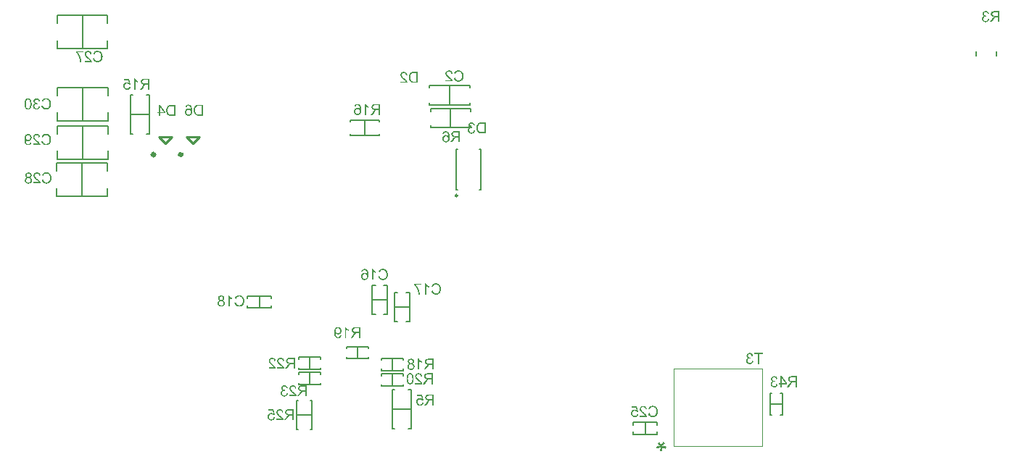
<source format=gbr>
%TF.GenerationSoftware,Altium Limited,Altium Designer,19.0.10 (269)*%
G04 Layer_Color=32896*
%FSLAX26Y26*%
%MOIN*%
%TF.FileFunction,Legend,Bot*%
%TF.Part,Single*%
G01*
G75*
%TA.AperFunction,NonConductor*%
%ADD79C,0.019685*%
%ADD80C,0.009842*%
%ADD81C,0.003937*%
%ADD82C,0.005906*%
%ADD83C,0.007874*%
%ADD84C,0.010000*%
G36*
X3492705Y808409D02*
X3490081Y805202D01*
X3487602Y802432D01*
X3485707Y800245D01*
X3483957Y798349D01*
X3482645Y797037D01*
X3481624Y796162D01*
X3481041Y795579D01*
X3480895Y795433D01*
X3484103Y794996D01*
X3487165Y794413D01*
X3490081Y793684D01*
X3492705Y793101D01*
X3494892Y792517D01*
X3495767Y792226D01*
X3496642Y791934D01*
X3497225Y791788D01*
X3497662Y791643D01*
X3497954Y791497D01*
X3498100D01*
X3494892Y781728D01*
X3491539Y782894D01*
X3488477Y784061D01*
X3485707Y785227D01*
X3483374Y786248D01*
X3481479Y787123D01*
X3480021Y787852D01*
X3479437Y788143D01*
X3479000Y788289D01*
X3478854Y788435D01*
X3478708D01*
X3479146Y784790D01*
X3479583Y781437D01*
X3479729Y778375D01*
X3480021Y775896D01*
X3480166Y774001D01*
X3480312Y772397D01*
Y771960D01*
Y771522D01*
Y771376D01*
Y771231D01*
X3470398D01*
Y772251D01*
Y773418D01*
X3470544Y775896D01*
X3470835Y778812D01*
X3471127Y781582D01*
X3471273Y784207D01*
X3471418Y785373D01*
X3471564Y786394D01*
Y787269D01*
X3471710Y787852D01*
Y788289D01*
Y788435D01*
X3469669Y787414D01*
X3467190Y786248D01*
X3464566Y785082D01*
X3461941Y784061D01*
X3459609Y783186D01*
X3458442Y782749D01*
X3457567Y782311D01*
X3456838Y782165D01*
X3456255Y781874D01*
X3455964Y781728D01*
X3455818D01*
X3452756Y791497D01*
X3458734Y793101D01*
X3461504Y793684D01*
X3464128Y794267D01*
X3466315Y794704D01*
X3467190Y794996D01*
X3468065Y795142D01*
X3468648Y795288D01*
X3469086D01*
X3469377Y795433D01*
X3469523D01*
X3468794Y796016D01*
X3468065Y796891D01*
X3466315Y798787D01*
X3464420Y800828D01*
X3462525Y803015D01*
X3460775Y805056D01*
X3459463Y806806D01*
X3458880Y807535D01*
X3458442Y807972D01*
X3458296Y808264D01*
X3458151Y808409D01*
X3466170Y814096D01*
X3467628Y812054D01*
X3469231Y809722D01*
X3470689Y807243D01*
X3472147Y804910D01*
X3473314Y802869D01*
X3474189Y801120D01*
X3474626Y800390D01*
X3474918Y799953D01*
X3475063Y799662D01*
Y799516D01*
X3476959Y802723D01*
X3478854Y805639D01*
X3480458Y808118D01*
X3481770Y810305D01*
X3482937Y811909D01*
X3483811Y813075D01*
X3484395Y813804D01*
X3484540Y814096D01*
X3492705Y808409D01*
D02*
G37*
G36*
X1303265Y2365593D02*
X1304650Y2365447D01*
X1305962Y2365155D01*
X1307201Y2364791D01*
X1308295Y2364280D01*
X1309388Y2363843D01*
X1310336Y2363260D01*
X1311211Y2362749D01*
X1311940Y2362239D01*
X1312669Y2361656D01*
X1313252Y2361219D01*
X1313689Y2360781D01*
X1314054Y2360344D01*
X1314346Y2360052D01*
X1314491Y2359906D01*
X1314564Y2359834D01*
X1315512Y2358521D01*
X1316314Y2356990D01*
X1317043Y2355387D01*
X1317699Y2353710D01*
X1318209Y2351960D01*
X1318647Y2350211D01*
X1319011Y2348388D01*
X1319303Y2346711D01*
X1319522Y2345035D01*
X1319667Y2343504D01*
X1319813Y2342119D01*
X1319886Y2340952D01*
Y2339932D01*
X1319959Y2339203D01*
Y2338911D01*
Y2338693D01*
Y2338620D01*
Y2338547D01*
X1319886Y2336214D01*
X1319740Y2334027D01*
X1319522Y2331986D01*
X1319157Y2330090D01*
X1318793Y2328414D01*
X1318428Y2326883D01*
X1317991Y2325498D01*
X1317480Y2324258D01*
X1317043Y2323238D01*
X1316605Y2322290D01*
X1316241Y2321561D01*
X1315804Y2320905D01*
X1315512Y2320395D01*
X1315293Y2320103D01*
X1315148Y2319884D01*
X1315075Y2319811D01*
X1314127Y2318791D01*
X1313106Y2317916D01*
X1312086Y2317187D01*
X1311065Y2316531D01*
X1309972Y2315948D01*
X1308951Y2315510D01*
X1307930Y2315146D01*
X1306910Y2314854D01*
X1306035Y2314635D01*
X1305160Y2314417D01*
X1304431Y2314271D01*
X1303775Y2314198D01*
X1303192D01*
X1302827Y2314125D01*
X1302463D01*
X1300786Y2314198D01*
X1299255Y2314490D01*
X1297870Y2314781D01*
X1296631Y2315219D01*
X1295683Y2315583D01*
X1294954Y2315948D01*
X1294663Y2316021D01*
X1294444Y2316166D01*
X1294371Y2316239D01*
X1294298D01*
X1293059Y2317114D01*
X1291892Y2318135D01*
X1290945Y2319155D01*
X1290143Y2320176D01*
X1289487Y2321124D01*
X1289049Y2321853D01*
X1288903Y2322144D01*
X1288758Y2322363D01*
X1288685Y2322436D01*
Y2322509D01*
X1287956Y2324040D01*
X1287446Y2325643D01*
X1287081Y2327101D01*
X1286862Y2328486D01*
X1286644Y2329653D01*
Y2330090D01*
X1286571Y2330528D01*
Y2330892D01*
Y2331111D01*
Y2331257D01*
Y2331330D01*
X1286644Y2332642D01*
X1286789Y2333881D01*
X1287008Y2335120D01*
X1287227Y2336214D01*
X1287591Y2337235D01*
X1287956Y2338255D01*
X1288320Y2339130D01*
X1288758Y2339932D01*
X1289195Y2340661D01*
X1289560Y2341317D01*
X1289924Y2341827D01*
X1290289Y2342338D01*
X1290507Y2342702D01*
X1290726Y2342921D01*
X1290872Y2343066D01*
X1290945Y2343139D01*
X1291747Y2343941D01*
X1292621Y2344670D01*
X1293569Y2345253D01*
X1294444Y2345764D01*
X1295319Y2346274D01*
X1296194Y2346639D01*
X1297870Y2347149D01*
X1298599Y2347368D01*
X1299328Y2347513D01*
X1299911Y2347586D01*
X1300495Y2347659D01*
X1300932Y2347732D01*
X1301515D01*
X1302827Y2347659D01*
X1304067Y2347441D01*
X1305233Y2347222D01*
X1306254Y2346930D01*
X1307129Y2346566D01*
X1307785Y2346347D01*
X1308222Y2346128D01*
X1308295Y2346055D01*
X1308368D01*
X1309534Y2345326D01*
X1310555Y2344524D01*
X1311503Y2343723D01*
X1312232Y2342848D01*
X1312888Y2342119D01*
X1313398Y2341536D01*
X1313689Y2341098D01*
X1313762Y2341025D01*
Y2342338D01*
X1313689Y2343650D01*
X1313617Y2344816D01*
X1313471Y2345983D01*
X1313398Y2347003D01*
X1313252Y2347951D01*
X1313106Y2348826D01*
X1312888Y2349628D01*
X1312742Y2350356D01*
X1312596Y2350940D01*
X1312450Y2351450D01*
X1312377Y2351887D01*
X1312232Y2352179D01*
X1312159Y2352398D01*
X1312086Y2352544D01*
Y2352616D01*
X1311357Y2354074D01*
X1310628Y2355387D01*
X1309826Y2356407D01*
X1309097Y2357282D01*
X1308441Y2358011D01*
X1307930Y2358521D01*
X1307566Y2358813D01*
X1307420Y2358886D01*
X1306545Y2359469D01*
X1305670Y2359834D01*
X1304796Y2360125D01*
X1303921Y2360344D01*
X1303265Y2360490D01*
X1302682Y2360562D01*
X1302171D01*
X1300859Y2360417D01*
X1299620Y2360125D01*
X1298599Y2359688D01*
X1297651Y2359250D01*
X1296922Y2358740D01*
X1296412Y2358303D01*
X1296121Y2358011D01*
X1295975Y2357865D01*
X1295465Y2357209D01*
X1294954Y2356407D01*
X1294517Y2355532D01*
X1294225Y2354658D01*
X1293934Y2353856D01*
X1293715Y2353200D01*
X1293642Y2352762D01*
X1293569Y2352689D01*
Y2352616D01*
X1287373Y2353127D01*
X1287810Y2355168D01*
X1288466Y2356990D01*
X1289195Y2358594D01*
X1289997Y2359906D01*
X1290799Y2360927D01*
X1291091Y2361364D01*
X1291455Y2361729D01*
X1291674Y2361948D01*
X1291892Y2362166D01*
X1291965Y2362239D01*
X1292038Y2362312D01*
X1292767Y2362895D01*
X1293569Y2363406D01*
X1295173Y2364280D01*
X1296777Y2364864D01*
X1298308Y2365228D01*
X1299693Y2365520D01*
X1300276Y2365593D01*
X1300786D01*
X1301224Y2365666D01*
X1301807D01*
X1303265Y2365593D01*
D02*
G37*
G36*
X1368000Y2315000D02*
X1349848D01*
X1348171Y2315073D01*
X1346640Y2315146D01*
X1345255Y2315292D01*
X1344089Y2315437D01*
X1343068Y2315583D01*
X1342339Y2315656D01*
X1342120Y2315729D01*
X1341902Y2315802D01*
X1341756D01*
X1340444Y2316166D01*
X1339277Y2316604D01*
X1338257Y2316968D01*
X1337382Y2317406D01*
X1336653Y2317770D01*
X1336143Y2318062D01*
X1335851Y2318280D01*
X1335705Y2318353D01*
X1334758Y2319010D01*
X1333956Y2319811D01*
X1333154Y2320540D01*
X1332498Y2321269D01*
X1331915Y2321925D01*
X1331477Y2322436D01*
X1331186Y2322800D01*
X1331113Y2322946D01*
X1330384Y2324113D01*
X1329655Y2325352D01*
X1329071Y2326518D01*
X1328634Y2327685D01*
X1328197Y2328705D01*
X1327905Y2329507D01*
X1327832Y2329799D01*
X1327759Y2330017D01*
X1327686Y2330163D01*
Y2330236D01*
X1327249Y2331986D01*
X1326884Y2333735D01*
X1326666Y2335412D01*
X1326447Y2337016D01*
X1326374Y2338401D01*
Y2338984D01*
X1326301Y2339494D01*
Y2339859D01*
Y2340223D01*
Y2340369D01*
Y2340442D01*
X1326374Y2342921D01*
X1326593Y2345181D01*
X1326957Y2347222D01*
X1327103Y2348169D01*
X1327322Y2348971D01*
X1327541Y2349773D01*
X1327686Y2350429D01*
X1327832Y2351013D01*
X1328051Y2351523D01*
X1328124Y2351960D01*
X1328270Y2352252D01*
X1328342Y2352398D01*
Y2352471D01*
X1329144Y2354366D01*
X1330092Y2356043D01*
X1331113Y2357501D01*
X1332060Y2358740D01*
X1332935Y2359761D01*
X1333664Y2360490D01*
X1333956Y2360708D01*
X1334174Y2360927D01*
X1334247Y2361000D01*
X1334320Y2361073D01*
X1335487Y2362021D01*
X1336726Y2362749D01*
X1337965Y2363406D01*
X1339132Y2363916D01*
X1340152Y2364280D01*
X1340954Y2364499D01*
X1341246Y2364645D01*
X1341464D01*
X1341610Y2364718D01*
X1341683D01*
X1342922Y2364936D01*
X1344380Y2365155D01*
X1345838Y2365301D01*
X1347296Y2365374D01*
X1348609Y2365447D01*
X1368000D01*
Y2315000D01*
D02*
G37*
G36*
X3884696Y1222630D02*
X3886664Y1222265D01*
X3888341Y1221682D01*
X3889799Y1221099D01*
X3890455Y1220735D01*
X3890965Y1220443D01*
X3891476Y1220151D01*
X3891840Y1219860D01*
X3892132Y1219641D01*
X3892351Y1219495D01*
X3892496Y1219422D01*
X3892569Y1219350D01*
X3893954Y1217964D01*
X3895048Y1216434D01*
X3895923Y1214830D01*
X3896652Y1213226D01*
X3897089Y1211841D01*
X3897308Y1211258D01*
X3897454Y1210747D01*
X3897526Y1210310D01*
X3897599Y1210018D01*
X3897672Y1209800D01*
Y1209727D01*
X3891476Y1208633D01*
X3891184Y1210237D01*
X3890747Y1211622D01*
X3890236Y1212789D01*
X3889726Y1213736D01*
X3889216Y1214465D01*
X3888778Y1214976D01*
X3888487Y1215340D01*
X3888414Y1215413D01*
X3887466Y1216142D01*
X3886446Y1216725D01*
X3885498Y1217090D01*
X3884550Y1217381D01*
X3883675Y1217527D01*
X3883019Y1217673D01*
X3882436D01*
X3881124Y1217600D01*
X3879957Y1217308D01*
X3878937Y1216944D01*
X3878062Y1216579D01*
X3877406Y1216142D01*
X3876896Y1215777D01*
X3876531Y1215486D01*
X3876458Y1215413D01*
X3875656Y1214538D01*
X3875073Y1213590D01*
X3874709Y1212643D01*
X3874417Y1211768D01*
X3874271Y1210966D01*
X3874126Y1210383D01*
Y1209945D01*
Y1209872D01*
Y1209800D01*
Y1208998D01*
X3874271Y1208269D01*
X3874636Y1207029D01*
X3875146Y1205936D01*
X3875729Y1204988D01*
X3876312Y1204332D01*
X3876823Y1203822D01*
X3877187Y1203530D01*
X3877260Y1203457D01*
X3877333D01*
X3878572Y1202801D01*
X3879739Y1202291D01*
X3880978Y1201926D01*
X3882072Y1201708D01*
X3883019Y1201562D01*
X3883821Y1201416D01*
X3884769D01*
X3885061Y1201489D01*
X3885425D01*
X3886154Y1196022D01*
X3885206Y1196240D01*
X3884331Y1196386D01*
X3883602Y1196532D01*
X3882946Y1196605D01*
X3882436Y1196678D01*
X3881780D01*
X3880249Y1196532D01*
X3878864Y1196240D01*
X3877625Y1195803D01*
X3876604Y1195293D01*
X3875802Y1194782D01*
X3875219Y1194345D01*
X3874854Y1194053D01*
X3874709Y1193907D01*
X3873761Y1192814D01*
X3873032Y1191648D01*
X3872522Y1190481D01*
X3872230Y1189315D01*
X3872011Y1188367D01*
X3871939Y1187565D01*
X3871866Y1187274D01*
Y1187055D01*
Y1186909D01*
Y1186836D01*
X3872011Y1185232D01*
X3872376Y1183774D01*
X3872813Y1182535D01*
X3873396Y1181441D01*
X3873980Y1180567D01*
X3874417Y1179911D01*
X3874782Y1179473D01*
X3874927Y1179327D01*
X3876094Y1178307D01*
X3877333Y1177578D01*
X3878572Y1177068D01*
X3879739Y1176703D01*
X3880759Y1176484D01*
X3881561Y1176411D01*
X3881853Y1176339D01*
X3882290D01*
X3883602Y1176411D01*
X3884842Y1176703D01*
X3885935Y1177068D01*
X3886810Y1177505D01*
X3887539Y1177869D01*
X3888122Y1178234D01*
X3888414Y1178525D01*
X3888560Y1178598D01*
X3889434Y1179619D01*
X3890164Y1180785D01*
X3890820Y1182025D01*
X3891330Y1183337D01*
X3891694Y1184430D01*
X3891840Y1184941D01*
X3891913Y1185378D01*
X3891986Y1185743D01*
X3892059Y1186034D01*
X3892132Y1186180D01*
Y1186253D01*
X3898328Y1185451D01*
X3898182Y1184285D01*
X3897964Y1183191D01*
X3897308Y1181150D01*
X3896506Y1179400D01*
X3896068Y1178671D01*
X3895631Y1177942D01*
X3895194Y1177286D01*
X3894756Y1176776D01*
X3894392Y1176266D01*
X3894027Y1175901D01*
X3893809Y1175610D01*
X3893590Y1175391D01*
X3893444Y1175245D01*
X3893371Y1175172D01*
X3892496Y1174516D01*
X3891622Y1173860D01*
X3890747Y1173350D01*
X3889799Y1172912D01*
X3887977Y1172183D01*
X3886227Y1171746D01*
X3885425Y1171600D01*
X3884696Y1171454D01*
X3884040Y1171381D01*
X3883457Y1171308D01*
X3883019Y1171236D01*
X3882363D01*
X3880978Y1171308D01*
X3879739Y1171454D01*
X3878499Y1171673D01*
X3877333Y1171965D01*
X3876240Y1172329D01*
X3875292Y1172694D01*
X3874344Y1173131D01*
X3873542Y1173568D01*
X3872740Y1173933D01*
X3872084Y1174370D01*
X3871501Y1174735D01*
X3871064Y1175099D01*
X3870699Y1175391D01*
X3870408Y1175610D01*
X3870262Y1175755D01*
X3870189Y1175828D01*
X3869314Y1176703D01*
X3868585Y1177651D01*
X3867929Y1178598D01*
X3867346Y1179546D01*
X3866908Y1180421D01*
X3866471Y1181369D01*
X3865888Y1183118D01*
X3865742Y1183920D01*
X3865596Y1184649D01*
X3865450Y1185305D01*
X3865378Y1185888D01*
X3865305Y1186326D01*
Y1186690D01*
Y1186909D01*
Y1186982D01*
X3865378Y1188732D01*
X3865669Y1190335D01*
X3866106Y1191720D01*
X3866544Y1192887D01*
X3866981Y1193834D01*
X3867419Y1194563D01*
X3867710Y1195001D01*
X3867783Y1195147D01*
X3868804Y1196240D01*
X3869897Y1197188D01*
X3871064Y1197917D01*
X3872230Y1198500D01*
X3873251Y1198938D01*
X3874053Y1199229D01*
X3874344Y1199302D01*
X3874563Y1199375D01*
X3874709Y1199448D01*
X3874782D01*
X3873542Y1200104D01*
X3872522Y1200760D01*
X3871647Y1201489D01*
X3870918Y1202145D01*
X3870335Y1202728D01*
X3869897Y1203239D01*
X3869679Y1203530D01*
X3869606Y1203676D01*
X3869023Y1204697D01*
X3868585Y1205717D01*
X3868221Y1206738D01*
X3868002Y1207686D01*
X3867856Y1208487D01*
X3867783Y1209071D01*
Y1209508D01*
Y1209654D01*
X3867856Y1210893D01*
X3868075Y1212132D01*
X3868366Y1213226D01*
X3868731Y1214174D01*
X3869095Y1214976D01*
X3869387Y1215632D01*
X3869606Y1215996D01*
X3869679Y1216142D01*
X3870408Y1217235D01*
X3871282Y1218183D01*
X3872157Y1218985D01*
X3873032Y1219714D01*
X3873761Y1220224D01*
X3874417Y1220662D01*
X3874854Y1220880D01*
X3874927Y1220953D01*
X3875000D01*
X3876312Y1221536D01*
X3877625Y1221974D01*
X3878937Y1222338D01*
X3880103Y1222557D01*
X3881051Y1222703D01*
X3881853Y1222776D01*
X3883675D01*
X3884696Y1222630D01*
D02*
G37*
G36*
X3942724Y1216579D02*
X3926103D01*
Y1172110D01*
X3919396D01*
Y1216579D01*
X3902775D01*
Y1222557D01*
X3942724D01*
Y1216579D01*
D02*
G37*
G36*
X4969035Y2796520D02*
X4971003Y2796155D01*
X4972680Y2795572D01*
X4974138Y2794989D01*
X4974794Y2794624D01*
X4975304Y2794333D01*
X4975815Y2794041D01*
X4976179Y2793749D01*
X4976471Y2793531D01*
X4976690Y2793385D01*
X4976835Y2793312D01*
X4976908Y2793239D01*
X4978293Y2791854D01*
X4979387Y2790323D01*
X4980262Y2788719D01*
X4980991Y2787116D01*
X4981428Y2785731D01*
X4981647Y2785147D01*
X4981792Y2784637D01*
X4981865Y2784200D01*
X4981938Y2783908D01*
X4982011Y2783689D01*
Y2783616D01*
X4975815Y2782523D01*
X4975523Y2784127D01*
X4975086Y2785512D01*
X4974575Y2786678D01*
X4974065Y2787626D01*
X4973555Y2788355D01*
X4973117Y2788865D01*
X4972826Y2789230D01*
X4972753Y2789303D01*
X4971805Y2790032D01*
X4970785Y2790615D01*
X4969837Y2790979D01*
X4968889Y2791271D01*
X4968014Y2791417D01*
X4967358Y2791562D01*
X4966775D01*
X4965463Y2791490D01*
X4964297Y2791198D01*
X4963276Y2790834D01*
X4962401Y2790469D01*
X4961745Y2790032D01*
X4961235Y2789667D01*
X4960870Y2789376D01*
X4960797Y2789303D01*
X4959995Y2788428D01*
X4959412Y2787480D01*
X4959048Y2786532D01*
X4958756Y2785658D01*
X4958610Y2784856D01*
X4958465Y2784273D01*
Y2783835D01*
Y2783762D01*
Y2783689D01*
Y2782887D01*
X4958610Y2782158D01*
X4958975Y2780919D01*
X4959485Y2779826D01*
X4960068Y2778878D01*
X4960651Y2778222D01*
X4961162Y2777711D01*
X4961526Y2777420D01*
X4961599Y2777347D01*
X4961672D01*
X4962911Y2776691D01*
X4964078Y2776181D01*
X4965317Y2775816D01*
X4966411Y2775597D01*
X4967358Y2775452D01*
X4968160Y2775306D01*
X4969108D01*
X4969400Y2775379D01*
X4969764D01*
X4970493Y2769911D01*
X4969545Y2770130D01*
X4968671Y2770276D01*
X4967941Y2770421D01*
X4967285Y2770494D01*
X4966775Y2770567D01*
X4966119D01*
X4964588Y2770421D01*
X4963203Y2770130D01*
X4961964Y2769693D01*
X4960943Y2769182D01*
X4960141Y2768672D01*
X4959558Y2768235D01*
X4959194Y2767943D01*
X4959048Y2767797D01*
X4958100Y2766704D01*
X4957371Y2765537D01*
X4956861Y2764371D01*
X4956569Y2763204D01*
X4956350Y2762257D01*
X4956278Y2761455D01*
X4956205Y2761163D01*
Y2760945D01*
Y2760799D01*
Y2760726D01*
X4956350Y2759122D01*
X4956715Y2757664D01*
X4957152Y2756425D01*
X4957735Y2755331D01*
X4958319Y2754456D01*
X4958756Y2753800D01*
X4959121Y2753363D01*
X4959266Y2753217D01*
X4960433Y2752197D01*
X4961672Y2751468D01*
X4962911Y2750957D01*
X4964078Y2750593D01*
X4965098Y2750374D01*
X4965900Y2750301D01*
X4966192Y2750228D01*
X4966629D01*
X4967941Y2750301D01*
X4969181Y2750593D01*
X4970274Y2750957D01*
X4971149Y2751395D01*
X4971878Y2751759D01*
X4972461Y2752124D01*
X4972753Y2752415D01*
X4972899Y2752488D01*
X4973774Y2753509D01*
X4974502Y2754675D01*
X4975159Y2755914D01*
X4975669Y2757227D01*
X4976033Y2758320D01*
X4976179Y2758830D01*
X4976252Y2759268D01*
X4976325Y2759632D01*
X4976398Y2759924D01*
X4976471Y2760070D01*
Y2760143D01*
X4982667Y2759341D01*
X4982521Y2758174D01*
X4982303Y2757081D01*
X4981647Y2755040D01*
X4980845Y2753290D01*
X4980407Y2752561D01*
X4979970Y2751832D01*
X4979533Y2751176D01*
X4979095Y2750666D01*
X4978731Y2750155D01*
X4978366Y2749791D01*
X4978148Y2749499D01*
X4977929Y2749280D01*
X4977783Y2749135D01*
X4977710Y2749062D01*
X4976835Y2748406D01*
X4975961Y2747750D01*
X4975086Y2747239D01*
X4974138Y2746802D01*
X4972315Y2746073D01*
X4970566Y2745635D01*
X4969764Y2745490D01*
X4969035Y2745344D01*
X4968379Y2745271D01*
X4967796Y2745198D01*
X4967358Y2745125D01*
X4966702D01*
X4965317Y2745198D01*
X4964078Y2745344D01*
X4962838Y2745563D01*
X4961672Y2745854D01*
X4960579Y2746219D01*
X4959631Y2746583D01*
X4958683Y2747021D01*
X4957881Y2747458D01*
X4957079Y2747823D01*
X4956423Y2748260D01*
X4955840Y2748624D01*
X4955403Y2748989D01*
X4955038Y2749280D01*
X4954747Y2749499D01*
X4954601Y2749645D01*
X4954528Y2749718D01*
X4953653Y2750593D01*
X4952924Y2751540D01*
X4952268Y2752488D01*
X4951685Y2753436D01*
X4951247Y2754311D01*
X4950810Y2755258D01*
X4950227Y2757008D01*
X4950081Y2757810D01*
X4949935Y2758539D01*
X4949789Y2759195D01*
X4949717Y2759778D01*
X4949644Y2760215D01*
Y2760580D01*
Y2760799D01*
Y2760872D01*
X4949717Y2762621D01*
X4950008Y2764225D01*
X4950445Y2765610D01*
X4950883Y2766776D01*
X4951320Y2767724D01*
X4951758Y2768453D01*
X4952049Y2768891D01*
X4952122Y2769036D01*
X4953143Y2770130D01*
X4954236Y2771078D01*
X4955403Y2771807D01*
X4956569Y2772390D01*
X4957590Y2772827D01*
X4958392Y2773119D01*
X4958683Y2773192D01*
X4958902Y2773265D01*
X4959048Y2773338D01*
X4959121D01*
X4957881Y2773994D01*
X4956861Y2774650D01*
X4955986Y2775379D01*
X4955257Y2776035D01*
X4954674Y2776618D01*
X4954236Y2777128D01*
X4954018Y2777420D01*
X4953945Y2777566D01*
X4953361Y2778586D01*
X4952924Y2779607D01*
X4952560Y2780628D01*
X4952341Y2781575D01*
X4952195Y2782377D01*
X4952122Y2782960D01*
Y2783398D01*
Y2783544D01*
X4952195Y2784783D01*
X4952414Y2786022D01*
X4952705Y2787116D01*
X4953070Y2788063D01*
X4953434Y2788865D01*
X4953726Y2789521D01*
X4953945Y2789886D01*
X4954018Y2790032D01*
X4954747Y2791125D01*
X4955621Y2792073D01*
X4956496Y2792875D01*
X4957371Y2793604D01*
X4958100Y2794114D01*
X4958756Y2794551D01*
X4959194Y2794770D01*
X4959266Y2794843D01*
X4959339D01*
X4960651Y2795426D01*
X4961964Y2795864D01*
X4963276Y2796228D01*
X4964442Y2796447D01*
X4965390Y2796593D01*
X4966192Y2796666D01*
X4968014D01*
X4969035Y2796520D01*
D02*
G37*
G36*
X5031000Y2746000D02*
X5024293D01*
Y2768380D01*
X5015691D01*
X5014889Y2768307D01*
X5014306D01*
X5013796Y2768235D01*
X5013431Y2768162D01*
X5013140D01*
X5012994Y2768089D01*
X5012921D01*
X5011754Y2767724D01*
X5011244Y2767506D01*
X5010807Y2767287D01*
X5010369Y2767068D01*
X5010078Y2766922D01*
X5009932Y2766849D01*
X5009859Y2766776D01*
X5009276Y2766339D01*
X5008693Y2765829D01*
X5007599Y2764735D01*
X5007089Y2764225D01*
X5006724Y2763788D01*
X5006506Y2763496D01*
X5006433Y2763423D01*
X5005704Y2762403D01*
X5004902Y2761309D01*
X5004100Y2760143D01*
X5003298Y2759049D01*
X5002642Y2758028D01*
X5002132Y2757227D01*
X5001913Y2756935D01*
X5001767Y2756716D01*
X5001621Y2756570D01*
Y2756498D01*
X4994987Y2746000D01*
X4986677D01*
X4995352Y2759705D01*
X4996373Y2761163D01*
X4997320Y2762475D01*
X4998268Y2763569D01*
X4999070Y2764590D01*
X4999799Y2765318D01*
X5000382Y2765902D01*
X5000747Y2766266D01*
X5000892Y2766412D01*
X5001475Y2766849D01*
X5002132Y2767360D01*
X5003444Y2768162D01*
X5004027Y2768453D01*
X5004464Y2768745D01*
X5004756Y2768891D01*
X5004902Y2768963D01*
X5003590Y2769182D01*
X5002350Y2769401D01*
X5001257Y2769765D01*
X5000163Y2770057D01*
X4999216Y2770421D01*
X4998341Y2770859D01*
X4997539Y2771223D01*
X4996810Y2771588D01*
X4996227Y2772025D01*
X4995644Y2772390D01*
X4995206Y2772681D01*
X4994842Y2772973D01*
X4994550Y2773192D01*
X4994331Y2773410D01*
X4994258Y2773483D01*
X4994185Y2773556D01*
X4993602Y2774285D01*
X4993019Y2775014D01*
X4992144Y2776545D01*
X4991561Y2778076D01*
X4991124Y2779534D01*
X4990832Y2780773D01*
X4990759Y2781284D01*
Y2781794D01*
X4990686Y2782158D01*
Y2782450D01*
Y2782596D01*
Y2782669D01*
X4990759Y2784200D01*
X4990978Y2785585D01*
X4991342Y2786897D01*
X4991707Y2787990D01*
X4992144Y2788938D01*
X4992436Y2789667D01*
X4992727Y2790104D01*
X4992800Y2790177D01*
Y2790250D01*
X4993675Y2791417D01*
X4994550Y2792437D01*
X4995498Y2793312D01*
X4996373Y2793968D01*
X4997174Y2794479D01*
X4997831Y2794770D01*
X4998268Y2794989D01*
X4998341Y2795062D01*
X4998414D01*
X4999070Y2795280D01*
X4999872Y2795499D01*
X5001475Y2795864D01*
X5003225Y2796082D01*
X5004829Y2796301D01*
X5006360Y2796374D01*
X5007016D01*
X5007599Y2796447D01*
X5031000D01*
Y2746000D01*
D02*
G37*
G36*
X2381647Y1004838D02*
X2375815Y1004036D01*
X2375304Y1004838D01*
X2374648Y1005494D01*
X2374065Y1006150D01*
X2373482Y1006661D01*
X2372899Y1007025D01*
X2372461Y1007390D01*
X2372170Y1007536D01*
X2372097Y1007609D01*
X2371149Y1008046D01*
X2370201Y1008410D01*
X2369327Y1008629D01*
X2368452Y1008848D01*
X2367723Y1008921D01*
X2367140Y1008994D01*
X2365755D01*
X2364880Y1008848D01*
X2363349Y1008483D01*
X2362037Y1007973D01*
X2360870Y1007463D01*
X2359995Y1006880D01*
X2359339Y1006369D01*
X2358975Y1006005D01*
X2358829Y1005932D01*
Y1005859D01*
X2357808Y1004620D01*
X2357079Y1003307D01*
X2356569Y1001922D01*
X2356205Y1000537D01*
X2355986Y999371D01*
X2355913Y998861D01*
Y998423D01*
X2355840Y998059D01*
Y997767D01*
Y997621D01*
Y997548D01*
Y996528D01*
X2355986Y995580D01*
X2356350Y993758D01*
X2356861Y992227D01*
X2357371Y990987D01*
X2357954Y989967D01*
X2358465Y989165D01*
X2358683Y988946D01*
X2358829Y988727D01*
X2358902Y988654D01*
X2358975Y988582D01*
X2359558Y987998D01*
X2360141Y987488D01*
X2361453Y986613D01*
X2362693Y986030D01*
X2363932Y985666D01*
X2364953Y985374D01*
X2365827Y985301D01*
X2366119Y985228D01*
X2366556D01*
X2367941Y985301D01*
X2369181Y985593D01*
X2370274Y985957D01*
X2371149Y986395D01*
X2371951Y986832D01*
X2372534Y987197D01*
X2372826Y987488D01*
X2372972Y987561D01*
X2373846Y988582D01*
X2374575Y989675D01*
X2375159Y990914D01*
X2375596Y992008D01*
X2375888Y993101D01*
X2376106Y993903D01*
X2376179Y994268D01*
X2376252Y994486D01*
Y994632D01*
Y994705D01*
X2382740Y994195D01*
X2382594Y993029D01*
X2382376Y991935D01*
X2381720Y989894D01*
X2380918Y988144D01*
X2380480Y987342D01*
X2380043Y986686D01*
X2379678Y986030D01*
X2379241Y985447D01*
X2378876Y985010D01*
X2378512Y984645D01*
X2378220Y984353D01*
X2378075Y984062D01*
X2377929Y983989D01*
X2377856Y983916D01*
X2376981Y983260D01*
X2376106Y982677D01*
X2375159Y982166D01*
X2374211Y981729D01*
X2372388Y981073D01*
X2370566Y980635D01*
X2369764Y980417D01*
X2368962Y980344D01*
X2368306Y980271D01*
X2367723Y980198D01*
X2367213Y980125D01*
X2366556D01*
X2365026Y980198D01*
X2363568Y980417D01*
X2362182Y980708D01*
X2360943Y981073D01*
X2359777Y981583D01*
X2358683Y982093D01*
X2357663Y982604D01*
X2356788Y983187D01*
X2355986Y983770D01*
X2355257Y984280D01*
X2354674Y984864D01*
X2354163Y985301D01*
X2353799Y985666D01*
X2353507Y985957D01*
X2353361Y986176D01*
X2353289Y986249D01*
X2352560Y987197D01*
X2351976Y988217D01*
X2351393Y989165D01*
X2350956Y990185D01*
X2350227Y992154D01*
X2349789Y994049D01*
X2349644Y994851D01*
X2349498Y995653D01*
X2349425Y996309D01*
X2349352Y996892D01*
X2349279Y997403D01*
Y997767D01*
Y997986D01*
Y998059D01*
X2349352Y999371D01*
X2349498Y1000610D01*
X2349716Y1001849D01*
X2350008Y1002943D01*
X2350373Y1003963D01*
X2350737Y1004984D01*
X2351175Y1005859D01*
X2351539Y1006661D01*
X2351976Y1007390D01*
X2352414Y1008046D01*
X2352778Y1008556D01*
X2353143Y1009067D01*
X2353434Y1009431D01*
X2353653Y1009650D01*
X2353799Y1009795D01*
X2353872Y1009868D01*
X2354747Y1010670D01*
X2355621Y1011399D01*
X2356569Y1011982D01*
X2357517Y1012493D01*
X2358465Y1013003D01*
X2359412Y1013368D01*
X2361162Y1013878D01*
X2361964Y1014097D01*
X2362693Y1014242D01*
X2363349Y1014315D01*
X2363932Y1014388D01*
X2364369Y1014461D01*
X2365973D01*
X2366848Y1014315D01*
X2368598Y1013951D01*
X2370201Y1013441D01*
X2371659Y1012857D01*
X2372826Y1012274D01*
X2373336Y1011982D01*
X2373773Y1011764D01*
X2374138Y1011545D01*
X2374357Y1011399D01*
X2374503Y1011326D01*
X2374575Y1011254D01*
X2371878Y1024886D01*
X2351685D01*
Y1030791D01*
X2376762D01*
X2381647Y1004838D01*
D02*
G37*
G36*
X2431000Y981000D02*
X2424293D01*
Y1003380D01*
X2415691D01*
X2414889Y1003307D01*
X2414306D01*
X2413796Y1003235D01*
X2413431Y1003162D01*
X2413140D01*
X2412994Y1003089D01*
X2412921D01*
X2411754Y1002724D01*
X2411244Y1002505D01*
X2410807Y1002287D01*
X2410369Y1002068D01*
X2410078Y1001922D01*
X2409932Y1001849D01*
X2409859Y1001777D01*
X2409276Y1001339D01*
X2408693Y1000829D01*
X2407599Y999735D01*
X2407089Y999225D01*
X2406724Y998788D01*
X2406506Y998496D01*
X2406433Y998423D01*
X2405704Y997403D01*
X2404902Y996309D01*
X2404100Y995143D01*
X2403298Y994049D01*
X2402642Y993029D01*
X2402132Y992227D01*
X2401913Y991935D01*
X2401767Y991716D01*
X2401621Y991571D01*
Y991498D01*
X2394987Y981000D01*
X2386677D01*
X2395352Y994705D01*
X2396372Y996163D01*
X2397320Y997475D01*
X2398268Y998569D01*
X2399070Y999590D01*
X2399799Y1000318D01*
X2400382Y1000902D01*
X2400747Y1001266D01*
X2400892Y1001412D01*
X2401476Y1001849D01*
X2402132Y1002360D01*
X2403444Y1003162D01*
X2404027Y1003453D01*
X2404464Y1003745D01*
X2404756Y1003891D01*
X2404902Y1003963D01*
X2403590Y1004182D01*
X2402350Y1004401D01*
X2401257Y1004765D01*
X2400163Y1005057D01*
X2399216Y1005422D01*
X2398341Y1005859D01*
X2397539Y1006223D01*
X2396810Y1006588D01*
X2396227Y1007025D01*
X2395644Y1007390D01*
X2395206Y1007681D01*
X2394842Y1007973D01*
X2394550Y1008192D01*
X2394331Y1008410D01*
X2394258Y1008483D01*
X2394186Y1008556D01*
X2393602Y1009285D01*
X2393019Y1010014D01*
X2392144Y1011545D01*
X2391561Y1013076D01*
X2391124Y1014534D01*
X2390832Y1015773D01*
X2390759Y1016284D01*
Y1016794D01*
X2390686Y1017158D01*
Y1017450D01*
Y1017596D01*
Y1017669D01*
X2390759Y1019200D01*
X2390978Y1020585D01*
X2391342Y1021897D01*
X2391707Y1022990D01*
X2392144Y1023938D01*
X2392436Y1024667D01*
X2392727Y1025104D01*
X2392800Y1025177D01*
Y1025250D01*
X2393675Y1026417D01*
X2394550Y1027437D01*
X2395498Y1028312D01*
X2396372Y1028968D01*
X2397174Y1029478D01*
X2397831Y1029770D01*
X2398268Y1029989D01*
X2398341Y1030062D01*
X2398414D01*
X2399070Y1030280D01*
X2399872Y1030499D01*
X2401476Y1030864D01*
X2403225Y1031082D01*
X2404829Y1031301D01*
X2406360Y1031374D01*
X2407016D01*
X2407599Y1031447D01*
X2431000D01*
Y981000D01*
D02*
G37*
G36*
X2486519Y2243506D02*
X2487904Y2243360D01*
X2489216Y2243069D01*
X2490455Y2242704D01*
X2491549Y2242194D01*
X2492642Y2241756D01*
X2493590Y2241173D01*
X2494465Y2240663D01*
X2495194Y2240153D01*
X2495923Y2239569D01*
X2496506Y2239132D01*
X2496943Y2238695D01*
X2497308Y2238257D01*
X2497600Y2237966D01*
X2497745Y2237820D01*
X2497818Y2237747D01*
X2498766Y2236435D01*
X2499568Y2234904D01*
X2500297Y2233300D01*
X2500953Y2231623D01*
X2501463Y2229874D01*
X2501901Y2228124D01*
X2502265Y2226302D01*
X2502557Y2224625D01*
X2502776Y2222948D01*
X2502921Y2221417D01*
X2503067Y2220032D01*
X2503140Y2218866D01*
Y2217845D01*
X2503213Y2217116D01*
Y2216825D01*
Y2216606D01*
Y2216533D01*
Y2216460D01*
X2503140Y2214127D01*
X2502994Y2211940D01*
X2502776Y2209899D01*
X2502411Y2208004D01*
X2502046Y2206327D01*
X2501682Y2204796D01*
X2501245Y2203411D01*
X2500734Y2202172D01*
X2500297Y2201151D01*
X2499860Y2200203D01*
X2499495Y2199474D01*
X2499058Y2198818D01*
X2498766Y2198308D01*
X2498547Y2198016D01*
X2498401Y2197798D01*
X2498329Y2197725D01*
X2497381Y2196704D01*
X2496360Y2195829D01*
X2495340Y2195100D01*
X2494319Y2194444D01*
X2493226Y2193861D01*
X2492205Y2193424D01*
X2491184Y2193059D01*
X2490164Y2192768D01*
X2489289Y2192549D01*
X2488414Y2192330D01*
X2487685Y2192184D01*
X2487029Y2192111D01*
X2486446D01*
X2486081Y2192039D01*
X2485717D01*
X2484040Y2192111D01*
X2482509Y2192403D01*
X2481124Y2192695D01*
X2479885Y2193132D01*
X2478937Y2193497D01*
X2478208Y2193861D01*
X2477917Y2193934D01*
X2477698Y2194080D01*
X2477625Y2194153D01*
X2477552D01*
X2476313Y2195028D01*
X2475146Y2196048D01*
X2474199Y2197069D01*
X2473397Y2198089D01*
X2472741Y2199037D01*
X2472303Y2199766D01*
X2472157Y2200058D01*
X2472012Y2200276D01*
X2471939Y2200349D01*
Y2200422D01*
X2471210Y2201953D01*
X2470700Y2203557D01*
X2470335Y2205015D01*
X2470116Y2206400D01*
X2469898Y2207566D01*
Y2208004D01*
X2469825Y2208441D01*
Y2208806D01*
Y2209024D01*
Y2209170D01*
Y2209243D01*
X2469898Y2210555D01*
X2470043Y2211794D01*
X2470262Y2213034D01*
X2470481Y2214127D01*
X2470845Y2215148D01*
X2471210Y2216169D01*
X2471574Y2217043D01*
X2472012Y2217845D01*
X2472449Y2218574D01*
X2472814Y2219230D01*
X2473178Y2219741D01*
X2473543Y2220251D01*
X2473761Y2220615D01*
X2473980Y2220834D01*
X2474126Y2220980D01*
X2474199Y2221053D01*
X2475001Y2221855D01*
X2475875Y2222584D01*
X2476823Y2223167D01*
X2477698Y2223677D01*
X2478573Y2224188D01*
X2479448Y2224552D01*
X2481124Y2225062D01*
X2481853Y2225281D01*
X2482582Y2225427D01*
X2483165Y2225500D01*
X2483749Y2225573D01*
X2484186Y2225646D01*
X2484769D01*
X2486081Y2225573D01*
X2487321Y2225354D01*
X2488487Y2225135D01*
X2489508Y2224844D01*
X2490383Y2224479D01*
X2491039Y2224260D01*
X2491476Y2224042D01*
X2491549Y2223969D01*
X2491622D01*
X2492788Y2223240D01*
X2493809Y2222438D01*
X2494756Y2221636D01*
X2495485Y2220761D01*
X2496142Y2220032D01*
X2496652Y2219449D01*
X2496943Y2219012D01*
X2497016Y2218939D01*
Y2220251D01*
X2496943Y2221563D01*
X2496871Y2222729D01*
X2496725Y2223896D01*
X2496652Y2224916D01*
X2496506Y2225864D01*
X2496360Y2226739D01*
X2496142Y2227541D01*
X2495996Y2228270D01*
X2495850Y2228853D01*
X2495704Y2229363D01*
X2495631Y2229801D01*
X2495485Y2230092D01*
X2495413Y2230311D01*
X2495340Y2230457D01*
Y2230530D01*
X2494611Y2231988D01*
X2493882Y2233300D01*
X2493080Y2234321D01*
X2492351Y2235195D01*
X2491695Y2235924D01*
X2491184Y2236435D01*
X2490820Y2236726D01*
X2490674Y2236799D01*
X2489799Y2237382D01*
X2488925Y2237747D01*
X2488050Y2238039D01*
X2487175Y2238257D01*
X2486519Y2238403D01*
X2485936Y2238476D01*
X2485425D01*
X2484113Y2238330D01*
X2482874Y2238039D01*
X2481853Y2237601D01*
X2480905Y2237164D01*
X2480177Y2236653D01*
X2479666Y2236216D01*
X2479375Y2235924D01*
X2479229Y2235779D01*
X2478718Y2235122D01*
X2478208Y2234321D01*
X2477771Y2233446D01*
X2477479Y2232571D01*
X2477188Y2231769D01*
X2476969Y2231113D01*
X2476896Y2230676D01*
X2476823Y2230603D01*
Y2230530D01*
X2470627Y2231040D01*
X2471064Y2233081D01*
X2471720Y2234904D01*
X2472449Y2236508D01*
X2473251Y2237820D01*
X2474053Y2238840D01*
X2474345Y2239278D01*
X2474709Y2239642D01*
X2474928Y2239861D01*
X2475146Y2240080D01*
X2475219Y2240153D01*
X2475292Y2240226D01*
X2476021Y2240809D01*
X2476823Y2241319D01*
X2478427Y2242194D01*
X2480031Y2242777D01*
X2481562Y2243142D01*
X2482947Y2243433D01*
X2483530Y2243506D01*
X2484040D01*
X2484478Y2243579D01*
X2485061D01*
X2486519Y2243506D01*
D02*
G37*
G36*
X2551181Y2192913D02*
X2544474D01*
Y2215294D01*
X2535872D01*
X2535070Y2215221D01*
X2534487D01*
X2533977Y2215148D01*
X2533612Y2215075D01*
X2533321D01*
X2533175Y2215002D01*
X2533102D01*
X2531936Y2214638D01*
X2531425Y2214419D01*
X2530988Y2214200D01*
X2530550Y2213981D01*
X2530259Y2213836D01*
X2530113Y2213763D01*
X2530040Y2213690D01*
X2529457Y2213253D01*
X2528874Y2212742D01*
X2527780Y2211649D01*
X2527270Y2211138D01*
X2526905Y2210701D01*
X2526687Y2210409D01*
X2526614Y2210336D01*
X2525885Y2209316D01*
X2525083Y2208222D01*
X2524281Y2207056D01*
X2523479Y2205963D01*
X2522823Y2204942D01*
X2522313Y2204140D01*
X2522094Y2203848D01*
X2521948Y2203630D01*
X2521802Y2203484D01*
Y2203411D01*
X2515169Y2192913D01*
X2506858D01*
X2515533Y2206619D01*
X2516554Y2208077D01*
X2517501Y2209389D01*
X2518449Y2210482D01*
X2519251Y2211503D01*
X2519980Y2212232D01*
X2520563Y2212815D01*
X2520928Y2213180D01*
X2521073Y2213325D01*
X2521657Y2213763D01*
X2522313Y2214273D01*
X2523625Y2215075D01*
X2524208Y2215367D01*
X2524646Y2215658D01*
X2524937Y2215804D01*
X2525083Y2215877D01*
X2523771Y2216096D01*
X2522531Y2216314D01*
X2521438Y2216679D01*
X2520344Y2216970D01*
X2519397Y2217335D01*
X2518522Y2217772D01*
X2517720Y2218137D01*
X2516991Y2218501D01*
X2516408Y2218939D01*
X2515825Y2219303D01*
X2515387Y2219595D01*
X2515023Y2219886D01*
X2514731Y2220105D01*
X2514512Y2220324D01*
X2514439Y2220397D01*
X2514367Y2220470D01*
X2513783Y2221199D01*
X2513200Y2221928D01*
X2512325Y2223459D01*
X2511742Y2224989D01*
X2511305Y2226447D01*
X2511013Y2227687D01*
X2510940Y2228197D01*
Y2228707D01*
X2510867Y2229072D01*
Y2229363D01*
Y2229509D01*
Y2229582D01*
X2510940Y2231113D01*
X2511159Y2232498D01*
X2511523Y2233810D01*
X2511888Y2234904D01*
X2512325Y2235852D01*
X2512617Y2236581D01*
X2512909Y2237018D01*
X2512981Y2237091D01*
Y2237164D01*
X2513856Y2238330D01*
X2514731Y2239351D01*
X2515679Y2240226D01*
X2516554Y2240882D01*
X2517356Y2241392D01*
X2518012Y2241684D01*
X2518449Y2241902D01*
X2518522Y2241975D01*
X2518595D01*
X2519251Y2242194D01*
X2520053Y2242412D01*
X2521657Y2242777D01*
X2523406Y2242996D01*
X2525010Y2243214D01*
X2526541Y2243287D01*
X2527197D01*
X2527780Y2243360D01*
X2551181D01*
Y2192913D01*
D02*
G37*
G36*
X2362285Y1195095D02*
X2363086Y1193929D01*
X2364034Y1192763D01*
X2364909Y1191742D01*
X2365784Y1190867D01*
X2366440Y1190138D01*
X2366731Y1189920D01*
X2366950Y1189701D01*
X2367023Y1189628D01*
X2367096Y1189555D01*
X2368627Y1188316D01*
X2370158Y1187149D01*
X2371616Y1186129D01*
X2373074Y1185327D01*
X2374313Y1184598D01*
X2374823Y1184306D01*
X2375261Y1184088D01*
X2375625Y1183869D01*
X2375917Y1183796D01*
X2376063Y1183650D01*
X2376136D01*
Y1177672D01*
X2375042Y1178110D01*
X2373949Y1178620D01*
X2372855Y1179130D01*
X2371834Y1179641D01*
X2370960Y1180078D01*
X2370231Y1180443D01*
X2369793Y1180734D01*
X2369720Y1180807D01*
X2369648D01*
X2368335Y1181609D01*
X2367169Y1182411D01*
X2366148Y1183140D01*
X2365346Y1183796D01*
X2364617Y1184306D01*
X2364180Y1184744D01*
X2363816Y1185035D01*
X2363743Y1185108D01*
Y1145669D01*
X2357546D01*
Y1196335D01*
X2361556D01*
X2362285Y1195095D01*
D02*
G37*
G36*
X2429134Y1145669D02*
X2422427D01*
Y1168050D01*
X2413825D01*
X2413023Y1167977D01*
X2412440D01*
X2411930Y1167904D01*
X2411565Y1167831D01*
X2411273D01*
X2411128Y1167758D01*
X2411055D01*
X2409888Y1167393D01*
X2409378Y1167175D01*
X2408941Y1166956D01*
X2408503Y1166737D01*
X2408212Y1166592D01*
X2408066Y1166519D01*
X2407993Y1166446D01*
X2407410Y1166008D01*
X2406827Y1165498D01*
X2405733Y1164405D01*
X2405223Y1163894D01*
X2404858Y1163457D01*
X2404640Y1163165D01*
X2404567Y1163092D01*
X2403838Y1162072D01*
X2403036Y1160978D01*
X2402234Y1159812D01*
X2401432Y1158718D01*
X2400776Y1157698D01*
X2400265Y1156896D01*
X2400047Y1156604D01*
X2399901Y1156386D01*
X2399755Y1156240D01*
Y1156167D01*
X2393121Y1145669D01*
X2384811D01*
X2393486Y1159374D01*
X2394506Y1160832D01*
X2395454Y1162145D01*
X2396402Y1163238D01*
X2397204Y1164259D01*
X2397933Y1164988D01*
X2398516Y1165571D01*
X2398880Y1165936D01*
X2399026Y1166081D01*
X2399609Y1166519D01*
X2400265Y1167029D01*
X2401578Y1167831D01*
X2402161Y1168122D01*
X2402598Y1168414D01*
X2402890Y1168560D01*
X2403036Y1168633D01*
X2401724Y1168851D01*
X2400484Y1169070D01*
X2399391Y1169435D01*
X2398297Y1169726D01*
X2397349Y1170091D01*
X2396475Y1170528D01*
X2395673Y1170893D01*
X2394944Y1171257D01*
X2394361Y1171695D01*
X2393777Y1172059D01*
X2393340Y1172351D01*
X2392976Y1172642D01*
X2392684Y1172861D01*
X2392465Y1173080D01*
X2392392Y1173153D01*
X2392319Y1173226D01*
X2391736Y1173955D01*
X2391153Y1174684D01*
X2390278Y1176214D01*
X2389695Y1177745D01*
X2389258Y1179203D01*
X2388966Y1180443D01*
X2388893Y1180953D01*
Y1181463D01*
X2388820Y1181828D01*
Y1182119D01*
Y1182265D01*
Y1182338D01*
X2388893Y1183869D01*
X2389112Y1185254D01*
X2389476Y1186566D01*
X2389841Y1187660D01*
X2390278Y1188607D01*
X2390570Y1189336D01*
X2390861Y1189774D01*
X2390934Y1189847D01*
Y1189920D01*
X2391809Y1191086D01*
X2392684Y1192107D01*
X2393632Y1192981D01*
X2394506Y1193638D01*
X2395308Y1194148D01*
X2395964Y1194439D01*
X2396402Y1194658D01*
X2396475Y1194731D01*
X2396548D01*
X2397204Y1194950D01*
X2398006Y1195168D01*
X2399609Y1195533D01*
X2401359Y1195752D01*
X2402963Y1195970D01*
X2404494Y1196043D01*
X2405150D01*
X2405733Y1196116D01*
X2429134D01*
Y1145669D01*
D02*
G37*
G36*
X2326418Y1196262D02*
X2327584Y1196189D01*
X2329625Y1195752D01*
X2330573Y1195460D01*
X2331448Y1195168D01*
X2332250Y1194804D01*
X2332979Y1194439D01*
X2333562Y1194075D01*
X2334145Y1193710D01*
X2334655Y1193419D01*
X2335020Y1193127D01*
X2335312Y1192909D01*
X2335530Y1192690D01*
X2335676Y1192617D01*
X2335749Y1192544D01*
X2336405Y1191815D01*
X2337061Y1191086D01*
X2337572Y1190284D01*
X2338009Y1189482D01*
X2338738Y1187951D01*
X2339175Y1186493D01*
X2339467Y1185254D01*
X2339540Y1184671D01*
X2339613Y1184233D01*
X2339686Y1183796D01*
Y1183504D01*
Y1183359D01*
Y1183286D01*
X2339613Y1181974D01*
X2339394Y1180734D01*
X2339102Y1179641D01*
X2338738Y1178693D01*
X2338446Y1177964D01*
X2338155Y1177381D01*
X2337936Y1177089D01*
X2337863Y1176943D01*
X2337061Y1176069D01*
X2336186Y1175267D01*
X2335239Y1174538D01*
X2334291Y1173955D01*
X2333416Y1173517D01*
X2332760Y1173226D01*
X2332468Y1173080D01*
X2332250Y1173007D01*
X2332177Y1172934D01*
X2332104D01*
X2333781Y1172424D01*
X2335166Y1171767D01*
X2336405Y1170966D01*
X2337426Y1170237D01*
X2338228Y1169508D01*
X2338811Y1168924D01*
X2339102Y1168560D01*
X2339248Y1168487D01*
Y1168414D01*
X2340050Y1167102D01*
X2340706Y1165717D01*
X2341144Y1164405D01*
X2341435Y1163092D01*
X2341581Y1161926D01*
X2341654Y1161416D01*
Y1160978D01*
X2341727Y1160687D01*
Y1160395D01*
Y1160249D01*
Y1160176D01*
X2341654Y1159010D01*
X2341508Y1157844D01*
X2341289Y1156750D01*
X2340998Y1155657D01*
X2340269Y1153834D01*
X2339904Y1152959D01*
X2339467Y1152230D01*
X2339030Y1151501D01*
X2338665Y1150918D01*
X2338228Y1150408D01*
X2337936Y1149970D01*
X2337644Y1149606D01*
X2337426Y1149387D01*
X2337280Y1149241D01*
X2337207Y1149168D01*
X2336332Y1148367D01*
X2335385Y1147710D01*
X2334364Y1147127D01*
X2333343Y1146617D01*
X2332396Y1146253D01*
X2331375Y1145888D01*
X2329407Y1145378D01*
X2328532Y1145159D01*
X2327730Y1145013D01*
X2327001Y1144940D01*
X2326345Y1144867D01*
X2325835Y1144794D01*
X2325106D01*
X2323720Y1144867D01*
X2322481Y1145013D01*
X2321242Y1145232D01*
X2320075Y1145451D01*
X2319055Y1145815D01*
X2318034Y1146180D01*
X2317087Y1146544D01*
X2316285Y1146982D01*
X2315556Y1147419D01*
X2314900Y1147783D01*
X2314389Y1148148D01*
X2313879Y1148512D01*
X2313515Y1148731D01*
X2313296Y1148950D01*
X2313150Y1149096D01*
X2313077Y1149168D01*
X2312275Y1150043D01*
X2311546Y1150918D01*
X2310963Y1151793D01*
X2310453Y1152741D01*
X2309942Y1153615D01*
X2309578Y1154563D01*
X2309068Y1156240D01*
X2308849Y1157042D01*
X2308703Y1157771D01*
X2308630Y1158427D01*
X2308557Y1158937D01*
X2308484Y1159374D01*
Y1159739D01*
Y1159958D01*
Y1160031D01*
X2308557Y1161707D01*
X2308849Y1163238D01*
X2309286Y1164623D01*
X2309724Y1165790D01*
X2310161Y1166737D01*
X2310599Y1167466D01*
X2310890Y1167904D01*
X2310963Y1167977D01*
Y1168050D01*
X2311984Y1169216D01*
X2313077Y1170237D01*
X2314244Y1171039D01*
X2315337Y1171767D01*
X2316358Y1172278D01*
X2317232Y1172642D01*
X2317524Y1172788D01*
X2317743Y1172861D01*
X2317889Y1172934D01*
X2317961D01*
X2316649Y1173517D01*
X2315556Y1174173D01*
X2314608Y1174829D01*
X2313806Y1175485D01*
X2313223Y1176069D01*
X2312785Y1176506D01*
X2312494Y1176798D01*
X2312421Y1176943D01*
X2311765Y1177964D01*
X2311327Y1178985D01*
X2310963Y1180005D01*
X2310744Y1181026D01*
X2310599Y1181828D01*
X2310526Y1182484D01*
Y1182921D01*
Y1182994D01*
Y1183067D01*
X2310599Y1184088D01*
X2310671Y1185035D01*
X2311182Y1186858D01*
X2311838Y1188462D01*
X2312567Y1189847D01*
X2313296Y1190940D01*
X2313660Y1191378D01*
X2313952Y1191815D01*
X2314244Y1192107D01*
X2314462Y1192325D01*
X2314535Y1192398D01*
X2314608Y1192471D01*
X2315410Y1193127D01*
X2316212Y1193783D01*
X2317087Y1194294D01*
X2317961Y1194731D01*
X2319711Y1195387D01*
X2321461Y1195824D01*
X2322190Y1196043D01*
X2322919Y1196116D01*
X2323575Y1196189D01*
X2324158Y1196262D01*
X2324595Y1196335D01*
X2325251D01*
X2326418Y1196262D01*
D02*
G37*
G36*
X2026151Y1340607D02*
X2026953Y1339441D01*
X2027900Y1338275D01*
X2028775Y1337254D01*
X2029650Y1336379D01*
X2030306Y1335650D01*
X2030598Y1335431D01*
X2030816Y1335213D01*
X2030889Y1335140D01*
X2030962Y1335067D01*
X2032493Y1333828D01*
X2034024Y1332661D01*
X2035482Y1331641D01*
X2036940Y1330839D01*
X2038179Y1330110D01*
X2038689Y1329818D01*
X2039127Y1329600D01*
X2039491Y1329381D01*
X2039783Y1329308D01*
X2039929Y1329162D01*
X2040002D01*
Y1323184D01*
X2038908Y1323622D01*
X2037815Y1324132D01*
X2036721Y1324642D01*
X2035701Y1325153D01*
X2034826Y1325590D01*
X2034097Y1325955D01*
X2033659Y1326246D01*
X2033586Y1326319D01*
X2033514D01*
X2032201Y1327121D01*
X2031035Y1327923D01*
X2030014Y1328652D01*
X2029213Y1329308D01*
X2028484Y1329818D01*
X2028046Y1330256D01*
X2027682Y1330547D01*
X2027609Y1330620D01*
Y1291181D01*
X2021412D01*
Y1341847D01*
X2025422D01*
X2026151Y1340607D01*
D02*
G37*
G36*
X1990940Y1341774D02*
X1992106Y1341628D01*
X1993273Y1341409D01*
X1994293Y1341118D01*
X1996262Y1340316D01*
X1997137Y1339951D01*
X1997866Y1339514D01*
X1998594Y1339004D01*
X1999178Y1338639D01*
X1999761Y1338202D01*
X2000198Y1337837D01*
X2000563Y1337546D01*
X2000782Y1337327D01*
X2000927Y1337181D01*
X2001000Y1337108D01*
X2001802Y1336233D01*
X2002458Y1335213D01*
X2003114Y1334265D01*
X2003625Y1333245D01*
X2004062Y1332151D01*
X2004427Y1331130D01*
X2004937Y1329235D01*
X2005156Y1328287D01*
X2005301Y1327485D01*
X2005374Y1326684D01*
X2005447Y1326027D01*
X2005520Y1325517D01*
Y1325153D01*
Y1324861D01*
Y1324788D01*
X2005447Y1323403D01*
X2005301Y1322164D01*
X2005156Y1320924D01*
X2004864Y1319758D01*
X2004499Y1318737D01*
X2004135Y1317717D01*
X2003770Y1316842D01*
X2003333Y1316040D01*
X2002968Y1315311D01*
X2002604Y1314655D01*
X2002239Y1314145D01*
X2001875Y1313634D01*
X2001583Y1313270D01*
X2001438Y1313051D01*
X2001292Y1312905D01*
X2001219Y1312832D01*
X2000417Y1312031D01*
X1999542Y1311374D01*
X1998667Y1310718D01*
X1997720Y1310208D01*
X1996845Y1309771D01*
X1995970Y1309406D01*
X1994293Y1308896D01*
X1993564Y1308677D01*
X1992835Y1308531D01*
X1992252Y1308458D01*
X1991669Y1308386D01*
X1991232Y1308313D01*
X1990648D01*
X1989263Y1308386D01*
X1987951Y1308604D01*
X1986785Y1308896D01*
X1985691Y1309260D01*
X1984889Y1309552D01*
X1984233Y1309844D01*
X1983796Y1310062D01*
X1983650Y1310135D01*
X1982484Y1310864D01*
X1981463Y1311666D01*
X1980588Y1312468D01*
X1979859Y1313197D01*
X1979349Y1313926D01*
X1978911Y1314436D01*
X1978620Y1314801D01*
X1978547Y1314947D01*
Y1314363D01*
Y1313999D01*
Y1313780D01*
Y1313707D01*
X1978620Y1312249D01*
X1978693Y1310864D01*
X1978839Y1309625D01*
X1978984Y1308458D01*
X1979203Y1307511D01*
X1979349Y1306782D01*
X1979422Y1306490D01*
Y1306272D01*
X1979495Y1306199D01*
Y1306126D01*
X1979859Y1304813D01*
X1980224Y1303647D01*
X1980588Y1302627D01*
X1980953Y1301752D01*
X1981244Y1301096D01*
X1981536Y1300585D01*
X1981682Y1300221D01*
X1981755Y1300148D01*
X1982338Y1299346D01*
X1982921Y1298690D01*
X1983504Y1298107D01*
X1984087Y1297596D01*
X1984525Y1297159D01*
X1984962Y1296867D01*
X1985254Y1296722D01*
X1985327Y1296649D01*
X1986129Y1296211D01*
X1987003Y1295920D01*
X1987805Y1295701D01*
X1988607Y1295555D01*
X1989263Y1295482D01*
X1989774Y1295409D01*
X1990284D01*
X1991450Y1295482D01*
X1992544Y1295701D01*
X1993492Y1295993D01*
X1994293Y1296357D01*
X1994877Y1296649D01*
X1995387Y1296940D01*
X1995678Y1297159D01*
X1995751Y1297232D01*
X1996480Y1298034D01*
X1997064Y1298982D01*
X1997574Y1300002D01*
X1997938Y1301023D01*
X1998230Y1301898D01*
X1998449Y1302699D01*
X1998522Y1302991D01*
Y1303137D01*
X1998594Y1303283D01*
Y1303355D01*
X2004572Y1302845D01*
X2004135Y1300731D01*
X2003552Y1298909D01*
X2002823Y1297305D01*
X2002094Y1295993D01*
X2001365Y1294972D01*
X2001000Y1294535D01*
X2000709Y1294170D01*
X2000490Y1293951D01*
X2000271Y1293733D01*
X2000198Y1293660D01*
X2000125Y1293587D01*
X1999396Y1293004D01*
X1998594Y1292493D01*
X1996991Y1291691D01*
X1995387Y1291108D01*
X1993856Y1290744D01*
X1992471Y1290452D01*
X1991888Y1290379D01*
X1991377D01*
X1991013Y1290306D01*
X1990430D01*
X1988389Y1290452D01*
X1986566Y1290744D01*
X1984889Y1291254D01*
X1983504Y1291837D01*
X1982921Y1292056D01*
X1982338Y1292348D01*
X1981900Y1292639D01*
X1981463Y1292858D01*
X1981171Y1293004D01*
X1980953Y1293149D01*
X1980807Y1293295D01*
X1980734D01*
X1979276Y1294535D01*
X1977964Y1295920D01*
X1976943Y1297378D01*
X1976068Y1298763D01*
X1975339Y1300002D01*
X1975048Y1300585D01*
X1974829Y1301023D01*
X1974683Y1301460D01*
X1974537Y1301752D01*
X1974465Y1301898D01*
Y1301970D01*
X1974100Y1303064D01*
X1973736Y1304303D01*
X1973225Y1306782D01*
X1972861Y1309406D01*
X1972642Y1311885D01*
X1972496Y1312978D01*
X1972423Y1314072D01*
Y1315020D01*
X1972351Y1315821D01*
Y1316477D01*
Y1316988D01*
Y1317352D01*
Y1317425D01*
Y1319102D01*
X1972423Y1320706D01*
X1972569Y1322164D01*
X1972715Y1323549D01*
X1972861Y1324788D01*
X1973007Y1325955D01*
X1973225Y1327048D01*
X1973444Y1327996D01*
X1973663Y1328798D01*
X1973809Y1329527D01*
X1974027Y1330183D01*
X1974173Y1330693D01*
X1974319Y1331057D01*
X1974465Y1331349D01*
X1974537Y1331495D01*
Y1331568D01*
X1975412Y1333317D01*
X1976360Y1334848D01*
X1977454Y1336160D01*
X1978401Y1337254D01*
X1979349Y1338056D01*
X1980078Y1338639D01*
X1980370Y1338858D01*
X1980588Y1339004D01*
X1980661Y1339149D01*
X1980734D01*
X1982265Y1340024D01*
X1983796Y1340680D01*
X1985327Y1341191D01*
X1986712Y1341482D01*
X1987951Y1341701D01*
X1988461Y1341774D01*
X1988826D01*
X1989190Y1341847D01*
X1989701D01*
X1990940Y1341774D01*
D02*
G37*
G36*
X2093000Y1291181D02*
X2086293D01*
Y1313562D01*
X2077691D01*
X2076889Y1313489D01*
X2076306D01*
X2075796Y1313416D01*
X2075431Y1313343D01*
X2075140D01*
X2074994Y1313270D01*
X2074921D01*
X2073754Y1312905D01*
X2073244Y1312687D01*
X2072807Y1312468D01*
X2072369Y1312249D01*
X2072078Y1312103D01*
X2071932Y1312031D01*
X2071859Y1311958D01*
X2071276Y1311520D01*
X2070693Y1311010D01*
X2069599Y1309917D01*
X2069089Y1309406D01*
X2068724Y1308969D01*
X2068506Y1308677D01*
X2068433Y1308604D01*
X2067704Y1307584D01*
X2066902Y1306490D01*
X2066100Y1305324D01*
X2065298Y1304230D01*
X2064642Y1303210D01*
X2064132Y1302408D01*
X2063913Y1302116D01*
X2063767Y1301898D01*
X2063621Y1301752D01*
Y1301679D01*
X2056987Y1291181D01*
X2048677D01*
X2057352Y1304886D01*
X2058372Y1306344D01*
X2059320Y1307657D01*
X2060268Y1308750D01*
X2061070Y1309771D01*
X2061799Y1310500D01*
X2062382Y1311083D01*
X2062747Y1311447D01*
X2062892Y1311593D01*
X2063476Y1312031D01*
X2064132Y1312541D01*
X2065444Y1313343D01*
X2066027Y1313634D01*
X2066464Y1313926D01*
X2066756Y1314072D01*
X2066902Y1314145D01*
X2065590Y1314363D01*
X2064350Y1314582D01*
X2063257Y1314947D01*
X2062163Y1315238D01*
X2061216Y1315603D01*
X2060341Y1316040D01*
X2059539Y1316405D01*
X2058810Y1316769D01*
X2058227Y1317207D01*
X2057644Y1317571D01*
X2057206Y1317863D01*
X2056842Y1318154D01*
X2056550Y1318373D01*
X2056331Y1318592D01*
X2056258Y1318665D01*
X2056186Y1318737D01*
X2055602Y1319466D01*
X2055019Y1320195D01*
X2054144Y1321726D01*
X2053561Y1323257D01*
X2053124Y1324715D01*
X2052832Y1325955D01*
X2052759Y1326465D01*
Y1326975D01*
X2052686Y1327340D01*
Y1327631D01*
Y1327777D01*
Y1327850D01*
X2052759Y1329381D01*
X2052978Y1330766D01*
X2053342Y1332078D01*
X2053707Y1333172D01*
X2054144Y1334119D01*
X2054436Y1334848D01*
X2054727Y1335286D01*
X2054800Y1335359D01*
Y1335431D01*
X2055675Y1336598D01*
X2056550Y1337619D01*
X2057498Y1338493D01*
X2058372Y1339149D01*
X2059174Y1339660D01*
X2059831Y1339951D01*
X2060268Y1340170D01*
X2060341Y1340243D01*
X2060414D01*
X2061070Y1340462D01*
X2061872Y1340680D01*
X2063476Y1341045D01*
X2065225Y1341264D01*
X2066829Y1341482D01*
X2068360Y1341555D01*
X2069016D01*
X2069599Y1341628D01*
X2093000D01*
Y1291181D01*
D02*
G37*
G36*
X2361555Y1129333D02*
X2362794Y1129260D01*
X2363961Y1129041D01*
X2365054Y1128822D01*
X2366075Y1128531D01*
X2367023Y1128239D01*
X2367898Y1127875D01*
X2368699Y1127510D01*
X2369428Y1127146D01*
X2370012Y1126781D01*
X2370522Y1126490D01*
X2370959Y1126198D01*
X2371324Y1125979D01*
X2371543Y1125761D01*
X2371688Y1125688D01*
X2371761Y1125615D01*
X2372490Y1124886D01*
X2373146Y1124084D01*
X2373802Y1123209D01*
X2374313Y1122334D01*
X2375188Y1120585D01*
X2375771Y1118835D01*
X2375989Y1118033D01*
X2376208Y1117231D01*
X2376354Y1116575D01*
X2376500Y1115992D01*
X2376573Y1115482D01*
Y1115117D01*
X2376646Y1114899D01*
Y1114826D01*
X2370303Y1114170D01*
X2370157Y1115846D01*
X2369866Y1117304D01*
X2369428Y1118617D01*
X2368918Y1119637D01*
X2368481Y1120512D01*
X2368043Y1121095D01*
X2367752Y1121460D01*
X2367606Y1121605D01*
X2366512Y1122480D01*
X2365346Y1123136D01*
X2364107Y1123647D01*
X2363013Y1123938D01*
X2361993Y1124157D01*
X2361118Y1124230D01*
X2360826Y1124303D01*
X2360389D01*
X2358858Y1124230D01*
X2357473Y1123938D01*
X2356306Y1123501D01*
X2355286Y1123063D01*
X2354484Y1122553D01*
X2353974Y1122189D01*
X2353609Y1121897D01*
X2353463Y1121751D01*
X2352588Y1120731D01*
X2351932Y1119710D01*
X2351422Y1118689D01*
X2351131Y1117669D01*
X2350912Y1116867D01*
X2350839Y1116138D01*
X2350766Y1115700D01*
Y1115628D01*
Y1115555D01*
X2350912Y1114243D01*
X2351203Y1112857D01*
X2351714Y1111618D01*
X2352224Y1110452D01*
X2352807Y1109504D01*
X2353318Y1108702D01*
X2353463Y1108410D01*
X2353609Y1108192D01*
X2353755Y1108119D01*
Y1108046D01*
X2354338Y1107244D01*
X2355067Y1106442D01*
X2355869Y1105567D01*
X2356744Y1104693D01*
X2358566Y1102943D01*
X2360389Y1101193D01*
X2361336Y1100391D01*
X2362138Y1099662D01*
X2362940Y1099006D01*
X2363596Y1098423D01*
X2364107Y1097986D01*
X2364544Y1097621D01*
X2364836Y1097403D01*
X2364909Y1097330D01*
X2366731Y1095799D01*
X2368408Y1094341D01*
X2369793Y1093029D01*
X2370886Y1091935D01*
X2371834Y1090987D01*
X2372490Y1090331D01*
X2372855Y1089894D01*
X2373001Y1089821D01*
Y1089748D01*
X2374021Y1088509D01*
X2374823Y1087342D01*
X2375552Y1086176D01*
X2376135Y1085155D01*
X2376573Y1084281D01*
X2376864Y1083624D01*
X2377010Y1083187D01*
X2377083Y1083114D01*
Y1083041D01*
X2377374Y1082239D01*
X2377520Y1081510D01*
X2377666Y1080781D01*
X2377739Y1080125D01*
X2377812Y1079542D01*
Y1079105D01*
Y1078813D01*
Y1078740D01*
X2344351D01*
Y1084718D01*
X2369210D01*
X2368335Y1085957D01*
X2367898Y1086468D01*
X2367533Y1086978D01*
X2367169Y1087415D01*
X2366877Y1087707D01*
X2366658Y1087926D01*
X2366585Y1087998D01*
X2366221Y1088363D01*
X2365783Y1088727D01*
X2364763Y1089675D01*
X2363596Y1090769D01*
X2362357Y1091862D01*
X2361191Y1092810D01*
X2360680Y1093247D01*
X2360243Y1093685D01*
X2359878Y1093976D01*
X2359587Y1094195D01*
X2359441Y1094341D01*
X2359368Y1094414D01*
X2358202Y1095434D01*
X2357035Y1096382D01*
X2356015Y1097330D01*
X2355067Y1098132D01*
X2354192Y1098934D01*
X2353463Y1099662D01*
X2352734Y1100319D01*
X2352151Y1100902D01*
X2351568Y1101485D01*
X2351131Y1101922D01*
X2350766Y1102287D01*
X2350401Y1102651D01*
X2350037Y1103089D01*
X2349891Y1103235D01*
X2348871Y1104474D01*
X2347996Y1105567D01*
X2347267Y1106661D01*
X2346684Y1107536D01*
X2346246Y1108338D01*
X2345955Y1108921D01*
X2345809Y1109285D01*
X2345736Y1109431D01*
X2345298Y1110525D01*
X2345007Y1111618D01*
X2344715Y1112639D01*
X2344570Y1113514D01*
X2344497Y1114315D01*
X2344424Y1114899D01*
Y1115263D01*
Y1115409D01*
X2344497Y1116502D01*
X2344642Y1117523D01*
X2344788Y1118544D01*
X2345080Y1119418D01*
X2345809Y1121168D01*
X2346538Y1122553D01*
X2346975Y1123209D01*
X2347340Y1123719D01*
X2347704Y1124230D01*
X2348069Y1124594D01*
X2348360Y1124886D01*
X2348506Y1125178D01*
X2348652Y1125250D01*
X2348725Y1125323D01*
X2349527Y1126052D01*
X2350401Y1126708D01*
X2351349Y1127219D01*
X2352297Y1127656D01*
X2354192Y1128385D01*
X2356088Y1128895D01*
X2356890Y1129041D01*
X2357691Y1129187D01*
X2358421Y1129260D01*
X2359004Y1129333D01*
X2359514Y1129406D01*
X2360243D01*
X2361555Y1129333D01*
D02*
G37*
G36*
X2425197Y1078740D02*
X2418490D01*
Y1101120D01*
X2409888D01*
X2409086Y1101048D01*
X2408503D01*
X2407992Y1100975D01*
X2407628Y1100902D01*
X2407336D01*
X2407191Y1100829D01*
X2407118D01*
X2405951Y1100464D01*
X2405441Y1100246D01*
X2405004Y1100027D01*
X2404566Y1099808D01*
X2404275Y1099662D01*
X2404129Y1099590D01*
X2404056Y1099517D01*
X2403473Y1099079D01*
X2402890Y1098569D01*
X2401796Y1097476D01*
X2401286Y1096965D01*
X2400921Y1096528D01*
X2400702Y1096236D01*
X2400630Y1096163D01*
X2399901Y1095143D01*
X2399099Y1094049D01*
X2398297Y1092883D01*
X2397495Y1091789D01*
X2396839Y1090769D01*
X2396329Y1089967D01*
X2396110Y1089675D01*
X2395964Y1089457D01*
X2395818Y1089311D01*
Y1089238D01*
X2389184Y1078740D01*
X2380874D01*
X2389549Y1092445D01*
X2390569Y1093903D01*
X2391517Y1095216D01*
X2392465Y1096309D01*
X2393267Y1097330D01*
X2393996Y1098059D01*
X2394579Y1098642D01*
X2394943Y1099006D01*
X2395089Y1099152D01*
X2395672Y1099590D01*
X2396329Y1100100D01*
X2397641Y1100902D01*
X2398224Y1101193D01*
X2398661Y1101485D01*
X2398953Y1101631D01*
X2399099Y1101704D01*
X2397787Y1101922D01*
X2396547Y1102141D01*
X2395454Y1102506D01*
X2394360Y1102797D01*
X2393412Y1103162D01*
X2392538Y1103599D01*
X2391736Y1103964D01*
X2391007Y1104328D01*
X2390424Y1104765D01*
X2389840Y1105130D01*
X2389403Y1105422D01*
X2389039Y1105713D01*
X2388747Y1105932D01*
X2388528Y1106151D01*
X2388455Y1106224D01*
X2388382Y1106296D01*
X2387799Y1107025D01*
X2387216Y1107754D01*
X2386341Y1109285D01*
X2385758Y1110816D01*
X2385321Y1112274D01*
X2385029Y1113514D01*
X2384956Y1114024D01*
Y1114534D01*
X2384883Y1114899D01*
Y1115190D01*
Y1115336D01*
Y1115409D01*
X2384956Y1116940D01*
X2385175Y1118325D01*
X2385539Y1119637D01*
X2385904Y1120731D01*
X2386341Y1121678D01*
X2386633Y1122407D01*
X2386924Y1122845D01*
X2386997Y1122918D01*
Y1122991D01*
X2387872Y1124157D01*
X2388747Y1125178D01*
X2389695Y1126052D01*
X2390569Y1126708D01*
X2391371Y1127219D01*
X2392027Y1127510D01*
X2392465Y1127729D01*
X2392538Y1127802D01*
X2392611D01*
X2393267Y1128021D01*
X2394069Y1128239D01*
X2395672Y1128604D01*
X2397422Y1128822D01*
X2399026Y1129041D01*
X2400557Y1129114D01*
X2401213D01*
X2401796Y1129187D01*
X2425197D01*
Y1078740D01*
D02*
G37*
G36*
X2323210Y1129260D02*
X2325032Y1128968D01*
X2326563Y1128458D01*
X2327875Y1127948D01*
X2328969Y1127364D01*
X2329406Y1127146D01*
X2329771Y1126854D01*
X2330062Y1126708D01*
X2330281Y1126563D01*
X2330354Y1126417D01*
X2330427D01*
X2331739Y1125250D01*
X2332833Y1123865D01*
X2333780Y1122480D01*
X2334509Y1121168D01*
X2335093Y1119929D01*
X2335384Y1119418D01*
X2335530Y1118908D01*
X2335676Y1118544D01*
X2335822Y1118252D01*
X2335894Y1118106D01*
Y1118033D01*
X2336186Y1116940D01*
X2336478Y1115846D01*
X2336915Y1113441D01*
X2337280Y1111035D01*
X2337498Y1108775D01*
X2337571Y1107681D01*
X2337644Y1106734D01*
Y1105859D01*
X2337717Y1105057D01*
Y1104474D01*
Y1103964D01*
Y1103672D01*
Y1103599D01*
X2337644Y1101048D01*
X2337498Y1098642D01*
X2337280Y1096455D01*
X2336915Y1094414D01*
X2336550Y1092518D01*
X2336113Y1090842D01*
X2335676Y1089311D01*
X2335238Y1087998D01*
X2334801Y1086832D01*
X2334291Y1085812D01*
X2333926Y1084937D01*
X2333562Y1084281D01*
X2333197Y1083697D01*
X2332978Y1083333D01*
X2332833Y1083114D01*
X2332760Y1083041D01*
X2331958Y1082167D01*
X2331083Y1081365D01*
X2330135Y1080636D01*
X2329188Y1080052D01*
X2328240Y1079542D01*
X2327292Y1079105D01*
X2326345Y1078813D01*
X2325470Y1078522D01*
X2324595Y1078303D01*
X2323793Y1078157D01*
X2323064Y1078011D01*
X2322481Y1077938D01*
X2321970Y1077865D01*
X2321242D01*
X2319273Y1078011D01*
X2317451Y1078303D01*
X2315920Y1078813D01*
X2314608Y1079323D01*
X2313514Y1079834D01*
X2313150Y1080125D01*
X2312785Y1080344D01*
X2312494Y1080490D01*
X2312275Y1080636D01*
X2312202Y1080781D01*
X2312129D01*
X2310817Y1082021D01*
X2309723Y1083333D01*
X2308776Y1084791D01*
X2308047Y1086103D01*
X2307463Y1087342D01*
X2307172Y1087853D01*
X2307026Y1088363D01*
X2306880Y1088727D01*
X2306734Y1089019D01*
X2306662Y1089165D01*
Y1089238D01*
X2306297Y1090331D01*
X2306005Y1091425D01*
X2305568Y1093758D01*
X2305204Y1096163D01*
X2304985Y1098496D01*
X2304912Y1099517D01*
X2304839Y1100464D01*
Y1101339D01*
X2304766Y1102141D01*
Y1102724D01*
Y1103235D01*
Y1103526D01*
Y1103599D01*
Y1104984D01*
X2304839Y1106296D01*
Y1107463D01*
X2304912Y1108629D01*
X2305058Y1109650D01*
X2305131Y1110670D01*
X2305204Y1111545D01*
X2305349Y1112347D01*
X2305422Y1113076D01*
X2305568Y1113732D01*
X2305641Y1114243D01*
X2305714Y1114680D01*
X2305787Y1115044D01*
X2305860Y1115263D01*
X2305932Y1115409D01*
Y1115482D01*
X2306370Y1117086D01*
X2306880Y1118544D01*
X2307463Y1119783D01*
X2307901Y1120876D01*
X2308411Y1121824D01*
X2308703Y1122480D01*
X2308994Y1122845D01*
X2309067Y1122991D01*
X2309869Y1124084D01*
X2310671Y1125032D01*
X2311546Y1125834D01*
X2312348Y1126563D01*
X2313077Y1127073D01*
X2313660Y1127437D01*
X2314024Y1127656D01*
X2314097Y1127729D01*
X2314170D01*
X2315337Y1128312D01*
X2316576Y1128677D01*
X2317742Y1128968D01*
X2318836Y1129187D01*
X2319784Y1129333D01*
X2320585Y1129406D01*
X2321242D01*
X2323210Y1129260D01*
D02*
G37*
G36*
X1057151Y2484426D02*
X1057953Y2483260D01*
X1058900Y2482093D01*
X1059775Y2481073D01*
X1060650Y2480198D01*
X1061306Y2479469D01*
X1061598Y2479250D01*
X1061816Y2479032D01*
X1061889Y2478959D01*
X1061962Y2478886D01*
X1063493Y2477646D01*
X1065024Y2476480D01*
X1066482Y2475459D01*
X1067940Y2474658D01*
X1069179Y2473929D01*
X1069689Y2473637D01*
X1070127Y2473418D01*
X1070491Y2473200D01*
X1070783Y2473127D01*
X1070929Y2472981D01*
X1071002D01*
Y2467003D01*
X1069908Y2467441D01*
X1068815Y2467951D01*
X1067721Y2468461D01*
X1066701Y2468971D01*
X1065826Y2469409D01*
X1065097Y2469773D01*
X1064659Y2470065D01*
X1064586Y2470138D01*
X1064514D01*
X1063201Y2470940D01*
X1062035Y2471742D01*
X1061014Y2472471D01*
X1060213Y2473127D01*
X1059484Y2473637D01*
X1059046Y2474074D01*
X1058682Y2474366D01*
X1058609Y2474439D01*
Y2435000D01*
X1052412D01*
Y2485666D01*
X1056422D01*
X1057151Y2484426D01*
D02*
G37*
G36*
X1035427Y2458838D02*
X1029594Y2458036D01*
X1029084Y2458838D01*
X1028428Y2459494D01*
X1027845Y2460151D01*
X1027262Y2460661D01*
X1026678Y2461025D01*
X1026241Y2461390D01*
X1025949Y2461536D01*
X1025877Y2461608D01*
X1024929Y2462046D01*
X1023981Y2462410D01*
X1023106Y2462629D01*
X1022232Y2462848D01*
X1021503Y2462921D01*
X1020919Y2462994D01*
X1019534D01*
X1018659Y2462848D01*
X1017129Y2462483D01*
X1015816Y2461973D01*
X1014650Y2461463D01*
X1013775Y2460880D01*
X1013119Y2460369D01*
X1012755Y2460005D01*
X1012609Y2459932D01*
Y2459859D01*
X1011588Y2458620D01*
X1010859Y2457307D01*
X1010349Y2455922D01*
X1009984Y2454537D01*
X1009766Y2453371D01*
X1009693Y2452860D01*
Y2452423D01*
X1009620Y2452059D01*
Y2451767D01*
Y2451621D01*
Y2451548D01*
Y2450528D01*
X1009766Y2449580D01*
X1010130Y2447758D01*
X1010640Y2446227D01*
X1011151Y2444987D01*
X1011734Y2443967D01*
X1012244Y2443165D01*
X1012463Y2442946D01*
X1012609Y2442727D01*
X1012682Y2442655D01*
X1012755Y2442582D01*
X1013338Y2441998D01*
X1013921Y2441488D01*
X1015233Y2440613D01*
X1016472Y2440030D01*
X1017712Y2439666D01*
X1018732Y2439374D01*
X1019607Y2439301D01*
X1019899Y2439228D01*
X1020336D01*
X1021721Y2439301D01*
X1022961Y2439593D01*
X1024054Y2439957D01*
X1024929Y2440395D01*
X1025731Y2440832D01*
X1026314Y2441197D01*
X1026606Y2441488D01*
X1026751Y2441561D01*
X1027626Y2442582D01*
X1028355Y2443675D01*
X1028938Y2444914D01*
X1029376Y2446008D01*
X1029667Y2447101D01*
X1029886Y2447903D01*
X1029959Y2448268D01*
X1030032Y2448486D01*
Y2448632D01*
Y2448705D01*
X1036520Y2448195D01*
X1036374Y2447028D01*
X1036156Y2445935D01*
X1035499Y2443894D01*
X1034697Y2442144D01*
X1034260Y2441342D01*
X1033823Y2440686D01*
X1033458Y2440030D01*
X1033021Y2439447D01*
X1032656Y2439010D01*
X1032292Y2438645D01*
X1032000Y2438353D01*
X1031854Y2438062D01*
X1031709Y2437989D01*
X1031636Y2437916D01*
X1030761Y2437260D01*
X1029886Y2436677D01*
X1028938Y2436166D01*
X1027991Y2435729D01*
X1026168Y2435073D01*
X1024346Y2434635D01*
X1023544Y2434417D01*
X1022742Y2434344D01*
X1022086Y2434271D01*
X1021503Y2434198D01*
X1020992Y2434125D01*
X1020336D01*
X1018805Y2434198D01*
X1017347Y2434417D01*
X1015962Y2434708D01*
X1014723Y2435073D01*
X1013557Y2435583D01*
X1012463Y2436093D01*
X1011442Y2436604D01*
X1010568Y2437187D01*
X1009766Y2437770D01*
X1009037Y2438280D01*
X1008453Y2438864D01*
X1007943Y2439301D01*
X1007579Y2439666D01*
X1007287Y2439957D01*
X1007141Y2440176D01*
X1007068Y2440249D01*
X1006339Y2441197D01*
X1005756Y2442217D01*
X1005173Y2443165D01*
X1004736Y2444185D01*
X1004007Y2446154D01*
X1003569Y2448049D01*
X1003423Y2448851D01*
X1003278Y2449653D01*
X1003205Y2450309D01*
X1003132Y2450892D01*
X1003059Y2451403D01*
Y2451767D01*
Y2451986D01*
Y2452059D01*
X1003132Y2453371D01*
X1003278Y2454610D01*
X1003496Y2455849D01*
X1003788Y2456943D01*
X1004152Y2457963D01*
X1004517Y2458984D01*
X1004954Y2459859D01*
X1005319Y2460661D01*
X1005756Y2461390D01*
X1006194Y2462046D01*
X1006558Y2462556D01*
X1006923Y2463066D01*
X1007214Y2463431D01*
X1007433Y2463650D01*
X1007579Y2463796D01*
X1007652Y2463868D01*
X1008526Y2464670D01*
X1009401Y2465399D01*
X1010349Y2465983D01*
X1011297Y2466493D01*
X1012244Y2467003D01*
X1013192Y2467368D01*
X1014942Y2467878D01*
X1015744Y2468097D01*
X1016472Y2468242D01*
X1017129Y2468315D01*
X1017712Y2468388D01*
X1018149Y2468461D01*
X1019753D01*
X1020628Y2468315D01*
X1022377Y2467951D01*
X1023981Y2467441D01*
X1025439Y2466857D01*
X1026606Y2466274D01*
X1027116Y2465983D01*
X1027553Y2465764D01*
X1027918Y2465545D01*
X1028137Y2465399D01*
X1028282Y2465326D01*
X1028355Y2465253D01*
X1025658Y2478886D01*
X1005465D01*
Y2484791D01*
X1030542D01*
X1035427Y2458838D01*
D02*
G37*
G36*
X1124000Y2435000D02*
X1117293D01*
Y2457380D01*
X1108691D01*
X1107889Y2457307D01*
X1107306D01*
X1106796Y2457235D01*
X1106431Y2457162D01*
X1106139D01*
X1105994Y2457089D01*
X1105921D01*
X1104754Y2456724D01*
X1104244Y2456506D01*
X1103807Y2456287D01*
X1103369Y2456068D01*
X1103078Y2455922D01*
X1102932Y2455849D01*
X1102859Y2455776D01*
X1102276Y2455339D01*
X1101693Y2454829D01*
X1100599Y2453735D01*
X1100089Y2453225D01*
X1099724Y2452788D01*
X1099506Y2452496D01*
X1099433Y2452423D01*
X1098704Y2451403D01*
X1097902Y2450309D01*
X1097100Y2449143D01*
X1096298Y2448049D01*
X1095642Y2447028D01*
X1095132Y2446227D01*
X1094913Y2445935D01*
X1094767Y2445716D01*
X1094621Y2445570D01*
Y2445498D01*
X1087987Y2435000D01*
X1079677D01*
X1088352Y2448705D01*
X1089372Y2450163D01*
X1090320Y2451475D01*
X1091268Y2452569D01*
X1092070Y2453590D01*
X1092799Y2454318D01*
X1093382Y2454902D01*
X1093746Y2455266D01*
X1093892Y2455412D01*
X1094476Y2455849D01*
X1095132Y2456360D01*
X1096444Y2457162D01*
X1097027Y2457453D01*
X1097464Y2457745D01*
X1097756Y2457891D01*
X1097902Y2457963D01*
X1096590Y2458182D01*
X1095350Y2458401D01*
X1094257Y2458765D01*
X1093163Y2459057D01*
X1092216Y2459421D01*
X1091341Y2459859D01*
X1090539Y2460223D01*
X1089810Y2460588D01*
X1089227Y2461025D01*
X1088643Y2461390D01*
X1088206Y2461681D01*
X1087842Y2461973D01*
X1087550Y2462192D01*
X1087331Y2462410D01*
X1087258Y2462483D01*
X1087186Y2462556D01*
X1086602Y2463285D01*
X1086019Y2464014D01*
X1085144Y2465545D01*
X1084561Y2467076D01*
X1084124Y2468534D01*
X1083832Y2469773D01*
X1083759Y2470284D01*
Y2470794D01*
X1083686Y2471158D01*
Y2471450D01*
Y2471596D01*
Y2471669D01*
X1083759Y2473200D01*
X1083978Y2474585D01*
X1084342Y2475897D01*
X1084707Y2476990D01*
X1085144Y2477938D01*
X1085436Y2478667D01*
X1085727Y2479104D01*
X1085800Y2479177D01*
Y2479250D01*
X1086675Y2480417D01*
X1087550Y2481437D01*
X1088498Y2482312D01*
X1089372Y2482968D01*
X1090174Y2483479D01*
X1090831Y2483770D01*
X1091268Y2483989D01*
X1091341Y2484062D01*
X1091414D01*
X1092070Y2484280D01*
X1092872Y2484499D01*
X1094476Y2484864D01*
X1096225Y2485082D01*
X1097829Y2485301D01*
X1099360Y2485374D01*
X1100016D01*
X1100599Y2485447D01*
X1124000D01*
Y2435000D01*
D02*
G37*
G36*
X2117151Y2367426D02*
X2117953Y2366260D01*
X2118900Y2365093D01*
X2119775Y2364073D01*
X2120650Y2363198D01*
X2121306Y2362469D01*
X2121598Y2362250D01*
X2121816Y2362032D01*
X2121889Y2361959D01*
X2121962Y2361886D01*
X2123493Y2360646D01*
X2125024Y2359480D01*
X2126482Y2358459D01*
X2127940Y2357658D01*
X2129179Y2356929D01*
X2129689Y2356637D01*
X2130127Y2356418D01*
X2130491Y2356200D01*
X2130783Y2356127D01*
X2130929Y2355981D01*
X2131002D01*
Y2350003D01*
X2129908Y2350441D01*
X2128815Y2350951D01*
X2127721Y2351461D01*
X2126701Y2351971D01*
X2125826Y2352409D01*
X2125097Y2352773D01*
X2124659Y2353065D01*
X2124586Y2353138D01*
X2124514D01*
X2123201Y2353940D01*
X2122035Y2354742D01*
X2121014Y2355471D01*
X2120213Y2356127D01*
X2119483Y2356637D01*
X2119046Y2357074D01*
X2118682Y2357366D01*
X2118609Y2357439D01*
Y2318000D01*
X2112412D01*
Y2368666D01*
X2116422D01*
X2117151Y2367426D01*
D02*
G37*
G36*
X2080117Y2368593D02*
X2081503Y2368447D01*
X2082815Y2368155D01*
X2084054Y2367791D01*
X2085148Y2367280D01*
X2086241Y2366843D01*
X2087189Y2366260D01*
X2088064Y2365749D01*
X2088793Y2365239D01*
X2089522Y2364656D01*
X2090105Y2364219D01*
X2090542Y2363781D01*
X2090907Y2363344D01*
X2091198Y2363052D01*
X2091344Y2362906D01*
X2091417Y2362834D01*
X2092365Y2361521D01*
X2093167Y2359990D01*
X2093896Y2358387D01*
X2094552Y2356710D01*
X2095062Y2354960D01*
X2095499Y2353211D01*
X2095864Y2351388D01*
X2096155Y2349711D01*
X2096374Y2348035D01*
X2096520Y2346504D01*
X2096666Y2345119D01*
X2096739Y2343952D01*
Y2342932D01*
X2096812Y2342203D01*
Y2341911D01*
Y2341693D01*
Y2341620D01*
Y2341547D01*
X2096739Y2339214D01*
X2096593Y2337027D01*
X2096374Y2334986D01*
X2096010Y2333090D01*
X2095645Y2331414D01*
X2095281Y2329883D01*
X2094843Y2328498D01*
X2094333Y2327258D01*
X2093896Y2326238D01*
X2093458Y2325290D01*
X2093094Y2324561D01*
X2092656Y2323905D01*
X2092365Y2323395D01*
X2092146Y2323103D01*
X2092000Y2322884D01*
X2091927Y2322811D01*
X2090980Y2321791D01*
X2089959Y2320916D01*
X2088938Y2320187D01*
X2087918Y2319531D01*
X2086824Y2318948D01*
X2085804Y2318510D01*
X2084783Y2318146D01*
X2083762Y2317854D01*
X2082888Y2317635D01*
X2082013Y2317417D01*
X2081284Y2317271D01*
X2080628Y2317198D01*
X2080045D01*
X2079680Y2317125D01*
X2079316D01*
X2077639Y2317198D01*
X2076108Y2317490D01*
X2074723Y2317781D01*
X2073484Y2318219D01*
X2072536Y2318583D01*
X2071807Y2318948D01*
X2071515Y2319021D01*
X2071297Y2319166D01*
X2071224Y2319239D01*
X2071151D01*
X2069912Y2320114D01*
X2068745Y2321135D01*
X2067797Y2322155D01*
X2066995Y2323176D01*
X2066339Y2324124D01*
X2065902Y2324853D01*
X2065756Y2325144D01*
X2065610Y2325363D01*
X2065537Y2325436D01*
Y2325509D01*
X2064809Y2327040D01*
X2064298Y2328643D01*
X2063934Y2330101D01*
X2063715Y2331486D01*
X2063496Y2332653D01*
Y2333090D01*
X2063423Y2333528D01*
Y2333892D01*
Y2334111D01*
Y2334257D01*
Y2334330D01*
X2063496Y2335642D01*
X2063642Y2336881D01*
X2063861Y2338120D01*
X2064079Y2339214D01*
X2064444Y2340235D01*
X2064809Y2341255D01*
X2065173Y2342130D01*
X2065610Y2342932D01*
X2066048Y2343661D01*
X2066412Y2344317D01*
X2066777Y2344827D01*
X2067141Y2345338D01*
X2067360Y2345702D01*
X2067579Y2345921D01*
X2067724Y2346066D01*
X2067797Y2346139D01*
X2068599Y2346941D01*
X2069474Y2347670D01*
X2070422Y2348253D01*
X2071297Y2348764D01*
X2072171Y2349274D01*
X2073046Y2349639D01*
X2074723Y2350149D01*
X2075452Y2350368D01*
X2076181Y2350513D01*
X2076764Y2350586D01*
X2077347Y2350659D01*
X2077785Y2350732D01*
X2078368D01*
X2079680Y2350659D01*
X2080919Y2350441D01*
X2082086Y2350222D01*
X2083106Y2349930D01*
X2083981Y2349566D01*
X2084637Y2349347D01*
X2085075Y2349128D01*
X2085148Y2349055D01*
X2085220D01*
X2086387Y2348326D01*
X2087407Y2347524D01*
X2088355Y2346723D01*
X2089084Y2345848D01*
X2089740Y2345119D01*
X2090251Y2344536D01*
X2090542Y2344098D01*
X2090615Y2344025D01*
Y2345338D01*
X2090542Y2346650D01*
X2090469Y2347816D01*
X2090323Y2348983D01*
X2090251Y2350003D01*
X2090105Y2350951D01*
X2089959Y2351826D01*
X2089740Y2352628D01*
X2089595Y2353356D01*
X2089449Y2353940D01*
X2089303Y2354450D01*
X2089230Y2354887D01*
X2089084Y2355179D01*
X2089011Y2355398D01*
X2088938Y2355544D01*
Y2355616D01*
X2088209Y2357074D01*
X2087480Y2358387D01*
X2086678Y2359407D01*
X2085950Y2360282D01*
X2085293Y2361011D01*
X2084783Y2361521D01*
X2084419Y2361813D01*
X2084273Y2361886D01*
X2083398Y2362469D01*
X2082523Y2362834D01*
X2081648Y2363125D01*
X2080774Y2363344D01*
X2080117Y2363490D01*
X2079534Y2363562D01*
X2079024D01*
X2077712Y2363417D01*
X2076472Y2363125D01*
X2075452Y2362688D01*
X2074504Y2362250D01*
X2073775Y2361740D01*
X2073265Y2361303D01*
X2072973Y2361011D01*
X2072827Y2360865D01*
X2072317Y2360209D01*
X2071807Y2359407D01*
X2071369Y2358532D01*
X2071078Y2357658D01*
X2070786Y2356856D01*
X2070568Y2356200D01*
X2070495Y2355762D01*
X2070422Y2355689D01*
Y2355616D01*
X2064225Y2356127D01*
X2064663Y2358168D01*
X2065319Y2359990D01*
X2066048Y2361594D01*
X2066850Y2362906D01*
X2067652Y2363927D01*
X2067943Y2364364D01*
X2068308Y2364729D01*
X2068526Y2364948D01*
X2068745Y2365166D01*
X2068818Y2365239D01*
X2068891Y2365312D01*
X2069620Y2365895D01*
X2070422Y2366406D01*
X2072026Y2367280D01*
X2073629Y2367864D01*
X2075160Y2368228D01*
X2076545Y2368520D01*
X2077129Y2368593D01*
X2077639D01*
X2078076Y2368666D01*
X2078660D01*
X2080117Y2368593D01*
D02*
G37*
G36*
X2184000Y2318000D02*
X2177293D01*
Y2340380D01*
X2168691D01*
X2167889Y2340307D01*
X2167306D01*
X2166796Y2340235D01*
X2166431Y2340162D01*
X2166140D01*
X2165994Y2340089D01*
X2165921D01*
X2164754Y2339724D01*
X2164244Y2339506D01*
X2163807Y2339287D01*
X2163369Y2339068D01*
X2163078Y2338922D01*
X2162932Y2338849D01*
X2162859Y2338776D01*
X2162276Y2338339D01*
X2161693Y2337829D01*
X2160599Y2336735D01*
X2160089Y2336225D01*
X2159724Y2335788D01*
X2159506Y2335496D01*
X2159433Y2335423D01*
X2158704Y2334403D01*
X2157902Y2333309D01*
X2157100Y2332143D01*
X2156298Y2331049D01*
X2155642Y2330028D01*
X2155132Y2329227D01*
X2154913Y2328935D01*
X2154767Y2328716D01*
X2154621Y2328570D01*
Y2328498D01*
X2147987Y2318000D01*
X2139677D01*
X2148352Y2331705D01*
X2149372Y2333163D01*
X2150320Y2334475D01*
X2151268Y2335569D01*
X2152070Y2336590D01*
X2152799Y2337318D01*
X2153382Y2337902D01*
X2153747Y2338266D01*
X2153892Y2338412D01*
X2154476Y2338849D01*
X2155132Y2339360D01*
X2156444Y2340162D01*
X2157027Y2340453D01*
X2157464Y2340745D01*
X2157756Y2340891D01*
X2157902Y2340963D01*
X2156590Y2341182D01*
X2155350Y2341401D01*
X2154257Y2341765D01*
X2153163Y2342057D01*
X2152216Y2342421D01*
X2151341Y2342859D01*
X2150539Y2343223D01*
X2149810Y2343588D01*
X2149227Y2344025D01*
X2148644Y2344390D01*
X2148206Y2344681D01*
X2147842Y2344973D01*
X2147550Y2345192D01*
X2147331Y2345410D01*
X2147258Y2345483D01*
X2147186Y2345556D01*
X2146602Y2346285D01*
X2146019Y2347014D01*
X2145144Y2348545D01*
X2144561Y2350076D01*
X2144124Y2351534D01*
X2143832Y2352773D01*
X2143759Y2353284D01*
Y2353794D01*
X2143686Y2354158D01*
Y2354450D01*
Y2354596D01*
Y2354669D01*
X2143759Y2356200D01*
X2143978Y2357585D01*
X2144342Y2358897D01*
X2144707Y2359990D01*
X2145144Y2360938D01*
X2145436Y2361667D01*
X2145727Y2362104D01*
X2145800Y2362177D01*
Y2362250D01*
X2146675Y2363417D01*
X2147550Y2364437D01*
X2148498Y2365312D01*
X2149372Y2365968D01*
X2150174Y2366479D01*
X2150831Y2366770D01*
X2151268Y2366989D01*
X2151341Y2367062D01*
X2151414D01*
X2152070Y2367280D01*
X2152872Y2367499D01*
X2154476Y2367864D01*
X2156225Y2368082D01*
X2157829Y2368301D01*
X2159360Y2368374D01*
X2160016D01*
X2160599Y2368447D01*
X2184000D01*
Y2318000D01*
D02*
G37*
G36*
X1723358Y963593D02*
X1724598Y963520D01*
X1725764Y963301D01*
X1726858Y963082D01*
X1727878Y962791D01*
X1728826Y962499D01*
X1729701Y962135D01*
X1730503Y961770D01*
X1731232Y961406D01*
X1731815Y961041D01*
X1732325Y960750D01*
X1732762Y960458D01*
X1733127Y960239D01*
X1733346Y960020D01*
X1733491Y959948D01*
X1733564Y959875D01*
X1734293Y959146D01*
X1734949Y958344D01*
X1735605Y957469D01*
X1736116Y956594D01*
X1736991Y954845D01*
X1737574Y953095D01*
X1737793Y952293D01*
X1738011Y951491D01*
X1738157Y950835D01*
X1738303Y950252D01*
X1738376Y949742D01*
Y949377D01*
X1738449Y949158D01*
Y949086D01*
X1732106Y948429D01*
X1731960Y950106D01*
X1731669Y951564D01*
X1731232Y952876D01*
X1730721Y953897D01*
X1730284Y954772D01*
X1729846Y955355D01*
X1729555Y955719D01*
X1729409Y955865D01*
X1728315Y956740D01*
X1727149Y957396D01*
X1725910Y957906D01*
X1724816Y958198D01*
X1723796Y958417D01*
X1722921Y958490D01*
X1722629Y958562D01*
X1722192D01*
X1720661Y958490D01*
X1719276Y958198D01*
X1718110Y957761D01*
X1717089Y957323D01*
X1716287Y956813D01*
X1715777Y956448D01*
X1715412Y956157D01*
X1715266Y956011D01*
X1714392Y954990D01*
X1713736Y953970D01*
X1713225Y952949D01*
X1712934Y951929D01*
X1712715Y951127D01*
X1712642Y950398D01*
X1712569Y949960D01*
Y949887D01*
Y949814D01*
X1712715Y948502D01*
X1713006Y947117D01*
X1713517Y945878D01*
X1714027Y944712D01*
X1714610Y943764D01*
X1715121Y942962D01*
X1715266Y942670D01*
X1715412Y942452D01*
X1715558Y942379D01*
Y942306D01*
X1716141Y941504D01*
X1716870Y940702D01*
X1717672Y939827D01*
X1718547Y938952D01*
X1720369Y937203D01*
X1722192Y935453D01*
X1723140Y934651D01*
X1723941Y933922D01*
X1724743Y933266D01*
X1725399Y932683D01*
X1725910Y932246D01*
X1726347Y931881D01*
X1726639Y931662D01*
X1726712Y931590D01*
X1728534Y930059D01*
X1730211Y928601D01*
X1731596Y927288D01*
X1732689Y926195D01*
X1733637Y925247D01*
X1734293Y924591D01*
X1734658Y924154D01*
X1734804Y924081D01*
Y924008D01*
X1735824Y922769D01*
X1736626Y921602D01*
X1737355Y920436D01*
X1737938Y919415D01*
X1738376Y918540D01*
X1738667Y917884D01*
X1738813Y917447D01*
X1738886Y917374D01*
Y917301D01*
X1739178Y916499D01*
X1739323Y915770D01*
X1739469Y915041D01*
X1739542Y914385D01*
X1739615Y913802D01*
Y913365D01*
Y913073D01*
Y913000D01*
X1706154D01*
Y918978D01*
X1731013D01*
X1730138Y920217D01*
X1729701Y920727D01*
X1729336Y921238D01*
X1728972Y921675D01*
X1728680Y921967D01*
X1728461Y922185D01*
X1728388Y922258D01*
X1728024Y922623D01*
X1727586Y922987D01*
X1726566Y923935D01*
X1725399Y925029D01*
X1724160Y926122D01*
X1722994Y927070D01*
X1722484Y927507D01*
X1722046Y927944D01*
X1721682Y928236D01*
X1721390Y928455D01*
X1721244Y928601D01*
X1721171Y928673D01*
X1720005Y929694D01*
X1718839Y930642D01*
X1717818Y931590D01*
X1716870Y932391D01*
X1715995Y933193D01*
X1715266Y933922D01*
X1714537Y934578D01*
X1713954Y935162D01*
X1713371Y935745D01*
X1712934Y936182D01*
X1712569Y936547D01*
X1712205Y936911D01*
X1711840Y937349D01*
X1711694Y937494D01*
X1710674Y938734D01*
X1709799Y939827D01*
X1709070Y940921D01*
X1708487Y941795D01*
X1708049Y942597D01*
X1707758Y943181D01*
X1707612Y943545D01*
X1707539Y943691D01*
X1707102Y944784D01*
X1706810Y945878D01*
X1706518Y946899D01*
X1706373Y947773D01*
X1706300Y948575D01*
X1706227Y949158D01*
Y949523D01*
Y949669D01*
X1706300Y950762D01*
X1706446Y951783D01*
X1706591Y952803D01*
X1706883Y953678D01*
X1707612Y955428D01*
X1708341Y956813D01*
X1708778Y957469D01*
X1709143Y957979D01*
X1709507Y958490D01*
X1709872Y958854D01*
X1710163Y959146D01*
X1710309Y959437D01*
X1710455Y959510D01*
X1710528Y959583D01*
X1711330Y960312D01*
X1712205Y960968D01*
X1713152Y961479D01*
X1714100Y961916D01*
X1715995Y962645D01*
X1717891Y963155D01*
X1718693Y963301D01*
X1719495Y963447D01*
X1720224Y963520D01*
X1720807Y963593D01*
X1721317Y963665D01*
X1722046D01*
X1723358Y963593D01*
D02*
G37*
G36*
X1698427Y936838D02*
X1692594Y936036D01*
X1692084Y936838D01*
X1691428Y937494D01*
X1690845Y938150D01*
X1690262Y938661D01*
X1689678Y939025D01*
X1689241Y939390D01*
X1688949Y939536D01*
X1688877Y939609D01*
X1687929Y940046D01*
X1686981Y940410D01*
X1686106Y940629D01*
X1685232Y940848D01*
X1684503Y940921D01*
X1683919Y940994D01*
X1682534D01*
X1681659Y940848D01*
X1680129Y940483D01*
X1678816Y939973D01*
X1677650Y939463D01*
X1676775Y938880D01*
X1676119Y938369D01*
X1675755Y938005D01*
X1675609Y937932D01*
Y937859D01*
X1674588Y936620D01*
X1673859Y935307D01*
X1673349Y933922D01*
X1672984Y932537D01*
X1672766Y931371D01*
X1672693Y930861D01*
Y930423D01*
X1672620Y930059D01*
Y929767D01*
Y929621D01*
Y929548D01*
Y928528D01*
X1672766Y927580D01*
X1673130Y925758D01*
X1673640Y924227D01*
X1674151Y922987D01*
X1674734Y921967D01*
X1675244Y921165D01*
X1675463Y920946D01*
X1675609Y920727D01*
X1675682Y920654D01*
X1675755Y920582D01*
X1676338Y919998D01*
X1676921Y919488D01*
X1678233Y918613D01*
X1679473Y918030D01*
X1680712Y917666D01*
X1681732Y917374D01*
X1682607Y917301D01*
X1682899Y917228D01*
X1683336D01*
X1684721Y917301D01*
X1685961Y917593D01*
X1687054Y917957D01*
X1687929Y918395D01*
X1688731Y918832D01*
X1689314Y919197D01*
X1689606Y919488D01*
X1689751Y919561D01*
X1690626Y920582D01*
X1691355Y921675D01*
X1691938Y922914D01*
X1692376Y924008D01*
X1692667Y925101D01*
X1692886Y925903D01*
X1692959Y926268D01*
X1693032Y926486D01*
Y926632D01*
Y926705D01*
X1699520Y926195D01*
X1699374Y925029D01*
X1699156Y923935D01*
X1698499Y921894D01*
X1697697Y920144D01*
X1697260Y919342D01*
X1696823Y918686D01*
X1696458Y918030D01*
X1696021Y917447D01*
X1695656Y917010D01*
X1695292Y916645D01*
X1695000Y916353D01*
X1694854Y916062D01*
X1694709Y915989D01*
X1694636Y915916D01*
X1693761Y915260D01*
X1692886Y914677D01*
X1691938Y914166D01*
X1690991Y913729D01*
X1689168Y913073D01*
X1687346Y912635D01*
X1686544Y912417D01*
X1685742Y912344D01*
X1685086Y912271D01*
X1684503Y912198D01*
X1683992Y912125D01*
X1683336D01*
X1681805Y912198D01*
X1680347Y912417D01*
X1678962Y912708D01*
X1677723Y913073D01*
X1676556Y913583D01*
X1675463Y914093D01*
X1674442Y914604D01*
X1673568Y915187D01*
X1672766Y915770D01*
X1672037Y916280D01*
X1671454Y916864D01*
X1670943Y917301D01*
X1670579Y917666D01*
X1670287Y917957D01*
X1670141Y918176D01*
X1670068Y918249D01*
X1669339Y919197D01*
X1668756Y920217D01*
X1668173Y921165D01*
X1667736Y922185D01*
X1667007Y924154D01*
X1666569Y926049D01*
X1666423Y926851D01*
X1666278Y927653D01*
X1666205Y928309D01*
X1666132Y928892D01*
X1666059Y929403D01*
Y929767D01*
Y929986D01*
Y930059D01*
X1666132Y931371D01*
X1666278Y932610D01*
X1666496Y933849D01*
X1666788Y934943D01*
X1667152Y935963D01*
X1667517Y936984D01*
X1667954Y937859D01*
X1668319Y938661D01*
X1668756Y939390D01*
X1669194Y940046D01*
X1669558Y940556D01*
X1669923Y941067D01*
X1670214Y941431D01*
X1670433Y941650D01*
X1670579Y941795D01*
X1670652Y941868D01*
X1671526Y942670D01*
X1672401Y943399D01*
X1673349Y943982D01*
X1674297Y944493D01*
X1675244Y945003D01*
X1676192Y945368D01*
X1677942Y945878D01*
X1678744Y946097D01*
X1679473Y946242D01*
X1680129Y946315D01*
X1680712Y946388D01*
X1681149Y946461D01*
X1682753D01*
X1683628Y946315D01*
X1685377Y945951D01*
X1686981Y945441D01*
X1688439Y944857D01*
X1689606Y944274D01*
X1690116Y943982D01*
X1690553Y943764D01*
X1690918Y943545D01*
X1691137Y943399D01*
X1691282Y943326D01*
X1691355Y943254D01*
X1688658Y956886D01*
X1668465D01*
Y962791D01*
X1693542D01*
X1698427Y936838D01*
D02*
G37*
G36*
X1787000Y913000D02*
X1780293D01*
Y935380D01*
X1771691D01*
X1770889Y935307D01*
X1770306D01*
X1769796Y935235D01*
X1769431Y935162D01*
X1769139D01*
X1768994Y935089D01*
X1768921D01*
X1767754Y934724D01*
X1767244Y934505D01*
X1766807Y934287D01*
X1766369Y934068D01*
X1766078Y933922D01*
X1765932Y933849D01*
X1765859Y933777D01*
X1765276Y933339D01*
X1764693Y932829D01*
X1763599Y931735D01*
X1763089Y931225D01*
X1762724Y930788D01*
X1762506Y930496D01*
X1762433Y930423D01*
X1761704Y929403D01*
X1760902Y928309D01*
X1760100Y927143D01*
X1759298Y926049D01*
X1758642Y925029D01*
X1758132Y924227D01*
X1757913Y923935D01*
X1757767Y923716D01*
X1757621Y923571D01*
Y923498D01*
X1750987Y913000D01*
X1742677D01*
X1751352Y926705D01*
X1752372Y928163D01*
X1753320Y929475D01*
X1754268Y930569D01*
X1755070Y931590D01*
X1755799Y932318D01*
X1756382Y932902D01*
X1756746Y933266D01*
X1756892Y933412D01*
X1757476Y933849D01*
X1758132Y934360D01*
X1759444Y935162D01*
X1760027Y935453D01*
X1760464Y935745D01*
X1760756Y935891D01*
X1760902Y935963D01*
X1759590Y936182D01*
X1758350Y936401D01*
X1757257Y936765D01*
X1756163Y937057D01*
X1755216Y937422D01*
X1754341Y937859D01*
X1753539Y938223D01*
X1752810Y938588D01*
X1752227Y939025D01*
X1751643Y939390D01*
X1751206Y939681D01*
X1750842Y939973D01*
X1750550Y940192D01*
X1750331Y940410D01*
X1750258Y940483D01*
X1750186Y940556D01*
X1749602Y941285D01*
X1749019Y942014D01*
X1748144Y943545D01*
X1747561Y945076D01*
X1747124Y946534D01*
X1746832Y947773D01*
X1746759Y948284D01*
Y948794D01*
X1746686Y949158D01*
Y949450D01*
Y949596D01*
Y949669D01*
X1746759Y951200D01*
X1746978Y952585D01*
X1747342Y953897D01*
X1747707Y954990D01*
X1748144Y955938D01*
X1748436Y956667D01*
X1748727Y957105D01*
X1748800Y957177D01*
Y957250D01*
X1749675Y958417D01*
X1750550Y959437D01*
X1751498Y960312D01*
X1752372Y960968D01*
X1753174Y961479D01*
X1753831Y961770D01*
X1754268Y961989D01*
X1754341Y962062D01*
X1754414D01*
X1755070Y962280D01*
X1755872Y962499D01*
X1757476Y962864D01*
X1759225Y963082D01*
X1760829Y963301D01*
X1762360Y963374D01*
X1763016D01*
X1763599Y963447D01*
X1787000D01*
Y913000D01*
D02*
G37*
G36*
X1745815Y1073520D02*
X1747783Y1073155D01*
X1749460Y1072572D01*
X1750918Y1071989D01*
X1751574Y1071624D01*
X1752084Y1071333D01*
X1752594Y1071041D01*
X1752959Y1070749D01*
X1753251Y1070531D01*
X1753469Y1070385D01*
X1753615Y1070312D01*
X1753688Y1070239D01*
X1755073Y1068854D01*
X1756167Y1067323D01*
X1757041Y1065719D01*
X1757770Y1064116D01*
X1758208Y1062730D01*
X1758427Y1062147D01*
X1758572Y1061637D01*
X1758645Y1061200D01*
X1758718Y1060908D01*
X1758791Y1060689D01*
Y1060616D01*
X1752594Y1059523D01*
X1752303Y1061127D01*
X1751866Y1062512D01*
X1751355Y1063678D01*
X1750845Y1064626D01*
X1750335Y1065355D01*
X1749897Y1065865D01*
X1749606Y1066230D01*
X1749533Y1066303D01*
X1748585Y1067032D01*
X1747564Y1067615D01*
X1746617Y1067979D01*
X1745669Y1068271D01*
X1744794Y1068417D01*
X1744138Y1068562D01*
X1743555D01*
X1742243Y1068490D01*
X1741076Y1068198D01*
X1740056Y1067833D01*
X1739181Y1067469D01*
X1738525Y1067032D01*
X1738014Y1066667D01*
X1737650Y1066376D01*
X1737577Y1066303D01*
X1736775Y1065428D01*
X1736192Y1064480D01*
X1735828Y1063532D01*
X1735536Y1062658D01*
X1735390Y1061856D01*
X1735244Y1061273D01*
Y1060835D01*
Y1060762D01*
Y1060689D01*
Y1059887D01*
X1735390Y1059158D01*
X1735755Y1057919D01*
X1736265Y1056826D01*
X1736848Y1055878D01*
X1737431Y1055222D01*
X1737942Y1054711D01*
X1738306Y1054420D01*
X1738379Y1054347D01*
X1738452D01*
X1739691Y1053691D01*
X1740858Y1053181D01*
X1742097Y1052816D01*
X1743190Y1052597D01*
X1744138Y1052452D01*
X1744940Y1052306D01*
X1745888D01*
X1746179Y1052379D01*
X1746544D01*
X1747273Y1046911D01*
X1746325Y1047130D01*
X1745450Y1047276D01*
X1744721Y1047421D01*
X1744065Y1047494D01*
X1743555Y1047567D01*
X1742899D01*
X1741368Y1047421D01*
X1739983Y1047130D01*
X1738744Y1046693D01*
X1737723Y1046182D01*
X1736921Y1045672D01*
X1736338Y1045235D01*
X1735973Y1044943D01*
X1735828Y1044797D01*
X1734880Y1043704D01*
X1734151Y1042537D01*
X1733640Y1041371D01*
X1733349Y1040204D01*
X1733130Y1039257D01*
X1733057Y1038455D01*
X1732984Y1038163D01*
Y1037945D01*
Y1037799D01*
Y1037726D01*
X1733130Y1036122D01*
X1733495Y1034664D01*
X1733932Y1033425D01*
X1734515Y1032331D01*
X1735099Y1031456D01*
X1735536Y1030800D01*
X1735900Y1030363D01*
X1736046Y1030217D01*
X1737213Y1029197D01*
X1738452Y1028467D01*
X1739691Y1027957D01*
X1740858Y1027593D01*
X1741878Y1027374D01*
X1742680Y1027301D01*
X1742972Y1027228D01*
X1743409D01*
X1744721Y1027301D01*
X1745961Y1027593D01*
X1747054Y1027957D01*
X1747929Y1028395D01*
X1748658Y1028759D01*
X1749241Y1029124D01*
X1749533Y1029415D01*
X1749678Y1029488D01*
X1750553Y1030509D01*
X1751282Y1031675D01*
X1751938Y1032914D01*
X1752449Y1034227D01*
X1752813Y1035320D01*
X1752959Y1035830D01*
X1753032Y1036268D01*
X1753105Y1036632D01*
X1753178Y1036924D01*
X1753251Y1037070D01*
Y1037143D01*
X1759447Y1036341D01*
X1759301Y1035174D01*
X1759083Y1034081D01*
X1758427Y1032040D01*
X1757625Y1030290D01*
X1757187Y1029561D01*
X1756750Y1028832D01*
X1756312Y1028176D01*
X1755875Y1027666D01*
X1755511Y1027155D01*
X1755146Y1026791D01*
X1754927Y1026499D01*
X1754709Y1026281D01*
X1754563Y1026135D01*
X1754490Y1026062D01*
X1753615Y1025406D01*
X1752740Y1024750D01*
X1751866Y1024239D01*
X1750918Y1023802D01*
X1749095Y1023073D01*
X1747346Y1022635D01*
X1746544Y1022490D01*
X1745815Y1022344D01*
X1745159Y1022271D01*
X1744575Y1022198D01*
X1744138Y1022125D01*
X1743482D01*
X1742097Y1022198D01*
X1740858Y1022344D01*
X1739618Y1022563D01*
X1738452Y1022854D01*
X1737358Y1023219D01*
X1736411Y1023583D01*
X1735463Y1024021D01*
X1734661Y1024458D01*
X1733859Y1024822D01*
X1733203Y1025260D01*
X1732620Y1025624D01*
X1732182Y1025989D01*
X1731818Y1026281D01*
X1731526Y1026499D01*
X1731381Y1026645D01*
X1731308Y1026718D01*
X1730433Y1027593D01*
X1729704Y1028540D01*
X1729048Y1029488D01*
X1728465Y1030436D01*
X1728027Y1031311D01*
X1727590Y1032258D01*
X1727007Y1034008D01*
X1726861Y1034810D01*
X1726715Y1035539D01*
X1726569Y1036195D01*
X1726496Y1036778D01*
X1726423Y1037216D01*
Y1037580D01*
Y1037799D01*
Y1037872D01*
X1726496Y1039621D01*
X1726788Y1041225D01*
X1727225Y1042610D01*
X1727663Y1043776D01*
X1728100Y1044724D01*
X1728537Y1045453D01*
X1728829Y1045891D01*
X1728902Y1046036D01*
X1729923Y1047130D01*
X1731016Y1048078D01*
X1732182Y1048807D01*
X1733349Y1049390D01*
X1734370Y1049827D01*
X1735171Y1050119D01*
X1735463Y1050192D01*
X1735682Y1050265D01*
X1735828Y1050338D01*
X1735900D01*
X1734661Y1050994D01*
X1733640Y1051650D01*
X1732766Y1052379D01*
X1732037Y1053035D01*
X1731454Y1053618D01*
X1731016Y1054128D01*
X1730797Y1054420D01*
X1730725Y1054566D01*
X1730141Y1055586D01*
X1729704Y1056607D01*
X1729339Y1057628D01*
X1729121Y1058575D01*
X1728975Y1059377D01*
X1728902Y1059960D01*
Y1060398D01*
Y1060543D01*
X1728975Y1061783D01*
X1729194Y1063022D01*
X1729485Y1064116D01*
X1729850Y1065063D01*
X1730214Y1065865D01*
X1730506Y1066521D01*
X1730725Y1066886D01*
X1730797Y1067032D01*
X1731526Y1068125D01*
X1732401Y1069073D01*
X1733276Y1069875D01*
X1734151Y1070604D01*
X1734880Y1071114D01*
X1735536Y1071551D01*
X1735973Y1071770D01*
X1736046Y1071843D01*
X1736119D01*
X1737431Y1072426D01*
X1738744Y1072864D01*
X1740056Y1073228D01*
X1741222Y1073447D01*
X1742170Y1073593D01*
X1742972Y1073666D01*
X1744794D01*
X1745815Y1073520D01*
D02*
G37*
G36*
X1783358Y1073593D02*
X1784598Y1073520D01*
X1785764Y1073301D01*
X1786858Y1073082D01*
X1787878Y1072791D01*
X1788826Y1072499D01*
X1789701Y1072135D01*
X1790503Y1071770D01*
X1791232Y1071406D01*
X1791815Y1071041D01*
X1792325Y1070749D01*
X1792762Y1070458D01*
X1793127Y1070239D01*
X1793346Y1070021D01*
X1793491Y1069948D01*
X1793564Y1069875D01*
X1794293Y1069146D01*
X1794949Y1068344D01*
X1795605Y1067469D01*
X1796116Y1066594D01*
X1796991Y1064845D01*
X1797574Y1063095D01*
X1797793Y1062293D01*
X1798011Y1061491D01*
X1798157Y1060835D01*
X1798303Y1060252D01*
X1798376Y1059742D01*
Y1059377D01*
X1798449Y1059158D01*
Y1059085D01*
X1792106Y1058429D01*
X1791960Y1060106D01*
X1791669Y1061564D01*
X1791232Y1062876D01*
X1790721Y1063897D01*
X1790284Y1064772D01*
X1789846Y1065355D01*
X1789555Y1065719D01*
X1789409Y1065865D01*
X1788315Y1066740D01*
X1787149Y1067396D01*
X1785910Y1067906D01*
X1784816Y1068198D01*
X1783796Y1068417D01*
X1782921Y1068490D01*
X1782629Y1068562D01*
X1782192D01*
X1780661Y1068490D01*
X1779276Y1068198D01*
X1778110Y1067761D01*
X1777089Y1067323D01*
X1776287Y1066813D01*
X1775777Y1066448D01*
X1775412Y1066157D01*
X1775266Y1066011D01*
X1774392Y1064990D01*
X1773736Y1063970D01*
X1773225Y1062949D01*
X1772934Y1061929D01*
X1772715Y1061127D01*
X1772642Y1060398D01*
X1772569Y1059960D01*
Y1059887D01*
Y1059814D01*
X1772715Y1058502D01*
X1773006Y1057117D01*
X1773517Y1055878D01*
X1774027Y1054711D01*
X1774610Y1053764D01*
X1775121Y1052962D01*
X1775266Y1052670D01*
X1775412Y1052452D01*
X1775558Y1052379D01*
Y1052306D01*
X1776141Y1051504D01*
X1776870Y1050702D01*
X1777672Y1049827D01*
X1778547Y1048952D01*
X1780369Y1047203D01*
X1782192Y1045453D01*
X1783140Y1044651D01*
X1783941Y1043922D01*
X1784743Y1043266D01*
X1785399Y1042683D01*
X1785910Y1042246D01*
X1786347Y1041881D01*
X1786639Y1041662D01*
X1786712Y1041590D01*
X1788534Y1040059D01*
X1790211Y1038601D01*
X1791596Y1037288D01*
X1792689Y1036195D01*
X1793637Y1035247D01*
X1794293Y1034591D01*
X1794658Y1034154D01*
X1794804Y1034081D01*
Y1034008D01*
X1795824Y1032769D01*
X1796626Y1031602D01*
X1797355Y1030436D01*
X1797938Y1029415D01*
X1798376Y1028540D01*
X1798667Y1027884D01*
X1798813Y1027447D01*
X1798886Y1027374D01*
Y1027301D01*
X1799178Y1026499D01*
X1799323Y1025770D01*
X1799469Y1025041D01*
X1799542Y1024385D01*
X1799615Y1023802D01*
Y1023365D01*
Y1023073D01*
Y1023000D01*
X1766154D01*
Y1028978D01*
X1791013D01*
X1790138Y1030217D01*
X1789701Y1030727D01*
X1789336Y1031238D01*
X1788972Y1031675D01*
X1788680Y1031967D01*
X1788461Y1032185D01*
X1788388Y1032258D01*
X1788024Y1032623D01*
X1787586Y1032987D01*
X1786566Y1033935D01*
X1785399Y1035028D01*
X1784160Y1036122D01*
X1782994Y1037070D01*
X1782484Y1037507D01*
X1782046Y1037945D01*
X1781682Y1038236D01*
X1781390Y1038455D01*
X1781244Y1038601D01*
X1781171Y1038674D01*
X1780005Y1039694D01*
X1778839Y1040642D01*
X1777818Y1041590D01*
X1776870Y1042391D01*
X1775995Y1043193D01*
X1775266Y1043922D01*
X1774537Y1044578D01*
X1773954Y1045162D01*
X1773371Y1045745D01*
X1772934Y1046182D01*
X1772569Y1046547D01*
X1772205Y1046911D01*
X1771840Y1047349D01*
X1771694Y1047494D01*
X1770674Y1048734D01*
X1769799Y1049827D01*
X1769070Y1050921D01*
X1768487Y1051795D01*
X1768049Y1052597D01*
X1767758Y1053181D01*
X1767612Y1053545D01*
X1767539Y1053691D01*
X1767102Y1054784D01*
X1766810Y1055878D01*
X1766518Y1056899D01*
X1766373Y1057773D01*
X1766300Y1058575D01*
X1766227Y1059158D01*
Y1059523D01*
Y1059669D01*
X1766300Y1060762D01*
X1766446Y1061783D01*
X1766591Y1062803D01*
X1766883Y1063678D01*
X1767612Y1065428D01*
X1768341Y1066813D01*
X1768778Y1067469D01*
X1769143Y1067979D01*
X1769507Y1068490D01*
X1769872Y1068854D01*
X1770163Y1069146D01*
X1770309Y1069437D01*
X1770455Y1069510D01*
X1770528Y1069583D01*
X1771330Y1070312D01*
X1772205Y1070968D01*
X1773152Y1071478D01*
X1774100Y1071916D01*
X1775995Y1072645D01*
X1777891Y1073155D01*
X1778693Y1073301D01*
X1779495Y1073447D01*
X1780224Y1073520D01*
X1780807Y1073593D01*
X1781317Y1073666D01*
X1782046D01*
X1783358Y1073593D01*
D02*
G37*
G36*
X1847000Y1023000D02*
X1840293D01*
Y1045380D01*
X1831691D01*
X1830889Y1045307D01*
X1830306D01*
X1829796Y1045235D01*
X1829431Y1045162D01*
X1829139D01*
X1828994Y1045089D01*
X1828921D01*
X1827754Y1044724D01*
X1827244Y1044505D01*
X1826807Y1044287D01*
X1826369Y1044068D01*
X1826078Y1043922D01*
X1825932Y1043849D01*
X1825859Y1043776D01*
X1825276Y1043339D01*
X1824693Y1042829D01*
X1823599Y1041735D01*
X1823089Y1041225D01*
X1822724Y1040788D01*
X1822506Y1040496D01*
X1822433Y1040423D01*
X1821704Y1039402D01*
X1820902Y1038309D01*
X1820100Y1037143D01*
X1819298Y1036049D01*
X1818642Y1035028D01*
X1818132Y1034227D01*
X1817913Y1033935D01*
X1817767Y1033716D01*
X1817621Y1033571D01*
Y1033498D01*
X1810987Y1023000D01*
X1802677D01*
X1811352Y1036705D01*
X1812372Y1038163D01*
X1813320Y1039475D01*
X1814268Y1040569D01*
X1815070Y1041590D01*
X1815799Y1042319D01*
X1816382Y1042902D01*
X1816746Y1043266D01*
X1816892Y1043412D01*
X1817476Y1043849D01*
X1818132Y1044360D01*
X1819444Y1045162D01*
X1820027Y1045453D01*
X1820464Y1045745D01*
X1820756Y1045891D01*
X1820902Y1045964D01*
X1819590Y1046182D01*
X1818350Y1046401D01*
X1817257Y1046765D01*
X1816163Y1047057D01*
X1815216Y1047421D01*
X1814341Y1047859D01*
X1813539Y1048223D01*
X1812810Y1048588D01*
X1812227Y1049025D01*
X1811643Y1049390D01*
X1811206Y1049681D01*
X1810842Y1049973D01*
X1810550Y1050192D01*
X1810331Y1050410D01*
X1810258Y1050483D01*
X1810186Y1050556D01*
X1809602Y1051285D01*
X1809019Y1052014D01*
X1808144Y1053545D01*
X1807561Y1055076D01*
X1807124Y1056534D01*
X1806832Y1057773D01*
X1806759Y1058284D01*
Y1058794D01*
X1806686Y1059158D01*
Y1059450D01*
Y1059596D01*
Y1059669D01*
X1806759Y1061200D01*
X1806978Y1062585D01*
X1807342Y1063897D01*
X1807707Y1064990D01*
X1808144Y1065938D01*
X1808436Y1066667D01*
X1808727Y1067104D01*
X1808800Y1067177D01*
Y1067250D01*
X1809675Y1068417D01*
X1810550Y1069437D01*
X1811498Y1070312D01*
X1812372Y1070968D01*
X1813174Y1071478D01*
X1813831Y1071770D01*
X1814268Y1071989D01*
X1814341Y1072062D01*
X1814414D01*
X1815070Y1072280D01*
X1815872Y1072499D01*
X1817476Y1072864D01*
X1819225Y1073082D01*
X1820829Y1073301D01*
X1822360Y1073374D01*
X1823016D01*
X1823599Y1073447D01*
X1847000D01*
Y1023000D01*
D02*
G37*
G36*
X1727697Y1200199D02*
X1728936Y1200126D01*
X1730103Y1199907D01*
X1731196Y1199689D01*
X1732217Y1199397D01*
X1733164Y1199105D01*
X1734039Y1198741D01*
X1734841Y1198376D01*
X1735570Y1198012D01*
X1736153Y1197647D01*
X1736664Y1197356D01*
X1737101Y1197064D01*
X1737466Y1196845D01*
X1737684Y1196627D01*
X1737830Y1196554D01*
X1737903Y1196481D01*
X1738632Y1195752D01*
X1739288Y1194950D01*
X1739944Y1194075D01*
X1740454Y1193200D01*
X1741329Y1191451D01*
X1741912Y1189701D01*
X1742131Y1188899D01*
X1742350Y1188098D01*
X1742496Y1187441D01*
X1742641Y1186858D01*
X1742714Y1186348D01*
Y1185983D01*
X1742787Y1185765D01*
Y1185692D01*
X1736445Y1185036D01*
X1736299Y1186712D01*
X1736007Y1188170D01*
X1735570Y1189483D01*
X1735060Y1190503D01*
X1734622Y1191378D01*
X1734185Y1191961D01*
X1733893Y1192326D01*
X1733748Y1192472D01*
X1732654Y1193346D01*
X1731488Y1194002D01*
X1730248Y1194513D01*
X1729155Y1194804D01*
X1728134Y1195023D01*
X1727259Y1195096D01*
X1726968Y1195169D01*
X1726531D01*
X1725000Y1195096D01*
X1723614Y1194804D01*
X1722448Y1194367D01*
X1721428Y1193929D01*
X1720626Y1193419D01*
X1720115Y1193055D01*
X1719751Y1192763D01*
X1719605Y1192617D01*
X1718730Y1191597D01*
X1718074Y1190576D01*
X1717564Y1189555D01*
X1717272Y1188535D01*
X1717053Y1187733D01*
X1716981Y1187004D01*
X1716908Y1186567D01*
Y1186494D01*
Y1186421D01*
X1717053Y1185109D01*
X1717345Y1183724D01*
X1717855Y1182484D01*
X1718366Y1181318D01*
X1718949Y1180370D01*
X1719459Y1179568D01*
X1719605Y1179277D01*
X1719751Y1179058D01*
X1719897Y1178985D01*
Y1178912D01*
X1720480Y1178110D01*
X1721209Y1177308D01*
X1722011Y1176434D01*
X1722886Y1175559D01*
X1724708Y1173809D01*
X1726531Y1172060D01*
X1727478Y1171258D01*
X1728280Y1170529D01*
X1729082Y1169872D01*
X1729738Y1169289D01*
X1730248Y1168852D01*
X1730686Y1168487D01*
X1730977Y1168269D01*
X1731050Y1168196D01*
X1732873Y1166665D01*
X1734550Y1165207D01*
X1735935Y1163895D01*
X1737028Y1162801D01*
X1737976Y1161853D01*
X1738632Y1161197D01*
X1738996Y1160760D01*
X1739142Y1160687D01*
Y1160614D01*
X1740163Y1159375D01*
X1740965Y1158208D01*
X1741694Y1157042D01*
X1742277Y1156022D01*
X1742714Y1155147D01*
X1743006Y1154491D01*
X1743152Y1154053D01*
X1743225Y1153980D01*
Y1153907D01*
X1743516Y1153105D01*
X1743662Y1152377D01*
X1743808Y1151648D01*
X1743881Y1150991D01*
X1743954Y1150408D01*
Y1149971D01*
Y1149679D01*
Y1149606D01*
X1710493D01*
Y1155584D01*
X1735351D01*
X1734477Y1156823D01*
X1734039Y1157334D01*
X1733675Y1157844D01*
X1733310Y1158281D01*
X1733019Y1158573D01*
X1732800Y1158792D01*
X1732727Y1158865D01*
X1732362Y1159229D01*
X1731925Y1159594D01*
X1730905Y1160541D01*
X1729738Y1161635D01*
X1728499Y1162728D01*
X1727332Y1163676D01*
X1726822Y1164113D01*
X1726385Y1164551D01*
X1726020Y1164842D01*
X1725729Y1165061D01*
X1725583Y1165207D01*
X1725510Y1165280D01*
X1724343Y1166300D01*
X1723177Y1167248D01*
X1722157Y1168196D01*
X1721209Y1168998D01*
X1720334Y1169800D01*
X1719605Y1170529D01*
X1718876Y1171185D01*
X1718293Y1171768D01*
X1717710Y1172351D01*
X1717272Y1172789D01*
X1716908Y1173153D01*
X1716543Y1173517D01*
X1716179Y1173955D01*
X1716033Y1174101D01*
X1715012Y1175340D01*
X1714138Y1176434D01*
X1713409Y1177527D01*
X1712825Y1178402D01*
X1712388Y1179204D01*
X1712096Y1179787D01*
X1711950Y1180151D01*
X1711878Y1180297D01*
X1711440Y1181391D01*
X1711149Y1182484D01*
X1710857Y1183505D01*
X1710711Y1184380D01*
X1710638Y1185181D01*
X1710565Y1185765D01*
Y1186129D01*
Y1186275D01*
X1710638Y1187369D01*
X1710784Y1188389D01*
X1710930Y1189410D01*
X1711222Y1190284D01*
X1711950Y1192034D01*
X1712679Y1193419D01*
X1713117Y1194075D01*
X1713481Y1194586D01*
X1713846Y1195096D01*
X1714210Y1195460D01*
X1714502Y1195752D01*
X1714648Y1196044D01*
X1714794Y1196117D01*
X1714867Y1196189D01*
X1715668Y1196918D01*
X1716543Y1197574D01*
X1717491Y1198085D01*
X1718439Y1198522D01*
X1720334Y1199251D01*
X1722229Y1199762D01*
X1723031Y1199907D01*
X1723833Y1200053D01*
X1724562Y1200126D01*
X1725145Y1200199D01*
X1725656Y1200272D01*
X1726385D01*
X1727697Y1200199D01*
D02*
G37*
G36*
X1688477D02*
X1689716Y1200126D01*
X1690882Y1199907D01*
X1691976Y1199689D01*
X1692996Y1199397D01*
X1693944Y1199105D01*
X1694819Y1198741D01*
X1695621Y1198376D01*
X1696350Y1198012D01*
X1696933Y1197647D01*
X1697443Y1197356D01*
X1697881Y1197064D01*
X1698245Y1196845D01*
X1698464Y1196627D01*
X1698610Y1196554D01*
X1698683Y1196481D01*
X1699412Y1195752D01*
X1700068Y1194950D01*
X1700724Y1194075D01*
X1701234Y1193200D01*
X1702109Y1191451D01*
X1702692Y1189701D01*
X1702911Y1188899D01*
X1703130Y1188098D01*
X1703275Y1187441D01*
X1703421Y1186858D01*
X1703494Y1186348D01*
Y1185983D01*
X1703567Y1185765D01*
Y1185692D01*
X1697225Y1185036D01*
X1697079Y1186712D01*
X1696787Y1188170D01*
X1696350Y1189483D01*
X1695840Y1190503D01*
X1695402Y1191378D01*
X1694965Y1191961D01*
X1694673Y1192326D01*
X1694527Y1192472D01*
X1693434Y1193346D01*
X1692267Y1194002D01*
X1691028Y1194513D01*
X1689935Y1194804D01*
X1688914Y1195023D01*
X1688039Y1195096D01*
X1687748Y1195169D01*
X1687310D01*
X1685779Y1195096D01*
X1684394Y1194804D01*
X1683228Y1194367D01*
X1682207Y1193929D01*
X1681405Y1193419D01*
X1680895Y1193055D01*
X1680531Y1192763D01*
X1680385Y1192617D01*
X1679510Y1191597D01*
X1678854Y1190576D01*
X1678344Y1189555D01*
X1678052Y1188535D01*
X1677833Y1187733D01*
X1677760Y1187004D01*
X1677688Y1186567D01*
Y1186494D01*
Y1186421D01*
X1677833Y1185109D01*
X1678125Y1183724D01*
X1678635Y1182484D01*
X1679146Y1181318D01*
X1679729Y1180370D01*
X1680239Y1179568D01*
X1680385Y1179277D01*
X1680531Y1179058D01*
X1680676Y1178985D01*
Y1178912D01*
X1681260Y1178110D01*
X1681989Y1177308D01*
X1682791Y1176434D01*
X1683665Y1175559D01*
X1685488Y1173809D01*
X1687310Y1172060D01*
X1688258Y1171258D01*
X1689060Y1170529D01*
X1689862Y1169872D01*
X1690518Y1169289D01*
X1691028Y1168852D01*
X1691466Y1168487D01*
X1691757Y1168269D01*
X1691830Y1168196D01*
X1693653Y1166665D01*
X1695329Y1165207D01*
X1696714Y1163895D01*
X1697808Y1162801D01*
X1698756Y1161853D01*
X1699412Y1161197D01*
X1699776Y1160760D01*
X1699922Y1160687D01*
Y1160614D01*
X1700943Y1159375D01*
X1701745Y1158208D01*
X1702474Y1157042D01*
X1703057Y1156022D01*
X1703494Y1155147D01*
X1703786Y1154491D01*
X1703931Y1154053D01*
X1704004Y1153980D01*
Y1153907D01*
X1704296Y1153105D01*
X1704442Y1152377D01*
X1704588Y1151648D01*
X1704660Y1150991D01*
X1704733Y1150408D01*
Y1149971D01*
Y1149679D01*
Y1149606D01*
X1671272D01*
Y1155584D01*
X1696131D01*
X1695256Y1156823D01*
X1694819Y1157334D01*
X1694455Y1157844D01*
X1694090Y1158281D01*
X1693798Y1158573D01*
X1693580Y1158792D01*
X1693507Y1158865D01*
X1693142Y1159229D01*
X1692705Y1159594D01*
X1691684Y1160541D01*
X1690518Y1161635D01*
X1689279Y1162728D01*
X1688112Y1163676D01*
X1687602Y1164113D01*
X1687165Y1164551D01*
X1686800Y1164842D01*
X1686508Y1165061D01*
X1686363Y1165207D01*
X1686290Y1165280D01*
X1685123Y1166300D01*
X1683957Y1167248D01*
X1682936Y1168196D01*
X1681989Y1168998D01*
X1681114Y1169800D01*
X1680385Y1170529D01*
X1679656Y1171185D01*
X1679073Y1171768D01*
X1678489Y1172351D01*
X1678052Y1172789D01*
X1677688Y1173153D01*
X1677323Y1173517D01*
X1676958Y1173955D01*
X1676813Y1174101D01*
X1675792Y1175340D01*
X1674917Y1176434D01*
X1674188Y1177527D01*
X1673605Y1178402D01*
X1673168Y1179204D01*
X1672876Y1179787D01*
X1672730Y1180151D01*
X1672657Y1180297D01*
X1672220Y1181391D01*
X1671928Y1182484D01*
X1671637Y1183505D01*
X1671491Y1184380D01*
X1671418Y1185181D01*
X1671345Y1185765D01*
Y1186129D01*
Y1186275D01*
X1671418Y1187369D01*
X1671564Y1188389D01*
X1671710Y1189410D01*
X1672001Y1190284D01*
X1672730Y1192034D01*
X1673459Y1193419D01*
X1673897Y1194075D01*
X1674261Y1194586D01*
X1674626Y1195096D01*
X1674990Y1195460D01*
X1675282Y1195752D01*
X1675428Y1196044D01*
X1675573Y1196117D01*
X1675646Y1196189D01*
X1676448Y1196918D01*
X1677323Y1197574D01*
X1678271Y1198085D01*
X1679218Y1198522D01*
X1681114Y1199251D01*
X1683009Y1199762D01*
X1683811Y1199907D01*
X1684613Y1200053D01*
X1685342Y1200126D01*
X1685925Y1200199D01*
X1686436Y1200272D01*
X1687165D01*
X1688477Y1200199D01*
D02*
G37*
G36*
X1791339Y1149606D02*
X1784632D01*
Y1171987D01*
X1776030D01*
X1775228Y1171914D01*
X1774645D01*
X1774134Y1171841D01*
X1773770Y1171768D01*
X1773478D01*
X1773332Y1171695D01*
X1773259D01*
X1772093Y1171331D01*
X1771583Y1171112D01*
X1771145Y1170893D01*
X1770708Y1170674D01*
X1770416Y1170529D01*
X1770271Y1170456D01*
X1770198Y1170383D01*
X1769614Y1169945D01*
X1769031Y1169435D01*
X1767938Y1168342D01*
X1767427Y1167831D01*
X1767063Y1167394D01*
X1766844Y1167102D01*
X1766771Y1167029D01*
X1766042Y1166009D01*
X1765240Y1164915D01*
X1764438Y1163749D01*
X1763637Y1162655D01*
X1762980Y1161635D01*
X1762470Y1160833D01*
X1762252Y1160541D01*
X1762106Y1160323D01*
X1761960Y1160177D01*
Y1160104D01*
X1755326Y1149606D01*
X1747015D01*
X1755690Y1163312D01*
X1756711Y1164770D01*
X1757659Y1166082D01*
X1758607Y1167175D01*
X1759408Y1168196D01*
X1760137Y1168925D01*
X1760721Y1169508D01*
X1761085Y1169872D01*
X1761231Y1170018D01*
X1761814Y1170456D01*
X1762470Y1170966D01*
X1763782Y1171768D01*
X1764366Y1172060D01*
X1764803Y1172351D01*
X1765095Y1172497D01*
X1765240Y1172570D01*
X1763928Y1172789D01*
X1762689Y1173007D01*
X1761595Y1173372D01*
X1760502Y1173663D01*
X1759554Y1174028D01*
X1758679Y1174465D01*
X1757878Y1174830D01*
X1757149Y1175194D01*
X1756565Y1175632D01*
X1755982Y1175996D01*
X1755545Y1176288D01*
X1755180Y1176579D01*
X1754889Y1176798D01*
X1754670Y1177017D01*
X1754597Y1177090D01*
X1754524Y1177162D01*
X1753941Y1177891D01*
X1753358Y1178620D01*
X1752483Y1180151D01*
X1751900Y1181682D01*
X1751462Y1183140D01*
X1751171Y1184380D01*
X1751098Y1184890D01*
Y1185400D01*
X1751025Y1185765D01*
Y1186056D01*
Y1186202D01*
Y1186275D01*
X1751098Y1187806D01*
X1751316Y1189191D01*
X1751681Y1190503D01*
X1752045Y1191597D01*
X1752483Y1192544D01*
X1752774Y1193273D01*
X1753066Y1193711D01*
X1753139Y1193784D01*
Y1193857D01*
X1754014Y1195023D01*
X1754889Y1196044D01*
X1755836Y1196918D01*
X1756711Y1197574D01*
X1757513Y1198085D01*
X1758169Y1198376D01*
X1758607Y1198595D01*
X1758679Y1198668D01*
X1758752D01*
X1759408Y1198887D01*
X1760210Y1199105D01*
X1761814Y1199470D01*
X1763564Y1199689D01*
X1765168Y1199907D01*
X1766698Y1199980D01*
X1767354D01*
X1767938Y1200053D01*
X1791339D01*
Y1149606D01*
D02*
G37*
G36*
X3997240Y1115874D02*
X3999208Y1115510D01*
X4000885Y1114926D01*
X4002343Y1114343D01*
X4002999Y1113979D01*
X4003509Y1113687D01*
X4004020Y1113396D01*
X4004384Y1113104D01*
X4004676Y1112885D01*
X4004894Y1112739D01*
X4005040Y1112667D01*
X4005113Y1112594D01*
X4006498Y1111208D01*
X4007592Y1109678D01*
X4008467Y1108074D01*
X4009196Y1106470D01*
X4009633Y1105085D01*
X4009852Y1104502D01*
X4009997Y1103991D01*
X4010070Y1103554D01*
X4010143Y1103262D01*
X4010216Y1103044D01*
Y1102971D01*
X4004020Y1101877D01*
X4003728Y1103481D01*
X4003291Y1104866D01*
X4002780Y1106033D01*
X4002270Y1106980D01*
X4001760Y1107709D01*
X4001322Y1108220D01*
X4001031Y1108584D01*
X4000958Y1108657D01*
X4000010Y1109386D01*
X3998990Y1109969D01*
X3998042Y1110334D01*
X3997094Y1110625D01*
X3996219Y1110771D01*
X3995563Y1110917D01*
X3994980D01*
X3993668Y1110844D01*
X3992501Y1110552D01*
X3991481Y1110188D01*
X3990606Y1109823D01*
X3989950Y1109386D01*
X3989440Y1109022D01*
X3989075Y1108730D01*
X3989002Y1108657D01*
X3988200Y1107782D01*
X3987617Y1106834D01*
X3987253Y1105887D01*
X3986961Y1105012D01*
X3986815Y1104210D01*
X3986669Y1103627D01*
Y1103189D01*
Y1103117D01*
Y1103044D01*
Y1102242D01*
X3986815Y1101513D01*
X3987180Y1100274D01*
X3987690Y1099180D01*
X3988273Y1098232D01*
X3988856Y1097576D01*
X3989367Y1097066D01*
X3989731Y1096774D01*
X3989804Y1096701D01*
X3989877D01*
X3991116Y1096045D01*
X3992283Y1095535D01*
X3993522Y1095170D01*
X3994616Y1094952D01*
X3995563Y1094806D01*
X3996365Y1094660D01*
X3997313D01*
X3997604Y1094733D01*
X3997969D01*
X3998698Y1089266D01*
X3997750Y1089484D01*
X3996876Y1089630D01*
X3996146Y1089776D01*
X3995490Y1089849D01*
X3994980Y1089922D01*
X3994324D01*
X3992793Y1089776D01*
X3991408Y1089484D01*
X3990169Y1089047D01*
X3989148Y1088537D01*
X3988346Y1088026D01*
X3987763Y1087589D01*
X3987398Y1087297D01*
X3987253Y1087151D01*
X3986305Y1086058D01*
X3985576Y1084892D01*
X3985066Y1083725D01*
X3984774Y1082559D01*
X3984555Y1081611D01*
X3984483Y1080809D01*
X3984410Y1080518D01*
Y1080299D01*
Y1080153D01*
Y1080080D01*
X3984555Y1078476D01*
X3984920Y1077018D01*
X3985357Y1075779D01*
X3985941Y1074686D01*
X3986524Y1073811D01*
X3986961Y1073155D01*
X3987326Y1072717D01*
X3987471Y1072572D01*
X3988638Y1071551D01*
X3989877Y1070822D01*
X3991116Y1070312D01*
X3992283Y1069947D01*
X3993303Y1069728D01*
X3994105Y1069656D01*
X3994397Y1069583D01*
X3994834D01*
X3996146Y1069656D01*
X3997386Y1069947D01*
X3998479Y1070312D01*
X3999354Y1070749D01*
X4000083Y1071113D01*
X4000666Y1071478D01*
X4000958Y1071770D01*
X4001104Y1071842D01*
X4001979Y1072863D01*
X4002707Y1074030D01*
X4003364Y1075269D01*
X4003874Y1076581D01*
X4004238Y1077675D01*
X4004384Y1078185D01*
X4004457Y1078622D01*
X4004530Y1078987D01*
X4004603Y1079278D01*
X4004676Y1079424D01*
Y1079497D01*
X4010872Y1078695D01*
X4010727Y1077529D01*
X4010508Y1076435D01*
X4009852Y1074394D01*
X4009050Y1072644D01*
X4008612Y1071915D01*
X4008175Y1071186D01*
X4007738Y1070530D01*
X4007300Y1070020D01*
X4006936Y1069510D01*
X4006571Y1069145D01*
X4006352Y1068854D01*
X4006134Y1068635D01*
X4005988Y1068489D01*
X4005915Y1068416D01*
X4005040Y1067760D01*
X4004166Y1067104D01*
X4003291Y1066594D01*
X4002343Y1066156D01*
X4000521Y1065427D01*
X3998771Y1064990D01*
X3997969Y1064844D01*
X3997240Y1064698D01*
X3996584Y1064625D01*
X3996001Y1064553D01*
X3995563Y1064480D01*
X3994907D01*
X3993522Y1064553D01*
X3992283Y1064698D01*
X3991044Y1064917D01*
X3989877Y1065209D01*
X3988784Y1065573D01*
X3987836Y1065938D01*
X3986888Y1066375D01*
X3986086Y1066812D01*
X3985284Y1067177D01*
X3984628Y1067614D01*
X3984045Y1067979D01*
X3983608Y1068343D01*
X3983243Y1068635D01*
X3982952Y1068854D01*
X3982806Y1068999D01*
X3982733Y1069072D01*
X3981858Y1069947D01*
X3981129Y1070895D01*
X3980473Y1071842D01*
X3979890Y1072790D01*
X3979452Y1073665D01*
X3979015Y1074613D01*
X3978432Y1076362D01*
X3978286Y1077164D01*
X3978140Y1077893D01*
X3977994Y1078549D01*
X3977921Y1079132D01*
X3977849Y1079570D01*
Y1079934D01*
Y1080153D01*
Y1080226D01*
X3977921Y1081976D01*
X3978213Y1083579D01*
X3978651Y1084965D01*
X3979088Y1086131D01*
X3979525Y1087079D01*
X3979963Y1087808D01*
X3980254Y1088245D01*
X3980327Y1088391D01*
X3981348Y1089484D01*
X3982441Y1090432D01*
X3983608Y1091161D01*
X3984774Y1091744D01*
X3985795Y1092182D01*
X3986597Y1092473D01*
X3986888Y1092546D01*
X3987107Y1092619D01*
X3987253Y1092692D01*
X3987326D01*
X3986086Y1093348D01*
X3985066Y1094004D01*
X3984191Y1094733D01*
X3983462Y1095389D01*
X3982879Y1095972D01*
X3982441Y1096483D01*
X3982223Y1096774D01*
X3982150Y1096920D01*
X3981566Y1097941D01*
X3981129Y1098961D01*
X3980765Y1099982D01*
X3980546Y1100930D01*
X3980400Y1101732D01*
X3980327Y1102315D01*
Y1102752D01*
Y1102898D01*
X3980400Y1104137D01*
X3980619Y1105377D01*
X3980910Y1106470D01*
X3981275Y1107418D01*
X3981639Y1108220D01*
X3981931Y1108876D01*
X3982150Y1109240D01*
X3982223Y1109386D01*
X3982952Y1110479D01*
X3983826Y1111427D01*
X3984701Y1112229D01*
X3985576Y1112958D01*
X3986305Y1113468D01*
X3986961Y1113906D01*
X3987398Y1114124D01*
X3987471Y1114197D01*
X3987544D01*
X3988856Y1114781D01*
X3990169Y1115218D01*
X3991481Y1115582D01*
X3992647Y1115801D01*
X3993595Y1115947D01*
X3994397Y1116020D01*
X3996219D01*
X3997240Y1115874D01*
D02*
G37*
G36*
X4098425Y1065354D02*
X4091718D01*
Y1087735D01*
X4083116D01*
X4082314Y1087662D01*
X4081731D01*
X4081221Y1087589D01*
X4080856Y1087516D01*
X4080565D01*
X4080419Y1087443D01*
X4080346D01*
X4079180Y1087079D01*
X4078669Y1086860D01*
X4078232Y1086641D01*
X4077794Y1086422D01*
X4077503Y1086277D01*
X4077357Y1086204D01*
X4077284Y1086131D01*
X4076701Y1085694D01*
X4076118Y1085183D01*
X4075024Y1084090D01*
X4074514Y1083579D01*
X4074149Y1083142D01*
X4073931Y1082850D01*
X4073858Y1082777D01*
X4073129Y1081757D01*
X4072327Y1080663D01*
X4071525Y1079497D01*
X4070723Y1078403D01*
X4070067Y1077383D01*
X4069557Y1076581D01*
X4069338Y1076289D01*
X4069192Y1076071D01*
X4069046Y1075925D01*
Y1075852D01*
X4062413Y1065354D01*
X4054102D01*
X4062777Y1079060D01*
X4063798Y1080518D01*
X4064745Y1081830D01*
X4065693Y1082923D01*
X4066495Y1083944D01*
X4067224Y1084673D01*
X4067807Y1085256D01*
X4068172Y1085621D01*
X4068318Y1085766D01*
X4068901Y1086204D01*
X4069557Y1086714D01*
X4070869Y1087516D01*
X4071452Y1087808D01*
X4071890Y1088099D01*
X4072181Y1088245D01*
X4072327Y1088318D01*
X4071015Y1088537D01*
X4069776Y1088755D01*
X4068682Y1089120D01*
X4067588Y1089411D01*
X4066641Y1089776D01*
X4065766Y1090213D01*
X4064964Y1090578D01*
X4064235Y1090942D01*
X4063652Y1091380D01*
X4063069Y1091744D01*
X4062631Y1092036D01*
X4062267Y1092327D01*
X4061975Y1092546D01*
X4061756Y1092765D01*
X4061684Y1092838D01*
X4061611Y1092911D01*
X4061028Y1093640D01*
X4060444Y1094369D01*
X4059570Y1095899D01*
X4058986Y1097430D01*
X4058549Y1098888D01*
X4058257Y1100128D01*
X4058184Y1100638D01*
Y1101148D01*
X4058111Y1101513D01*
Y1101804D01*
Y1101950D01*
Y1102023D01*
X4058184Y1103554D01*
X4058403Y1104939D01*
X4058768Y1106251D01*
X4059132Y1107345D01*
X4059570Y1108293D01*
X4059861Y1109022D01*
X4060153Y1109459D01*
X4060226Y1109532D01*
Y1109605D01*
X4061100Y1110771D01*
X4061975Y1111792D01*
X4062923Y1112667D01*
X4063798Y1113323D01*
X4064600Y1113833D01*
X4065256Y1114124D01*
X4065693Y1114343D01*
X4065766Y1114416D01*
X4065839D01*
X4066495Y1114635D01*
X4067297Y1114853D01*
X4068901Y1115218D01*
X4070650Y1115437D01*
X4072254Y1115655D01*
X4073785Y1115728D01*
X4074441D01*
X4075024Y1115801D01*
X4098425D01*
Y1065354D01*
D02*
G37*
G36*
X4052280Y1083142D02*
Y1077456D01*
X4030337D01*
Y1065354D01*
X4024140D01*
Y1077456D01*
X4017287D01*
Y1083142D01*
X4024140D01*
Y1115801D01*
X4029170D01*
X4052280Y1083142D01*
D02*
G37*
G36*
X2605962Y2283520D02*
X2607930Y2283155D01*
X2609607Y2282572D01*
X2611065Y2281989D01*
X2611721Y2281624D01*
X2612231Y2281333D01*
X2612742Y2281041D01*
X2613106Y2280749D01*
X2613398Y2280531D01*
X2613617Y2280385D01*
X2613762Y2280312D01*
X2613835Y2280239D01*
X2615220Y2278854D01*
X2616314Y2277323D01*
X2617189Y2275719D01*
X2617918Y2274116D01*
X2618355Y2272731D01*
X2618574Y2272147D01*
X2618720Y2271637D01*
X2618793Y2271200D01*
X2618865Y2270908D01*
X2618938Y2270689D01*
Y2270616D01*
X2612742Y2269523D01*
X2612450Y2271127D01*
X2612013Y2272512D01*
X2611503Y2273678D01*
X2610992Y2274626D01*
X2610482Y2275355D01*
X2610044Y2275865D01*
X2609753Y2276230D01*
X2609680Y2276303D01*
X2608732Y2277032D01*
X2607712Y2277615D01*
X2606764Y2277979D01*
X2605816Y2278271D01*
X2604941Y2278417D01*
X2604285Y2278562D01*
X2603702D01*
X2602390Y2278490D01*
X2601224Y2278198D01*
X2600203Y2277834D01*
X2599328Y2277469D01*
X2598672Y2277032D01*
X2598162Y2276667D01*
X2597797Y2276376D01*
X2597724Y2276303D01*
X2596923Y2275428D01*
X2596339Y2274480D01*
X2595975Y2273532D01*
X2595683Y2272658D01*
X2595537Y2271856D01*
X2595392Y2271273D01*
Y2270835D01*
Y2270762D01*
Y2270689D01*
Y2269887D01*
X2595537Y2269158D01*
X2595902Y2267919D01*
X2596412Y2266826D01*
X2596995Y2265878D01*
X2597579Y2265222D01*
X2598089Y2264711D01*
X2598453Y2264420D01*
X2598526Y2264347D01*
X2598599D01*
X2599838Y2263691D01*
X2601005Y2263181D01*
X2602244Y2262816D01*
X2603338Y2262597D01*
X2604285Y2262452D01*
X2605087Y2262306D01*
X2606035D01*
X2606327Y2262379D01*
X2606691D01*
X2607420Y2256911D01*
X2606472Y2257130D01*
X2605598Y2257276D01*
X2604869Y2257421D01*
X2604213Y2257494D01*
X2603702Y2257567D01*
X2603046D01*
X2601515Y2257421D01*
X2600130Y2257130D01*
X2598891Y2256693D01*
X2597870Y2256182D01*
X2597068Y2255672D01*
X2596485Y2255235D01*
X2596121Y2254943D01*
X2595975Y2254797D01*
X2595027Y2253704D01*
X2594298Y2252537D01*
X2593788Y2251371D01*
X2593496Y2250204D01*
X2593278Y2249257D01*
X2593205Y2248455D01*
X2593132Y2248163D01*
Y2247945D01*
Y2247799D01*
Y2247726D01*
X2593278Y2246122D01*
X2593642Y2244664D01*
X2594079Y2243425D01*
X2594663Y2242331D01*
X2595246Y2241456D01*
X2595683Y2240800D01*
X2596048Y2240363D01*
X2596193Y2240217D01*
X2597360Y2239197D01*
X2598599Y2238468D01*
X2599838Y2237957D01*
X2601005Y2237593D01*
X2602026Y2237374D01*
X2602827Y2237301D01*
X2603119Y2237228D01*
X2603556D01*
X2604869Y2237301D01*
X2606108Y2237593D01*
X2607201Y2237957D01*
X2608076Y2238395D01*
X2608805Y2238759D01*
X2609388Y2239124D01*
X2609680Y2239415D01*
X2609826Y2239488D01*
X2610701Y2240509D01*
X2611430Y2241675D01*
X2612086Y2242914D01*
X2612596Y2244227D01*
X2612961Y2245320D01*
X2613106Y2245830D01*
X2613179Y2246268D01*
X2613252Y2246632D01*
X2613325Y2246924D01*
X2613398Y2247070D01*
Y2247143D01*
X2619594Y2246341D01*
X2619449Y2245174D01*
X2619230Y2244081D01*
X2618574Y2242040D01*
X2617772Y2240290D01*
X2617334Y2239561D01*
X2616897Y2238832D01*
X2616460Y2238176D01*
X2616022Y2237666D01*
X2615658Y2237155D01*
X2615293Y2236791D01*
X2615075Y2236499D01*
X2614856Y2236280D01*
X2614710Y2236135D01*
X2614637Y2236062D01*
X2613762Y2235406D01*
X2612888Y2234750D01*
X2612013Y2234239D01*
X2611065Y2233802D01*
X2609243Y2233073D01*
X2607493Y2232635D01*
X2606691Y2232490D01*
X2605962Y2232344D01*
X2605306Y2232271D01*
X2604723Y2232198D01*
X2604285Y2232125D01*
X2603629D01*
X2602244Y2232198D01*
X2601005Y2232344D01*
X2599766Y2232563D01*
X2598599Y2232854D01*
X2597506Y2233219D01*
X2596558Y2233583D01*
X2595610Y2234021D01*
X2594808Y2234458D01*
X2594006Y2234823D01*
X2593350Y2235260D01*
X2592767Y2235624D01*
X2592330Y2235989D01*
X2591965Y2236280D01*
X2591674Y2236499D01*
X2591528Y2236645D01*
X2591455Y2236718D01*
X2590580Y2237593D01*
X2589851Y2238540D01*
X2589195Y2239488D01*
X2588612Y2240436D01*
X2588175Y2241311D01*
X2587737Y2242258D01*
X2587154Y2244008D01*
X2587008Y2244810D01*
X2586862Y2245539D01*
X2586716Y2246195D01*
X2586644Y2246778D01*
X2586571Y2247215D01*
Y2247580D01*
Y2247799D01*
Y2247872D01*
X2586644Y2249621D01*
X2586935Y2251225D01*
X2587373Y2252610D01*
X2587810Y2253776D01*
X2588247Y2254724D01*
X2588685Y2255453D01*
X2588976Y2255891D01*
X2589049Y2256036D01*
X2590070Y2257130D01*
X2591163Y2258078D01*
X2592330Y2258807D01*
X2593496Y2259390D01*
X2594517Y2259827D01*
X2595319Y2260119D01*
X2595610Y2260192D01*
X2595829Y2260265D01*
X2595975Y2260338D01*
X2596048D01*
X2594808Y2260994D01*
X2593788Y2261650D01*
X2592913Y2262379D01*
X2592184Y2263035D01*
X2591601Y2263618D01*
X2591163Y2264128D01*
X2590945Y2264420D01*
X2590872Y2264566D01*
X2590289Y2265586D01*
X2589851Y2266607D01*
X2589487Y2267628D01*
X2589268Y2268575D01*
X2589122Y2269377D01*
X2589049Y2269960D01*
Y2270398D01*
Y2270544D01*
X2589122Y2271783D01*
X2589341Y2273022D01*
X2589633Y2274116D01*
X2589997Y2275063D01*
X2590361Y2275865D01*
X2590653Y2276521D01*
X2590872Y2276886D01*
X2590945Y2277032D01*
X2591674Y2278125D01*
X2592548Y2279073D01*
X2593423Y2279875D01*
X2594298Y2280604D01*
X2595027Y2281114D01*
X2595683Y2281551D01*
X2596121Y2281770D01*
X2596193Y2281843D01*
X2596266D01*
X2597579Y2282426D01*
X2598891Y2282864D01*
X2600203Y2283228D01*
X2601369Y2283447D01*
X2602317Y2283593D01*
X2603119Y2283666D01*
X2604941D01*
X2605962Y2283520D01*
D02*
G37*
G36*
X2668000Y2233000D02*
X2649848D01*
X2648171Y2233073D01*
X2646640Y2233146D01*
X2645255Y2233292D01*
X2644089Y2233437D01*
X2643068Y2233583D01*
X2642339Y2233656D01*
X2642120Y2233729D01*
X2641902Y2233802D01*
X2641756D01*
X2640444Y2234166D01*
X2639277Y2234604D01*
X2638257Y2234968D01*
X2637382Y2235406D01*
X2636653Y2235770D01*
X2636143Y2236062D01*
X2635851Y2236280D01*
X2635705Y2236353D01*
X2634758Y2237010D01*
X2633956Y2237811D01*
X2633154Y2238540D01*
X2632498Y2239269D01*
X2631914Y2239925D01*
X2631477Y2240436D01*
X2631186Y2240800D01*
X2631113Y2240946D01*
X2630384Y2242113D01*
X2629655Y2243352D01*
X2629071Y2244518D01*
X2628634Y2245685D01*
X2628197Y2246705D01*
X2627905Y2247507D01*
X2627832Y2247799D01*
X2627759Y2248017D01*
X2627686Y2248163D01*
Y2248236D01*
X2627249Y2249986D01*
X2626884Y2251735D01*
X2626666Y2253412D01*
X2626447Y2255016D01*
X2626374Y2256401D01*
Y2256984D01*
X2626301Y2257494D01*
Y2257859D01*
Y2258223D01*
Y2258369D01*
Y2258442D01*
X2626374Y2260921D01*
X2626593Y2263181D01*
X2626957Y2265222D01*
X2627103Y2266169D01*
X2627322Y2266971D01*
X2627541Y2267773D01*
X2627686Y2268429D01*
X2627832Y2269013D01*
X2628051Y2269523D01*
X2628124Y2269960D01*
X2628269Y2270252D01*
X2628342Y2270398D01*
Y2270471D01*
X2629144Y2272366D01*
X2630092Y2274043D01*
X2631113Y2275501D01*
X2632060Y2276740D01*
X2632935Y2277761D01*
X2633664Y2278490D01*
X2633956Y2278708D01*
X2634174Y2278927D01*
X2634247Y2279000D01*
X2634320Y2279073D01*
X2635487Y2280021D01*
X2636726Y2280749D01*
X2637965Y2281406D01*
X2639132Y2281916D01*
X2640152Y2282280D01*
X2640954Y2282499D01*
X2641246Y2282645D01*
X2641464D01*
X2641610Y2282718D01*
X2641683D01*
X2642922Y2282936D01*
X2644380Y2283155D01*
X2645838Y2283301D01*
X2647296Y2283374D01*
X2648609Y2283447D01*
X2668000D01*
Y2233000D01*
D02*
G37*
G36*
X1242000Y2314000D02*
X1223848D01*
X1222171Y2314073D01*
X1220640Y2314146D01*
X1219255Y2314292D01*
X1218089Y2314437D01*
X1217068Y2314583D01*
X1216339Y2314656D01*
X1216120Y2314729D01*
X1215902Y2314802D01*
X1215756D01*
X1214444Y2315166D01*
X1213277Y2315604D01*
X1212257Y2315968D01*
X1211382Y2316406D01*
X1210653Y2316770D01*
X1210143Y2317062D01*
X1209851Y2317280D01*
X1209705Y2317353D01*
X1208758Y2318010D01*
X1207956Y2318811D01*
X1207154Y2319540D01*
X1206498Y2320269D01*
X1205915Y2320925D01*
X1205477Y2321436D01*
X1205186Y2321800D01*
X1205113Y2321946D01*
X1204384Y2323113D01*
X1203655Y2324352D01*
X1203071Y2325518D01*
X1202634Y2326685D01*
X1202197Y2327705D01*
X1201905Y2328507D01*
X1201832Y2328799D01*
X1201759Y2329017D01*
X1201686Y2329163D01*
Y2329236D01*
X1201249Y2330986D01*
X1200884Y2332735D01*
X1200666Y2334412D01*
X1200447Y2336016D01*
X1200374Y2337401D01*
Y2337984D01*
X1200301Y2338494D01*
Y2338859D01*
Y2339223D01*
Y2339369D01*
Y2339442D01*
X1200374Y2341921D01*
X1200593Y2344181D01*
X1200957Y2346222D01*
X1201103Y2347169D01*
X1201322Y2347971D01*
X1201541Y2348773D01*
X1201686Y2349429D01*
X1201832Y2350013D01*
X1202051Y2350523D01*
X1202124Y2350960D01*
X1202270Y2351252D01*
X1202342Y2351398D01*
Y2351471D01*
X1203144Y2353366D01*
X1204092Y2355043D01*
X1205113Y2356501D01*
X1206060Y2357740D01*
X1206935Y2358761D01*
X1207664Y2359490D01*
X1207956Y2359708D01*
X1208174Y2359927D01*
X1208247Y2360000D01*
X1208320Y2360073D01*
X1209487Y2361021D01*
X1210726Y2361749D01*
X1211965Y2362406D01*
X1213132Y2362916D01*
X1214152Y2363280D01*
X1214954Y2363499D01*
X1215246Y2363645D01*
X1215464D01*
X1215610Y2363718D01*
X1215683D01*
X1216922Y2363936D01*
X1218380Y2364155D01*
X1219838Y2364301D01*
X1221296Y2364374D01*
X1222609Y2364447D01*
X1242000D01*
Y2314000D01*
D02*
G37*
G36*
X1195781Y2331788D02*
Y2326101D01*
X1173839D01*
Y2314000D01*
X1167642D01*
Y2326101D01*
X1160789D01*
Y2331788D01*
X1167642D01*
Y2364447D01*
X1172672D01*
X1195781Y2331788D01*
D02*
G37*
G36*
X2501079Y2523034D02*
X2502318Y2522961D01*
X2503485Y2522742D01*
X2504578Y2522523D01*
X2505599Y2522232D01*
X2506546Y2521940D01*
X2507421Y2521575D01*
X2508223Y2521211D01*
X2508952Y2520847D01*
X2509535Y2520482D01*
X2510046Y2520190D01*
X2510483Y2519899D01*
X2510848Y2519680D01*
X2511066Y2519461D01*
X2511212Y2519389D01*
X2511285Y2519316D01*
X2512014Y2518587D01*
X2512670Y2517785D01*
X2513326Y2516910D01*
X2513836Y2516035D01*
X2514711Y2514285D01*
X2515294Y2512536D01*
X2515513Y2511734D01*
X2515732Y2510932D01*
X2515878Y2510276D01*
X2516023Y2509693D01*
X2516096Y2509182D01*
Y2508818D01*
X2516169Y2508599D01*
Y2508526D01*
X2509827Y2507870D01*
X2509681Y2509547D01*
X2509390Y2511005D01*
X2508952Y2512317D01*
X2508442Y2513338D01*
X2508005Y2514213D01*
X2507567Y2514796D01*
X2507276Y2515160D01*
X2507130Y2515306D01*
X2506036Y2516181D01*
X2504870Y2516837D01*
X2503631Y2517347D01*
X2502537Y2517639D01*
X2501516Y2517858D01*
X2500642Y2517930D01*
X2500350Y2518003D01*
X2499913D01*
X2498382Y2517930D01*
X2496997Y2517639D01*
X2495830Y2517202D01*
X2494810Y2516764D01*
X2494008Y2516254D01*
X2493497Y2515889D01*
X2493133Y2515598D01*
X2492987Y2515452D01*
X2492112Y2514431D01*
X2491456Y2513411D01*
X2490946Y2512390D01*
X2490654Y2511369D01*
X2490436Y2510568D01*
X2490363Y2509839D01*
X2490290Y2509401D01*
Y2509328D01*
Y2509255D01*
X2490436Y2507943D01*
X2490727Y2506558D01*
X2491238Y2505319D01*
X2491748Y2504152D01*
X2492331Y2503205D01*
X2492841Y2502403D01*
X2492987Y2502111D01*
X2493133Y2501892D01*
X2493279Y2501820D01*
Y2501747D01*
X2493862Y2500945D01*
X2494591Y2500143D01*
X2495393Y2499268D01*
X2496268Y2498393D01*
X2498090Y2496644D01*
X2499913Y2494894D01*
X2500860Y2494092D01*
X2501662Y2493363D01*
X2502464Y2492707D01*
X2503120Y2492124D01*
X2503631Y2491686D01*
X2504068Y2491322D01*
X2504360Y2491103D01*
X2504432Y2491030D01*
X2506255Y2489499D01*
X2507932Y2488041D01*
X2509317Y2486729D01*
X2510410Y2485636D01*
X2511358Y2484688D01*
X2512014Y2484032D01*
X2512378Y2483595D01*
X2512524Y2483522D01*
Y2483449D01*
X2513545Y2482209D01*
X2514347Y2481043D01*
X2515076Y2479877D01*
X2515659Y2478856D01*
X2516096Y2477981D01*
X2516388Y2477325D01*
X2516534Y2476888D01*
X2516607Y2476815D01*
Y2476742D01*
X2516898Y2475940D01*
X2517044Y2475211D01*
X2517190Y2474482D01*
X2517263Y2473826D01*
X2517336Y2473243D01*
Y2472805D01*
Y2472514D01*
Y2472441D01*
X2483875D01*
Y2478419D01*
X2508733D01*
X2507859Y2479658D01*
X2507421Y2480168D01*
X2507057Y2480679D01*
X2506692Y2481116D01*
X2506401Y2481408D01*
X2506182Y2481626D01*
X2506109Y2481699D01*
X2505745Y2482064D01*
X2505307Y2482428D01*
X2504287Y2483376D01*
X2503120Y2484469D01*
X2501881Y2485563D01*
X2500715Y2486511D01*
X2500204Y2486948D01*
X2499767Y2487385D01*
X2499402Y2487677D01*
X2499111Y2487896D01*
X2498965Y2488041D01*
X2498892Y2488114D01*
X2497726Y2489135D01*
X2496559Y2490083D01*
X2495539Y2491030D01*
X2494591Y2491832D01*
X2493716Y2492634D01*
X2492987Y2493363D01*
X2492258Y2494019D01*
X2491675Y2494602D01*
X2491092Y2495186D01*
X2490654Y2495623D01*
X2490290Y2495988D01*
X2489925Y2496352D01*
X2489561Y2496789D01*
X2489415Y2496935D01*
X2488394Y2498175D01*
X2487520Y2499268D01*
X2486791Y2500362D01*
X2486207Y2501236D01*
X2485770Y2502038D01*
X2485478Y2502622D01*
X2485333Y2502986D01*
X2485260Y2503132D01*
X2484822Y2504225D01*
X2484531Y2505319D01*
X2484239Y2506339D01*
X2484093Y2507214D01*
X2484020Y2508016D01*
X2483948Y2508599D01*
Y2508964D01*
Y2509110D01*
X2484020Y2510203D01*
X2484166Y2511224D01*
X2484312Y2512244D01*
X2484604Y2513119D01*
X2485333Y2514869D01*
X2486062Y2516254D01*
X2486499Y2516910D01*
X2486863Y2517420D01*
X2487228Y2517930D01*
X2487593Y2518295D01*
X2487884Y2518587D01*
X2488030Y2518878D01*
X2488176Y2518951D01*
X2488249Y2519024D01*
X2489050Y2519753D01*
X2489925Y2520409D01*
X2490873Y2520919D01*
X2491821Y2521357D01*
X2493716Y2522086D01*
X2495611Y2522596D01*
X2496413Y2522742D01*
X2497215Y2522888D01*
X2497944Y2522961D01*
X2498528Y2523034D01*
X2499038Y2523106D01*
X2499767D01*
X2501079Y2523034D01*
D02*
G37*
G36*
X2545402Y2523617D02*
X2547735Y2523252D01*
X2549776Y2522815D01*
X2550724Y2522523D01*
X2551599Y2522232D01*
X2552401Y2521940D01*
X2553130Y2521648D01*
X2553713Y2521430D01*
X2554296Y2521211D01*
X2554660Y2520992D01*
X2554952Y2520847D01*
X2555171Y2520774D01*
X2555244Y2520701D01*
X2557212Y2519461D01*
X2558889Y2518003D01*
X2560347Y2516545D01*
X2561586Y2515087D01*
X2562534Y2513775D01*
X2562898Y2513192D01*
X2563190Y2512682D01*
X2563481Y2512317D01*
X2563627Y2512026D01*
X2563700Y2511807D01*
X2563773Y2511734D01*
X2564794Y2509474D01*
X2565523Y2507141D01*
X2566033Y2504809D01*
X2566397Y2502694D01*
X2566543Y2501747D01*
X2566616Y2500799D01*
X2566689Y2500070D01*
Y2499341D01*
X2566762Y2498831D01*
Y2498393D01*
Y2498102D01*
Y2498029D01*
X2566616Y2495404D01*
X2566325Y2492853D01*
X2565960Y2490593D01*
X2565668Y2489499D01*
X2565450Y2488552D01*
X2565231Y2487677D01*
X2564939Y2486875D01*
X2564721Y2486146D01*
X2564575Y2485563D01*
X2564356Y2485126D01*
X2564283Y2484761D01*
X2564137Y2484542D01*
Y2484469D01*
X2563044Y2482282D01*
X2561805Y2480314D01*
X2560492Y2478637D01*
X2559836Y2477981D01*
X2559253Y2477325D01*
X2558670Y2476742D01*
X2558087Y2476232D01*
X2557577Y2475794D01*
X2557139Y2475503D01*
X2556847Y2475211D01*
X2556556Y2474992D01*
X2556410Y2474919D01*
X2556337Y2474847D01*
X2555317Y2474263D01*
X2554296Y2473753D01*
X2552109Y2472951D01*
X2549922Y2472368D01*
X2547808Y2472003D01*
X2546787Y2471858D01*
X2545912Y2471712D01*
X2545111Y2471639D01*
X2544454D01*
X2543871Y2471566D01*
X2543069D01*
X2541611Y2471639D01*
X2540226Y2471785D01*
X2538914Y2471931D01*
X2537675Y2472222D01*
X2536508Y2472587D01*
X2535415Y2472951D01*
X2534394Y2473316D01*
X2533447Y2473753D01*
X2532645Y2474118D01*
X2531843Y2474482D01*
X2531260Y2474847D01*
X2530676Y2475211D01*
X2530312Y2475503D01*
X2529947Y2475648D01*
X2529802Y2475794D01*
X2529729Y2475867D01*
X2528708Y2476742D01*
X2527833Y2477617D01*
X2527031Y2478637D01*
X2526229Y2479658D01*
X2524917Y2481699D01*
X2523897Y2483740D01*
X2523459Y2484688D01*
X2523095Y2485563D01*
X2522803Y2486365D01*
X2522584Y2487021D01*
X2522366Y2487604D01*
X2522220Y2488041D01*
X2522147Y2488333D01*
Y2488406D01*
X2528854Y2490083D01*
X2529146Y2488916D01*
X2529510Y2487823D01*
X2529874Y2486802D01*
X2530239Y2485854D01*
X2530676Y2484980D01*
X2531114Y2484251D01*
X2531624Y2483522D01*
X2532061Y2482866D01*
X2532426Y2482282D01*
X2532863Y2481845D01*
X2533228Y2481408D01*
X2533519Y2481043D01*
X2533811Y2480824D01*
X2534030Y2480606D01*
X2534103Y2480533D01*
X2534176Y2480460D01*
X2534905Y2479877D01*
X2535706Y2479439D01*
X2537310Y2478637D01*
X2538841Y2478054D01*
X2540372Y2477690D01*
X2541684Y2477398D01*
X2542195Y2477325D01*
X2542705D01*
X2543142Y2477252D01*
X2543653D01*
X2545329Y2477325D01*
X2546933Y2477617D01*
X2548391Y2477981D01*
X2549703Y2478419D01*
X2550724Y2478856D01*
X2551161Y2479075D01*
X2551526Y2479221D01*
X2551817Y2479366D01*
X2552036Y2479512D01*
X2552182Y2479585D01*
X2552255D01*
X2553640Y2480606D01*
X2554806Y2481699D01*
X2555827Y2482939D01*
X2556629Y2484105D01*
X2557285Y2485126D01*
X2557722Y2486000D01*
X2557868Y2486365D01*
X2558014Y2486584D01*
X2558087Y2486729D01*
Y2486802D01*
X2558670Y2488698D01*
X2559107Y2490593D01*
X2559472Y2492488D01*
X2559691Y2494238D01*
X2559764Y2495040D01*
X2559836Y2495769D01*
Y2496425D01*
X2559909Y2496935D01*
Y2497373D01*
Y2497737D01*
Y2497956D01*
Y2498029D01*
X2559836Y2499924D01*
X2559691Y2501674D01*
X2559399Y2503278D01*
X2559107Y2504736D01*
X2558889Y2505975D01*
X2558743Y2506485D01*
X2558597Y2506923D01*
X2558524Y2507287D01*
X2558451Y2507506D01*
X2558378Y2507652D01*
Y2507724D01*
X2557649Y2509401D01*
X2556847Y2510932D01*
X2555973Y2512171D01*
X2555025Y2513265D01*
X2554223Y2514140D01*
X2553567Y2514723D01*
X2553057Y2515087D01*
X2552984Y2515233D01*
X2552911D01*
X2551380Y2516181D01*
X2549703Y2516910D01*
X2548099Y2517420D01*
X2546569Y2517712D01*
X2545184Y2517930D01*
X2544600Y2518003D01*
X2544090D01*
X2543726Y2518076D01*
X2543142D01*
X2541320Y2518003D01*
X2539643Y2517712D01*
X2538258Y2517274D01*
X2537019Y2516837D01*
X2536071Y2516327D01*
X2535342Y2515962D01*
X2534905Y2515671D01*
X2534759Y2515525D01*
X2533592Y2514431D01*
X2532499Y2513192D01*
X2531624Y2511880D01*
X2530895Y2510568D01*
X2530312Y2509401D01*
X2530093Y2508818D01*
X2529947Y2508381D01*
X2529802Y2508016D01*
X2529656Y2507724D01*
X2529583Y2507579D01*
Y2507506D01*
X2523022Y2509037D01*
X2523459Y2510349D01*
X2523897Y2511515D01*
X2524480Y2512609D01*
X2524990Y2513702D01*
X2525573Y2514650D01*
X2526229Y2515525D01*
X2526813Y2516400D01*
X2527396Y2517129D01*
X2527979Y2517712D01*
X2528489Y2518295D01*
X2529000Y2518805D01*
X2529364Y2519170D01*
X2529729Y2519534D01*
X2530020Y2519753D01*
X2530166Y2519826D01*
X2530239Y2519899D01*
X2531260Y2520555D01*
X2532280Y2521211D01*
X2533301Y2521721D01*
X2534394Y2522159D01*
X2536581Y2522815D01*
X2538550Y2523252D01*
X2539497Y2523471D01*
X2540299Y2523544D01*
X2541101Y2523617D01*
X2541757Y2523690D01*
X2542267Y2523762D01*
X2542997D01*
X2545402Y2523617D01*
D02*
G37*
G36*
X2394110Y1541426D02*
X2394911Y1540260D01*
X2395859Y1539093D01*
X2396734Y1538073D01*
X2397609Y1537198D01*
X2398265Y1536469D01*
X2398556Y1536250D01*
X2398775Y1536032D01*
X2398848Y1535959D01*
X2398921Y1535886D01*
X2400452Y1534647D01*
X2401983Y1533480D01*
X2403441Y1532459D01*
X2404899Y1531658D01*
X2406138Y1530929D01*
X2406648Y1530637D01*
X2407086Y1530418D01*
X2407450Y1530200D01*
X2407742Y1530127D01*
X2407888Y1529981D01*
X2407961D01*
Y1524003D01*
X2406867Y1524440D01*
X2405773Y1524951D01*
X2404680Y1525461D01*
X2403659Y1525971D01*
X2402785Y1526409D01*
X2402056Y1526773D01*
X2401618Y1527065D01*
X2401545Y1527138D01*
X2401472D01*
X2400160Y1527940D01*
X2398994Y1528742D01*
X2397973Y1529471D01*
X2397171Y1530127D01*
X2396442Y1530637D01*
X2396005Y1531074D01*
X2395640Y1531366D01*
X2395568Y1531439D01*
Y1492000D01*
X2389371D01*
Y1542666D01*
X2393381D01*
X2394110Y1541426D01*
D02*
G37*
G36*
X2441640Y1543176D02*
X2443973Y1542811D01*
X2446014Y1542374D01*
X2446962Y1542082D01*
X2447837Y1541791D01*
X2448639Y1541499D01*
X2449368Y1541207D01*
X2449951Y1540989D01*
X2450534Y1540770D01*
X2450899Y1540551D01*
X2451190Y1540406D01*
X2451409Y1540333D01*
X2451482Y1540260D01*
X2453450Y1539021D01*
X2455127Y1537562D01*
X2456585Y1536104D01*
X2457824Y1534647D01*
X2458772Y1533334D01*
X2459136Y1532751D01*
X2459428Y1532241D01*
X2459720Y1531876D01*
X2459865Y1531585D01*
X2459938Y1531366D01*
X2460011Y1531293D01*
X2461032Y1529033D01*
X2461761Y1526700D01*
X2462271Y1524368D01*
X2462635Y1522254D01*
X2462781Y1521306D01*
X2462854Y1520358D01*
X2462927Y1519629D01*
Y1518900D01*
X2463000Y1518390D01*
Y1517952D01*
Y1517661D01*
Y1517588D01*
X2462854Y1514964D01*
X2462563Y1512412D01*
X2462198Y1510152D01*
X2461907Y1509059D01*
X2461688Y1508111D01*
X2461469Y1507236D01*
X2461177Y1506434D01*
X2460959Y1505705D01*
X2460813Y1505122D01*
X2460594Y1504685D01*
X2460521Y1504320D01*
X2460376Y1504101D01*
Y1504028D01*
X2459282Y1501841D01*
X2458043Y1499873D01*
X2456731Y1498197D01*
X2456075Y1497540D01*
X2455491Y1496884D01*
X2454908Y1496301D01*
X2454325Y1495791D01*
X2453815Y1495353D01*
X2453377Y1495062D01*
X2453086Y1494770D01*
X2452794Y1494552D01*
X2452648Y1494479D01*
X2452575Y1494406D01*
X2451555Y1493822D01*
X2450534Y1493312D01*
X2448347Y1492510D01*
X2446160Y1491927D01*
X2444046Y1491563D01*
X2443025Y1491417D01*
X2442151Y1491271D01*
X2441349Y1491198D01*
X2440693D01*
X2440109Y1491125D01*
X2439307D01*
X2437849Y1491198D01*
X2436464Y1491344D01*
X2435152Y1491490D01*
X2433913Y1491781D01*
X2432747Y1492146D01*
X2431653Y1492510D01*
X2430632Y1492875D01*
X2429685Y1493312D01*
X2428883Y1493677D01*
X2428081Y1494041D01*
X2427498Y1494406D01*
X2426914Y1494770D01*
X2426550Y1495062D01*
X2426186Y1495208D01*
X2426040Y1495353D01*
X2425967Y1495426D01*
X2424946Y1496301D01*
X2424071Y1497176D01*
X2423269Y1498197D01*
X2422468Y1499217D01*
X2421155Y1501258D01*
X2420135Y1503300D01*
X2419697Y1504247D01*
X2419333Y1505122D01*
X2419041Y1505924D01*
X2418823Y1506580D01*
X2418604Y1507163D01*
X2418458Y1507601D01*
X2418385Y1507892D01*
Y1507965D01*
X2425092Y1509642D01*
X2425384Y1508475D01*
X2425748Y1507382D01*
X2426113Y1506361D01*
X2426477Y1505414D01*
X2426914Y1504539D01*
X2427352Y1503810D01*
X2427862Y1503081D01*
X2428300Y1502425D01*
X2428664Y1501841D01*
X2429102Y1501404D01*
X2429466Y1500967D01*
X2429758Y1500602D01*
X2430049Y1500383D01*
X2430268Y1500165D01*
X2430341Y1500092D01*
X2430414Y1500019D01*
X2431143Y1499436D01*
X2431945Y1498998D01*
X2433548Y1498197D01*
X2435079Y1497613D01*
X2436610Y1497249D01*
X2437922Y1496957D01*
X2438433Y1496884D01*
X2438943D01*
X2439380Y1496811D01*
X2439891D01*
X2441567Y1496884D01*
X2443171Y1497176D01*
X2444629Y1497540D01*
X2445941Y1497978D01*
X2446962Y1498415D01*
X2447399Y1498634D01*
X2447764Y1498780D01*
X2448055Y1498926D01*
X2448274Y1499071D01*
X2448420Y1499144D01*
X2448493D01*
X2449878Y1500165D01*
X2451044Y1501258D01*
X2452065Y1502498D01*
X2452867Y1503664D01*
X2453523Y1504685D01*
X2453960Y1505559D01*
X2454106Y1505924D01*
X2454252Y1506143D01*
X2454325Y1506288D01*
Y1506361D01*
X2454908Y1508257D01*
X2455345Y1510152D01*
X2455710Y1512047D01*
X2455929Y1513797D01*
X2456002Y1514599D01*
X2456075Y1515328D01*
Y1515984D01*
X2456147Y1516494D01*
Y1516932D01*
Y1517296D01*
Y1517515D01*
Y1517588D01*
X2456075Y1519483D01*
X2455929Y1521233D01*
X2455637Y1522837D01*
X2455345Y1524295D01*
X2455127Y1525534D01*
X2454981Y1526044D01*
X2454835Y1526482D01*
X2454762Y1526846D01*
X2454689Y1527065D01*
X2454617Y1527211D01*
Y1527284D01*
X2453887Y1528960D01*
X2453086Y1530491D01*
X2452211Y1531730D01*
X2451263Y1532824D01*
X2450461Y1533699D01*
X2449805Y1534282D01*
X2449295Y1534647D01*
X2449222Y1534792D01*
X2449149D01*
X2447618Y1535740D01*
X2445941Y1536469D01*
X2444338Y1536979D01*
X2442807Y1537271D01*
X2441422Y1537490D01*
X2440838Y1537562D01*
X2440328D01*
X2439964Y1537635D01*
X2439380D01*
X2437558Y1537562D01*
X2435881Y1537271D01*
X2434496Y1536833D01*
X2433257Y1536396D01*
X2432309Y1535886D01*
X2431580Y1535521D01*
X2431143Y1535230D01*
X2430997Y1535084D01*
X2429831Y1533990D01*
X2428737Y1532751D01*
X2427862Y1531439D01*
X2427133Y1530127D01*
X2426550Y1528960D01*
X2426331Y1528377D01*
X2426186Y1527940D01*
X2426040Y1527575D01*
X2425894Y1527284D01*
X2425821Y1527138D01*
Y1527065D01*
X2419260Y1528596D01*
X2419697Y1529908D01*
X2420135Y1531074D01*
X2420718Y1532168D01*
X2421228Y1533261D01*
X2421811Y1534209D01*
X2422468Y1535084D01*
X2423051Y1535959D01*
X2423634Y1536688D01*
X2424217Y1537271D01*
X2424727Y1537854D01*
X2425238Y1538364D01*
X2425602Y1538729D01*
X2425967Y1539093D01*
X2426258Y1539312D01*
X2426404Y1539385D01*
X2426477Y1539458D01*
X2427498Y1540114D01*
X2428518Y1540770D01*
X2429539Y1541280D01*
X2430632Y1541718D01*
X2432819Y1542374D01*
X2434788Y1542811D01*
X2435735Y1543030D01*
X2436537Y1543103D01*
X2437339Y1543176D01*
X2437995Y1543249D01*
X2438506Y1543322D01*
X2439235D01*
X2441640Y1543176D01*
D02*
G37*
G36*
X2373041Y1535813D02*
X2348328D01*
X2350078Y1533699D01*
X2351755Y1531439D01*
X2353213Y1529252D01*
X2354598Y1527138D01*
X2355181Y1526190D01*
X2355691Y1525315D01*
X2356202Y1524513D01*
X2356566Y1523857D01*
X2356858Y1523274D01*
X2357076Y1522910D01*
X2357222Y1522618D01*
X2357295Y1522545D01*
X2358753Y1519629D01*
X2360065Y1516713D01*
X2361159Y1513943D01*
X2361596Y1512704D01*
X2362034Y1511464D01*
X2362471Y1510371D01*
X2362762Y1509350D01*
X2363054Y1508475D01*
X2363273Y1507746D01*
X2363492Y1507090D01*
X2363637Y1506653D01*
X2363710Y1506361D01*
Y1506288D01*
X2364439Y1503300D01*
X2364731Y1501841D01*
X2364950Y1500529D01*
X2365168Y1499290D01*
X2365387Y1498051D01*
X2365533Y1497030D01*
X2365678Y1496009D01*
X2365751Y1495135D01*
X2365824Y1494333D01*
X2365897Y1493604D01*
Y1493021D01*
X2365970Y1492583D01*
Y1492292D01*
Y1492073D01*
Y1492000D01*
X2359628D01*
X2359409Y1494770D01*
X2359045Y1497322D01*
X2358680Y1499655D01*
X2358461Y1500748D01*
X2358243Y1501769D01*
X2358097Y1502643D01*
X2357878Y1503445D01*
X2357732Y1504174D01*
X2357587Y1504757D01*
X2357441Y1505195D01*
X2357368Y1505559D01*
X2357295Y1505778D01*
Y1505851D01*
X2356202Y1509204D01*
X2355035Y1512339D01*
X2354452Y1513870D01*
X2353869Y1515328D01*
X2353213Y1516640D01*
X2352629Y1517952D01*
X2352119Y1519119D01*
X2351609Y1520139D01*
X2351171Y1521014D01*
X2350807Y1521816D01*
X2350442Y1522472D01*
X2350224Y1522910D01*
X2350078Y1523201D01*
X2350005Y1523274D01*
X2349130Y1524805D01*
X2348255Y1526336D01*
X2347381Y1527721D01*
X2346506Y1529033D01*
X2345704Y1530200D01*
X2344902Y1531366D01*
X2344100Y1532387D01*
X2343444Y1533261D01*
X2342788Y1534136D01*
X2342205Y1534865D01*
X2341622Y1535448D01*
X2341184Y1535959D01*
X2340892Y1536396D01*
X2340601Y1536688D01*
X2340455Y1536833D01*
X2340382Y1536906D01*
Y1541791D01*
X2373041D01*
Y1535813D01*
D02*
G37*
G36*
X2150110Y1608426D02*
X2150911Y1607260D01*
X2151859Y1606093D01*
X2152734Y1605073D01*
X2153609Y1604198D01*
X2154265Y1603469D01*
X2154556Y1603250D01*
X2154775Y1603032D01*
X2154848Y1602959D01*
X2154921Y1602886D01*
X2156452Y1601647D01*
X2157983Y1600480D01*
X2159441Y1599459D01*
X2160899Y1598658D01*
X2162138Y1597929D01*
X2162648Y1597637D01*
X2163086Y1597418D01*
X2163450Y1597200D01*
X2163742Y1597127D01*
X2163888Y1596981D01*
X2163961D01*
Y1591003D01*
X2162867Y1591440D01*
X2161773Y1591951D01*
X2160680Y1592461D01*
X2159659Y1592971D01*
X2158785Y1593409D01*
X2158056Y1593773D01*
X2157618Y1594065D01*
X2157545Y1594138D01*
X2157472D01*
X2156160Y1594940D01*
X2154994Y1595742D01*
X2153973Y1596471D01*
X2153171Y1597127D01*
X2152442Y1597637D01*
X2152005Y1598074D01*
X2151640Y1598366D01*
X2151568Y1598439D01*
Y1559000D01*
X2145371D01*
Y1609666D01*
X2149381D01*
X2150110Y1608426D01*
D02*
G37*
G36*
X2113076Y1609593D02*
X2114461Y1609447D01*
X2115774Y1609155D01*
X2117013Y1608791D01*
X2118106Y1608280D01*
X2119200Y1607843D01*
X2120148Y1607260D01*
X2121022Y1606749D01*
X2121751Y1606239D01*
X2122480Y1605656D01*
X2123064Y1605219D01*
X2123501Y1604781D01*
X2123865Y1604344D01*
X2124157Y1604052D01*
X2124303Y1603906D01*
X2124376Y1603833D01*
X2125323Y1602521D01*
X2126125Y1600990D01*
X2126854Y1599387D01*
X2127510Y1597710D01*
X2128021Y1595960D01*
X2128458Y1594211D01*
X2128823Y1592388D01*
X2129114Y1590711D01*
X2129333Y1589035D01*
X2129479Y1587504D01*
X2129625Y1586119D01*
X2129698Y1584952D01*
Y1583932D01*
X2129770Y1583203D01*
Y1582911D01*
Y1582693D01*
Y1582620D01*
Y1582547D01*
X2129698Y1580214D01*
X2129552Y1578027D01*
X2129333Y1575986D01*
X2128968Y1574090D01*
X2128604Y1572414D01*
X2128240Y1570883D01*
X2127802Y1569498D01*
X2127292Y1568258D01*
X2126854Y1567238D01*
X2126417Y1566290D01*
X2126052Y1565561D01*
X2125615Y1564905D01*
X2125323Y1564395D01*
X2125105Y1564103D01*
X2124959Y1563884D01*
X2124886Y1563811D01*
X2123938Y1562791D01*
X2122918Y1561916D01*
X2121897Y1561187D01*
X2120877Y1560531D01*
X2119783Y1559948D01*
X2118762Y1559510D01*
X2117742Y1559146D01*
X2116721Y1558854D01*
X2115847Y1558636D01*
X2114972Y1558417D01*
X2114243Y1558271D01*
X2113587Y1558198D01*
X2113003D01*
X2112639Y1558125D01*
X2112274D01*
X2110598Y1558198D01*
X2109067Y1558490D01*
X2107682Y1558781D01*
X2106442Y1559219D01*
X2105495Y1559583D01*
X2104766Y1559948D01*
X2104474Y1560021D01*
X2104255Y1560166D01*
X2104182Y1560239D01*
X2104110D01*
X2102870Y1561114D01*
X2101704Y1562135D01*
X2100756Y1563155D01*
X2099954Y1564176D01*
X2099298Y1565124D01*
X2098861Y1565853D01*
X2098715Y1566144D01*
X2098569Y1566363D01*
X2098496Y1566436D01*
Y1566509D01*
X2097767Y1568040D01*
X2097257Y1569643D01*
X2096892Y1571101D01*
X2096674Y1572486D01*
X2096455Y1573653D01*
Y1574090D01*
X2096382Y1574528D01*
Y1574892D01*
Y1575111D01*
Y1575257D01*
Y1575330D01*
X2096455Y1576642D01*
X2096601Y1577881D01*
X2096820Y1579120D01*
X2097038Y1580214D01*
X2097403Y1581235D01*
X2097767Y1582255D01*
X2098132Y1583130D01*
X2098569Y1583932D01*
X2099007Y1584661D01*
X2099371Y1585317D01*
X2099736Y1585827D01*
X2100100Y1586338D01*
X2100319Y1586702D01*
X2100537Y1586921D01*
X2100683Y1587066D01*
X2100756Y1587139D01*
X2101558Y1587941D01*
X2102433Y1588670D01*
X2103381Y1589254D01*
X2104255Y1589764D01*
X2105130Y1590274D01*
X2106005Y1590639D01*
X2107682Y1591149D01*
X2108411Y1591368D01*
X2109140Y1591513D01*
X2109723Y1591586D01*
X2110306Y1591659D01*
X2110744Y1591732D01*
X2111327D01*
X2112639Y1591659D01*
X2113878Y1591440D01*
X2115045Y1591222D01*
X2116065Y1590930D01*
X2116940Y1590566D01*
X2117596Y1590347D01*
X2118034Y1590128D01*
X2118106Y1590055D01*
X2118179D01*
X2119346Y1589326D01*
X2120366Y1588524D01*
X2121314Y1587723D01*
X2122043Y1586848D01*
X2122699Y1586119D01*
X2123209Y1585536D01*
X2123501Y1585098D01*
X2123574Y1585025D01*
Y1586338D01*
X2123501Y1587650D01*
X2123428Y1588816D01*
X2123282Y1589983D01*
X2123209Y1591003D01*
X2123064Y1591951D01*
X2122918Y1592826D01*
X2122699Y1593628D01*
X2122553Y1594357D01*
X2122407Y1594940D01*
X2122262Y1595450D01*
X2122189Y1595887D01*
X2122043Y1596179D01*
X2121970Y1596398D01*
X2121897Y1596543D01*
Y1596616D01*
X2121168Y1598074D01*
X2120439Y1599387D01*
X2119637Y1600407D01*
X2118908Y1601282D01*
X2118252Y1602011D01*
X2117742Y1602521D01*
X2117377Y1602813D01*
X2117232Y1602886D01*
X2116357Y1603469D01*
X2115482Y1603833D01*
X2114607Y1604125D01*
X2113732Y1604344D01*
X2113076Y1604490D01*
X2112493Y1604562D01*
X2111983D01*
X2110671Y1604417D01*
X2109431Y1604125D01*
X2108411Y1603688D01*
X2107463Y1603250D01*
X2106734Y1602740D01*
X2106224Y1602303D01*
X2105932Y1602011D01*
X2105786Y1601865D01*
X2105276Y1601209D01*
X2104766Y1600407D01*
X2104328Y1599532D01*
X2104037Y1598658D01*
X2103745Y1597856D01*
X2103526Y1597200D01*
X2103454Y1596762D01*
X2103381Y1596689D01*
Y1596616D01*
X2097184Y1597127D01*
X2097622Y1599168D01*
X2098278Y1600990D01*
X2099007Y1602594D01*
X2099809Y1603906D01*
X2100610Y1604927D01*
X2100902Y1605364D01*
X2101267Y1605729D01*
X2101485Y1605948D01*
X2101704Y1606166D01*
X2101777Y1606239D01*
X2101850Y1606312D01*
X2102579Y1606895D01*
X2103381Y1607406D01*
X2104984Y1608280D01*
X2106588Y1608864D01*
X2108119Y1609228D01*
X2109504Y1609520D01*
X2110087Y1609593D01*
X2110598D01*
X2111035Y1609666D01*
X2111618D01*
X2113076Y1609593D01*
D02*
G37*
G36*
X2197640Y1610176D02*
X2199973Y1609811D01*
X2202014Y1609374D01*
X2202962Y1609082D01*
X2203837Y1608791D01*
X2204639Y1608499D01*
X2205368Y1608207D01*
X2205951Y1607989D01*
X2206534Y1607770D01*
X2206899Y1607551D01*
X2207190Y1607406D01*
X2207409Y1607333D01*
X2207482Y1607260D01*
X2209450Y1606021D01*
X2211127Y1604562D01*
X2212585Y1603104D01*
X2213824Y1601647D01*
X2214772Y1600334D01*
X2215136Y1599751D01*
X2215428Y1599241D01*
X2215720Y1598876D01*
X2215865Y1598585D01*
X2215938Y1598366D01*
X2216011Y1598293D01*
X2217032Y1596033D01*
X2217761Y1593700D01*
X2218271Y1591368D01*
X2218635Y1589254D01*
X2218781Y1588306D01*
X2218854Y1587358D01*
X2218927Y1586629D01*
Y1585900D01*
X2219000Y1585390D01*
Y1584952D01*
Y1584661D01*
Y1584588D01*
X2218854Y1581964D01*
X2218563Y1579412D01*
X2218198Y1577152D01*
X2217907Y1576059D01*
X2217688Y1575111D01*
X2217469Y1574236D01*
X2217177Y1573434D01*
X2216959Y1572705D01*
X2216813Y1572122D01*
X2216594Y1571685D01*
X2216521Y1571320D01*
X2216376Y1571101D01*
Y1571028D01*
X2215282Y1568841D01*
X2214043Y1566873D01*
X2212731Y1565197D01*
X2212075Y1564540D01*
X2211491Y1563884D01*
X2210908Y1563301D01*
X2210325Y1562791D01*
X2209815Y1562353D01*
X2209377Y1562062D01*
X2209086Y1561770D01*
X2208794Y1561552D01*
X2208648Y1561479D01*
X2208575Y1561406D01*
X2207555Y1560822D01*
X2206534Y1560312D01*
X2204347Y1559510D01*
X2202160Y1558927D01*
X2200046Y1558563D01*
X2199025Y1558417D01*
X2198151Y1558271D01*
X2197349Y1558198D01*
X2196693D01*
X2196109Y1558125D01*
X2195307D01*
X2193849Y1558198D01*
X2192464Y1558344D01*
X2191152Y1558490D01*
X2189913Y1558781D01*
X2188747Y1559146D01*
X2187653Y1559510D01*
X2186632Y1559875D01*
X2185685Y1560312D01*
X2184883Y1560677D01*
X2184081Y1561041D01*
X2183498Y1561406D01*
X2182914Y1561770D01*
X2182550Y1562062D01*
X2182186Y1562208D01*
X2182040Y1562353D01*
X2181967Y1562426D01*
X2180946Y1563301D01*
X2180071Y1564176D01*
X2179269Y1565197D01*
X2178468Y1566217D01*
X2177155Y1568258D01*
X2176135Y1570300D01*
X2175697Y1571247D01*
X2175333Y1572122D01*
X2175041Y1572924D01*
X2174823Y1573580D01*
X2174604Y1574163D01*
X2174458Y1574601D01*
X2174385Y1574892D01*
Y1574965D01*
X2181092Y1576642D01*
X2181384Y1575475D01*
X2181748Y1574382D01*
X2182113Y1573361D01*
X2182477Y1572414D01*
X2182914Y1571539D01*
X2183352Y1570810D01*
X2183862Y1570081D01*
X2184300Y1569425D01*
X2184664Y1568841D01*
X2185102Y1568404D01*
X2185466Y1567967D01*
X2185758Y1567602D01*
X2186049Y1567383D01*
X2186268Y1567165D01*
X2186341Y1567092D01*
X2186414Y1567019D01*
X2187143Y1566436D01*
X2187945Y1565998D01*
X2189548Y1565197D01*
X2191079Y1564613D01*
X2192610Y1564249D01*
X2193922Y1563957D01*
X2194433Y1563884D01*
X2194943D01*
X2195380Y1563811D01*
X2195891D01*
X2197567Y1563884D01*
X2199171Y1564176D01*
X2200629Y1564540D01*
X2201941Y1564978D01*
X2202962Y1565415D01*
X2203399Y1565634D01*
X2203764Y1565780D01*
X2204055Y1565926D01*
X2204274Y1566071D01*
X2204420Y1566144D01*
X2204493D01*
X2205878Y1567165D01*
X2207044Y1568258D01*
X2208065Y1569498D01*
X2208867Y1570664D01*
X2209523Y1571685D01*
X2209960Y1572559D01*
X2210106Y1572924D01*
X2210252Y1573143D01*
X2210325Y1573288D01*
Y1573361D01*
X2210908Y1575257D01*
X2211345Y1577152D01*
X2211710Y1579047D01*
X2211929Y1580797D01*
X2212002Y1581599D01*
X2212075Y1582328D01*
Y1582984D01*
X2212147Y1583494D01*
Y1583932D01*
Y1584296D01*
Y1584515D01*
Y1584588D01*
X2212075Y1586483D01*
X2211929Y1588233D01*
X2211637Y1589837D01*
X2211345Y1591295D01*
X2211127Y1592534D01*
X2210981Y1593044D01*
X2210835Y1593482D01*
X2210762Y1593846D01*
X2210689Y1594065D01*
X2210617Y1594211D01*
Y1594284D01*
X2209887Y1595960D01*
X2209086Y1597491D01*
X2208211Y1598730D01*
X2207263Y1599824D01*
X2206461Y1600699D01*
X2205805Y1601282D01*
X2205295Y1601647D01*
X2205222Y1601792D01*
X2205149D01*
X2203618Y1602740D01*
X2201941Y1603469D01*
X2200338Y1603979D01*
X2198807Y1604271D01*
X2197422Y1604490D01*
X2196838Y1604562D01*
X2196328D01*
X2195964Y1604635D01*
X2195380D01*
X2193558Y1604562D01*
X2191881Y1604271D01*
X2190496Y1603833D01*
X2189257Y1603396D01*
X2188309Y1602886D01*
X2187580Y1602521D01*
X2187143Y1602230D01*
X2186997Y1602084D01*
X2185831Y1600990D01*
X2184737Y1599751D01*
X2183862Y1598439D01*
X2183133Y1597127D01*
X2182550Y1595960D01*
X2182331Y1595377D01*
X2182186Y1594940D01*
X2182040Y1594575D01*
X2181894Y1594284D01*
X2181821Y1594138D01*
Y1594065D01*
X2175260Y1595596D01*
X2175697Y1596908D01*
X2176135Y1598074D01*
X2176718Y1599168D01*
X2177228Y1600261D01*
X2177811Y1601209D01*
X2178468Y1602084D01*
X2179051Y1602959D01*
X2179634Y1603688D01*
X2180217Y1604271D01*
X2180727Y1604854D01*
X2181238Y1605364D01*
X2181602Y1605729D01*
X2181967Y1606093D01*
X2182258Y1606312D01*
X2182404Y1606385D01*
X2182477Y1606458D01*
X2183498Y1607114D01*
X2184518Y1607770D01*
X2185539Y1608280D01*
X2186632Y1608718D01*
X2188819Y1609374D01*
X2190788Y1609811D01*
X2191735Y1610030D01*
X2192537Y1610103D01*
X2193339Y1610176D01*
X2193995Y1610249D01*
X2194506Y1610322D01*
X2195235D01*
X2197640Y1610176D01*
D02*
G37*
G36*
X1490165Y1486434D02*
X1490966Y1485268D01*
X1491914Y1484101D01*
X1492789Y1483081D01*
X1493664Y1482206D01*
X1494320Y1481477D01*
X1494611Y1481258D01*
X1494830Y1481040D01*
X1494903Y1480967D01*
X1494976Y1480894D01*
X1496507Y1479654D01*
X1498038Y1478488D01*
X1499496Y1477467D01*
X1500954Y1476666D01*
X1502193Y1475937D01*
X1502703Y1475645D01*
X1503141Y1475426D01*
X1503505Y1475207D01*
X1503797Y1475135D01*
X1503943Y1474989D01*
X1504016D01*
Y1469011D01*
X1502922Y1469448D01*
X1501829Y1469959D01*
X1500735Y1470469D01*
X1499715Y1470979D01*
X1498840Y1471417D01*
X1498111Y1471781D01*
X1497673Y1472073D01*
X1497600Y1472146D01*
X1497527D01*
X1496215Y1472948D01*
X1495049Y1473749D01*
X1494028Y1474478D01*
X1493226Y1475135D01*
X1492497Y1475645D01*
X1492060Y1476082D01*
X1491696Y1476374D01*
X1491623Y1476447D01*
Y1437008D01*
X1485426D01*
Y1487673D01*
X1489436D01*
X1490165Y1486434D01*
D02*
G37*
G36*
X1537695Y1488184D02*
X1540028Y1487819D01*
X1542069Y1487382D01*
X1543017Y1487090D01*
X1543892Y1486799D01*
X1544694Y1486507D01*
X1545423Y1486215D01*
X1546006Y1485997D01*
X1546589Y1485778D01*
X1546954Y1485559D01*
X1547245Y1485414D01*
X1547464Y1485341D01*
X1547537Y1485268D01*
X1549505Y1484028D01*
X1551182Y1482570D01*
X1552640Y1481112D01*
X1553879Y1479654D01*
X1554827Y1478342D01*
X1555191Y1477759D01*
X1555483Y1477249D01*
X1555775Y1476884D01*
X1555920Y1476593D01*
X1555993Y1476374D01*
X1556066Y1476301D01*
X1557087Y1474041D01*
X1557816Y1471708D01*
X1558326Y1469376D01*
X1558691Y1467261D01*
X1558836Y1466314D01*
X1558909Y1465366D01*
X1558982Y1464637D01*
Y1463908D01*
X1559055Y1463398D01*
Y1462960D01*
Y1462669D01*
Y1462596D01*
X1558909Y1459971D01*
X1558618Y1457420D01*
X1558253Y1455160D01*
X1557962Y1454066D01*
X1557743Y1453119D01*
X1557524Y1452244D01*
X1557233Y1451442D01*
X1557014Y1450713D01*
X1556868Y1450130D01*
X1556649Y1449693D01*
X1556576Y1449328D01*
X1556431Y1449109D01*
Y1449036D01*
X1555337Y1446849D01*
X1554098Y1444881D01*
X1552786Y1443204D01*
X1552130Y1442548D01*
X1551546Y1441892D01*
X1550963Y1441309D01*
X1550380Y1440799D01*
X1549870Y1440361D01*
X1549432Y1440070D01*
X1549141Y1439778D01*
X1548849Y1439559D01*
X1548703Y1439486D01*
X1548630Y1439414D01*
X1547610Y1438830D01*
X1546589Y1438320D01*
X1544402Y1437518D01*
X1542215Y1436935D01*
X1540101Y1436571D01*
X1539081Y1436425D01*
X1538206Y1436279D01*
X1537404Y1436206D01*
X1536748D01*
X1536165Y1436133D01*
X1535363D01*
X1533905Y1436206D01*
X1532520Y1436352D01*
X1531207Y1436498D01*
X1529968Y1436789D01*
X1528802Y1437154D01*
X1527708Y1437518D01*
X1526688Y1437883D01*
X1525740Y1438320D01*
X1524938Y1438685D01*
X1524136Y1439049D01*
X1523553Y1439414D01*
X1522970Y1439778D01*
X1522605Y1440070D01*
X1522241Y1440216D01*
X1522095Y1440361D01*
X1522022Y1440434D01*
X1521001Y1441309D01*
X1520127Y1442184D01*
X1519325Y1443204D01*
X1518523Y1444225D01*
X1517210Y1446266D01*
X1516190Y1448307D01*
X1515753Y1449255D01*
X1515388Y1450130D01*
X1515096Y1450932D01*
X1514878Y1451588D01*
X1514659Y1452171D01*
X1514513Y1452609D01*
X1514440Y1452900D01*
Y1452973D01*
X1521147Y1454650D01*
X1521439Y1453483D01*
X1521803Y1452390D01*
X1522168Y1451369D01*
X1522532Y1450421D01*
X1522970Y1449547D01*
X1523407Y1448818D01*
X1523917Y1448089D01*
X1524355Y1447433D01*
X1524719Y1446849D01*
X1525157Y1446412D01*
X1525521Y1445975D01*
X1525813Y1445610D01*
X1526104Y1445391D01*
X1526323Y1445173D01*
X1526396Y1445100D01*
X1526469Y1445027D01*
X1527198Y1444444D01*
X1528000Y1444006D01*
X1529603Y1443204D01*
X1531134Y1442621D01*
X1532665Y1442257D01*
X1533977Y1441965D01*
X1534488Y1441892D01*
X1534998D01*
X1535436Y1441819D01*
X1535946D01*
X1537622Y1441892D01*
X1539226Y1442184D01*
X1540684Y1442548D01*
X1541996Y1442986D01*
X1543017Y1443423D01*
X1543455Y1443642D01*
X1543819Y1443788D01*
X1544111Y1443933D01*
X1544329Y1444079D01*
X1544475Y1444152D01*
X1544548D01*
X1545933Y1445173D01*
X1547100Y1446266D01*
X1548120Y1447505D01*
X1548922Y1448672D01*
X1549578Y1449693D01*
X1550015Y1450567D01*
X1550161Y1450932D01*
X1550307Y1451150D01*
X1550380Y1451296D01*
Y1451369D01*
X1550963Y1453265D01*
X1551401Y1455160D01*
X1551765Y1457055D01*
X1551984Y1458805D01*
X1552057Y1459607D01*
X1552130Y1460336D01*
Y1460992D01*
X1552203Y1461502D01*
Y1461940D01*
Y1462304D01*
Y1462523D01*
Y1462596D01*
X1552130Y1464491D01*
X1551984Y1466241D01*
X1551692Y1467845D01*
X1551401Y1469303D01*
X1551182Y1470542D01*
X1551036Y1471052D01*
X1550890Y1471490D01*
X1550817Y1471854D01*
X1550745Y1472073D01*
X1550672Y1472219D01*
Y1472292D01*
X1549943Y1473968D01*
X1549141Y1475499D01*
X1548266Y1476738D01*
X1547318Y1477832D01*
X1546516Y1478707D01*
X1545860Y1479290D01*
X1545350Y1479654D01*
X1545277Y1479800D01*
X1545204D01*
X1543673Y1480748D01*
X1541996Y1481477D01*
X1540393Y1481987D01*
X1538862Y1482279D01*
X1537477Y1482497D01*
X1536893Y1482570D01*
X1536383D01*
X1536019Y1482643D01*
X1535436D01*
X1533613Y1482570D01*
X1531936Y1482279D01*
X1530551Y1481841D01*
X1529312Y1481404D01*
X1528364Y1480894D01*
X1527635Y1480529D01*
X1527198Y1480238D01*
X1527052Y1480092D01*
X1525886Y1478998D01*
X1524792Y1477759D01*
X1523917Y1476447D01*
X1523188Y1475135D01*
X1522605Y1473968D01*
X1522386Y1473385D01*
X1522241Y1472948D01*
X1522095Y1472583D01*
X1521949Y1472292D01*
X1521876Y1472146D01*
Y1472073D01*
X1515315Y1473604D01*
X1515753Y1474916D01*
X1516190Y1476082D01*
X1516773Y1477176D01*
X1517283Y1478269D01*
X1517867Y1479217D01*
X1518523Y1480092D01*
X1519106Y1480967D01*
X1519689Y1481696D01*
X1520272Y1482279D01*
X1520783Y1482862D01*
X1521293Y1483372D01*
X1521657Y1483737D01*
X1522022Y1484101D01*
X1522313Y1484320D01*
X1522459Y1484393D01*
X1522532Y1484466D01*
X1523553Y1485122D01*
X1524573Y1485778D01*
X1525594Y1486288D01*
X1526688Y1486726D01*
X1528874Y1487382D01*
X1530843Y1487819D01*
X1531791Y1488038D01*
X1532592Y1488111D01*
X1533394Y1488184D01*
X1534050Y1488257D01*
X1534561Y1488330D01*
X1535290D01*
X1537695Y1488184D01*
D02*
G37*
G36*
X1454298Y1487601D02*
X1455464Y1487528D01*
X1457505Y1487090D01*
X1458453Y1486799D01*
X1459328Y1486507D01*
X1460130Y1486142D01*
X1460859Y1485778D01*
X1461442Y1485414D01*
X1462025Y1485049D01*
X1462535Y1484757D01*
X1462900Y1484466D01*
X1463192Y1484247D01*
X1463410Y1484028D01*
X1463556Y1483956D01*
X1463629Y1483883D01*
X1464285Y1483154D01*
X1464941Y1482425D01*
X1465451Y1481623D01*
X1465889Y1480821D01*
X1466618Y1479290D01*
X1467055Y1477832D01*
X1467347Y1476593D01*
X1467420Y1476009D01*
X1467493Y1475572D01*
X1467566Y1475135D01*
Y1474843D01*
Y1474697D01*
Y1474624D01*
X1467493Y1473312D01*
X1467274Y1472073D01*
X1466982Y1470979D01*
X1466618Y1470032D01*
X1466326Y1469303D01*
X1466035Y1468719D01*
X1465816Y1468428D01*
X1465743Y1468282D01*
X1464941Y1467407D01*
X1464066Y1466605D01*
X1463119Y1465876D01*
X1462171Y1465293D01*
X1461296Y1464856D01*
X1460640Y1464564D01*
X1460349Y1464418D01*
X1460130Y1464345D01*
X1460057Y1464273D01*
X1459984D01*
X1461661Y1463762D01*
X1463046Y1463106D01*
X1464285Y1462304D01*
X1465306Y1461575D01*
X1466108Y1460846D01*
X1466691Y1460263D01*
X1466982Y1459899D01*
X1467128Y1459826D01*
Y1459753D01*
X1467930Y1458440D01*
X1468586Y1457055D01*
X1469024Y1455743D01*
X1469315Y1454431D01*
X1469461Y1453265D01*
X1469534Y1452754D01*
Y1452317D01*
X1469607Y1452025D01*
Y1451734D01*
Y1451588D01*
Y1451515D01*
X1469534Y1450349D01*
X1469388Y1449182D01*
X1469169Y1448089D01*
X1468878Y1446995D01*
X1468149Y1445173D01*
X1467784Y1444298D01*
X1467347Y1443569D01*
X1466909Y1442840D01*
X1466545Y1442257D01*
X1466108Y1441746D01*
X1465816Y1441309D01*
X1465524Y1440945D01*
X1465306Y1440726D01*
X1465160Y1440580D01*
X1465087Y1440507D01*
X1464212Y1439705D01*
X1463264Y1439049D01*
X1462244Y1438466D01*
X1461223Y1437956D01*
X1460276Y1437591D01*
X1459255Y1437227D01*
X1457287Y1436716D01*
X1456412Y1436498D01*
X1455610Y1436352D01*
X1454881Y1436279D01*
X1454225Y1436206D01*
X1453715Y1436133D01*
X1452986D01*
X1451601Y1436206D01*
X1450361Y1436352D01*
X1449122Y1436571D01*
X1447956Y1436789D01*
X1446935Y1437154D01*
X1445914Y1437518D01*
X1444967Y1437883D01*
X1444165Y1438320D01*
X1443436Y1438757D01*
X1442780Y1439122D01*
X1442269Y1439486D01*
X1441759Y1439851D01*
X1441395Y1440070D01*
X1441176Y1440288D01*
X1441030Y1440434D01*
X1440957Y1440507D01*
X1440155Y1441382D01*
X1439426Y1442257D01*
X1438843Y1443131D01*
X1438333Y1444079D01*
X1437822Y1444954D01*
X1437458Y1445902D01*
X1436948Y1447578D01*
X1436729Y1448380D01*
X1436583Y1449109D01*
X1436510Y1449765D01*
X1436437Y1450276D01*
X1436364Y1450713D01*
Y1451078D01*
Y1451296D01*
Y1451369D01*
X1436437Y1453046D01*
X1436729Y1454577D01*
X1437166Y1455962D01*
X1437604Y1457128D01*
X1438041Y1458076D01*
X1438478Y1458805D01*
X1438770Y1459242D01*
X1438843Y1459315D01*
Y1459388D01*
X1439864Y1460555D01*
X1440957Y1461575D01*
X1442123Y1462377D01*
X1443217Y1463106D01*
X1444238Y1463616D01*
X1445112Y1463981D01*
X1445404Y1464127D01*
X1445623Y1464200D01*
X1445768Y1464273D01*
X1445841D01*
X1444529Y1464856D01*
X1443436Y1465512D01*
X1442488Y1466168D01*
X1441686Y1466824D01*
X1441103Y1467407D01*
X1440666Y1467845D01*
X1440374Y1468136D01*
X1440301Y1468282D01*
X1439645Y1469303D01*
X1439207Y1470323D01*
X1438843Y1471344D01*
X1438624Y1472364D01*
X1438478Y1473166D01*
X1438406Y1473822D01*
Y1474260D01*
Y1474333D01*
Y1474406D01*
X1438478Y1475426D01*
X1438551Y1476374D01*
X1439062Y1478196D01*
X1439718Y1479800D01*
X1440447Y1481185D01*
X1441176Y1482279D01*
X1441540Y1482716D01*
X1441832Y1483154D01*
X1442123Y1483445D01*
X1442342Y1483664D01*
X1442415Y1483737D01*
X1442488Y1483810D01*
X1443290Y1484466D01*
X1444092Y1485122D01*
X1444967Y1485632D01*
X1445841Y1486070D01*
X1447591Y1486726D01*
X1449341Y1487163D01*
X1450070Y1487382D01*
X1450799Y1487455D01*
X1451455Y1487528D01*
X1452038Y1487601D01*
X1452475Y1487673D01*
X1453131D01*
X1454298Y1487601D01*
D02*
G37*
G36*
X3394041Y978703D02*
X3395281Y978630D01*
X3396447Y978411D01*
X3397541Y978193D01*
X3398561Y977901D01*
X3399509Y977609D01*
X3400384Y977245D01*
X3401186Y976880D01*
X3401915Y976516D01*
X3402498Y976151D01*
X3403008Y975860D01*
X3403446Y975568D01*
X3403810Y975350D01*
X3404029Y975131D01*
X3404175Y975058D01*
X3404247Y974985D01*
X3404977Y974256D01*
X3405633Y973454D01*
X3406289Y972579D01*
X3406799Y971705D01*
X3407674Y969955D01*
X3408257Y968205D01*
X3408476Y967403D01*
X3408694Y966601D01*
X3408840Y965945D01*
X3408986Y965362D01*
X3409059Y964852D01*
Y964487D01*
X3409132Y964269D01*
Y964196D01*
X3402789Y963540D01*
X3402644Y965216D01*
X3402352Y966674D01*
X3401915Y967987D01*
X3401404Y969007D01*
X3400967Y969882D01*
X3400530Y970465D01*
X3400238Y970830D01*
X3400092Y970976D01*
X3398999Y971850D01*
X3397832Y972506D01*
X3396593Y973017D01*
X3395499Y973308D01*
X3394479Y973527D01*
X3393604Y973600D01*
X3393312Y973673D01*
X3392875D01*
X3391344Y973600D01*
X3389959Y973308D01*
X3388793Y972871D01*
X3387772Y972433D01*
X3386970Y971923D01*
X3386460Y971559D01*
X3386095Y971267D01*
X3385950Y971121D01*
X3385075Y970101D01*
X3384419Y969080D01*
X3383908Y968059D01*
X3383617Y967039D01*
X3383398Y966237D01*
X3383325Y965508D01*
X3383252Y965071D01*
Y964998D01*
Y964925D01*
X3383398Y963613D01*
X3383690Y962227D01*
X3384200Y960988D01*
X3384710Y959822D01*
X3385294Y958874D01*
X3385804Y958072D01*
X3385950Y957781D01*
X3386095Y957562D01*
X3386241Y957489D01*
Y957416D01*
X3386824Y956614D01*
X3387553Y955812D01*
X3388355Y954938D01*
X3389230Y954063D01*
X3391053Y952313D01*
X3392875Y950563D01*
X3393823Y949762D01*
X3394625Y949033D01*
X3395427Y948376D01*
X3396083Y947793D01*
X3396593Y947356D01*
X3397030Y946991D01*
X3397322Y946773D01*
X3397395Y946700D01*
X3399217Y945169D01*
X3400894Y943711D01*
X3402279Y942399D01*
X3403373Y941305D01*
X3404320Y940357D01*
X3404977Y939701D01*
X3405341Y939264D01*
X3405487Y939191D01*
Y939118D01*
X3406507Y937879D01*
X3407309Y936712D01*
X3408038Y935546D01*
X3408622Y934525D01*
X3409059Y933651D01*
X3409351Y932995D01*
X3409496Y932557D01*
X3409569Y932484D01*
Y932411D01*
X3409861Y931610D01*
X3410007Y930880D01*
X3410152Y930152D01*
X3410225Y929495D01*
X3410298Y928912D01*
Y928475D01*
Y928183D01*
Y928110D01*
X3376837D01*
Y934088D01*
X3401696D01*
X3400821Y935327D01*
X3400384Y935838D01*
X3400019Y936348D01*
X3399655Y936785D01*
X3399363Y937077D01*
X3399144Y937296D01*
X3399072Y937369D01*
X3398707Y937733D01*
X3398270Y938098D01*
X3397249Y939045D01*
X3396083Y940139D01*
X3394843Y941232D01*
X3393677Y942180D01*
X3393167Y942617D01*
X3392729Y943055D01*
X3392365Y943346D01*
X3392073Y943565D01*
X3391927Y943711D01*
X3391854Y943784D01*
X3390688Y944804D01*
X3389522Y945752D01*
X3388501Y946700D01*
X3387553Y947502D01*
X3386679Y948304D01*
X3385950Y949033D01*
X3385221Y949689D01*
X3384637Y950272D01*
X3384054Y950855D01*
X3383617Y951293D01*
X3383252Y951657D01*
X3382888Y952021D01*
X3382523Y952459D01*
X3382378Y952605D01*
X3381357Y953844D01*
X3380482Y954938D01*
X3379753Y956031D01*
X3379170Y956906D01*
X3378733Y957708D01*
X3378441Y958291D01*
X3378295Y958655D01*
X3378222Y958801D01*
X3377785Y959895D01*
X3377493Y960988D01*
X3377202Y962009D01*
X3377056Y962884D01*
X3376983Y963686D01*
X3376910Y964269D01*
Y964633D01*
Y964779D01*
X3376983Y965872D01*
X3377129Y966893D01*
X3377274Y967914D01*
X3377566Y968788D01*
X3378295Y970538D01*
X3379024Y971923D01*
X3379461Y972579D01*
X3379826Y973090D01*
X3380191Y973600D01*
X3380555Y973964D01*
X3380847Y974256D01*
X3380992Y974548D01*
X3381138Y974620D01*
X3381211Y974693D01*
X3382013Y975422D01*
X3382888Y976078D01*
X3383836Y976589D01*
X3384783Y977026D01*
X3386679Y977755D01*
X3388574Y978265D01*
X3389376Y978411D01*
X3390178Y978557D01*
X3390907Y978630D01*
X3391490Y978703D01*
X3392000Y978776D01*
X3392729D01*
X3394041Y978703D01*
D02*
G37*
G36*
X3369110Y951949D02*
X3363278Y951147D01*
X3362767Y951949D01*
X3362111Y952605D01*
X3361528Y953261D01*
X3360945Y953771D01*
X3360362Y954136D01*
X3359924Y954500D01*
X3359633Y954646D01*
X3359560Y954719D01*
X3358612Y955156D01*
X3357664Y955521D01*
X3356790Y955739D01*
X3355915Y955958D01*
X3355186Y956031D01*
X3354603Y956104D01*
X3353218D01*
X3352343Y955958D01*
X3350812Y955594D01*
X3349500Y955083D01*
X3348333Y954573D01*
X3347458Y953990D01*
X3346802Y953480D01*
X3346438Y953115D01*
X3346292Y953042D01*
Y952969D01*
X3345271Y951730D01*
X3344542Y950418D01*
X3344032Y949033D01*
X3343668Y947648D01*
X3343449Y946481D01*
X3343376Y945971D01*
Y945533D01*
X3343303Y945169D01*
Y944877D01*
Y944731D01*
Y944659D01*
Y943638D01*
X3343449Y942690D01*
X3343813Y940868D01*
X3344324Y939337D01*
X3344834Y938098D01*
X3345417Y937077D01*
X3345927Y936275D01*
X3346146Y936056D01*
X3346292Y935838D01*
X3346365Y935765D01*
X3346438Y935692D01*
X3347021Y935109D01*
X3347604Y934598D01*
X3348916Y933724D01*
X3350156Y933140D01*
X3351395Y932776D01*
X3352416Y932484D01*
X3353290Y932411D01*
X3353582Y932338D01*
X3354019D01*
X3355405Y932411D01*
X3356644Y932703D01*
X3357737Y933067D01*
X3358612Y933505D01*
X3359414Y933942D01*
X3359997Y934307D01*
X3360289Y934598D01*
X3360435Y934671D01*
X3361309Y935692D01*
X3362038Y936785D01*
X3362622Y938025D01*
X3363059Y939118D01*
X3363351Y940212D01*
X3363569Y941014D01*
X3363642Y941378D01*
X3363715Y941597D01*
Y941743D01*
Y941816D01*
X3370203Y941305D01*
X3370057Y940139D01*
X3369839Y939045D01*
X3369183Y937004D01*
X3368381Y935255D01*
X3367943Y934453D01*
X3367506Y933797D01*
X3367141Y933140D01*
X3366704Y932557D01*
X3366340Y932120D01*
X3365975Y931755D01*
X3365683Y931464D01*
X3365538Y931172D01*
X3365392Y931099D01*
X3365319Y931026D01*
X3364444Y930370D01*
X3363569Y929787D01*
X3362622Y929277D01*
X3361674Y928839D01*
X3359851Y928183D01*
X3358029Y927746D01*
X3357227Y927527D01*
X3356425Y927454D01*
X3355769Y927381D01*
X3355186Y927308D01*
X3354675Y927236D01*
X3354019D01*
X3352488Y927308D01*
X3351030Y927527D01*
X3349645Y927819D01*
X3348406Y928183D01*
X3347240Y928693D01*
X3346146Y929204D01*
X3345126Y929714D01*
X3344251Y930297D01*
X3343449Y930880D01*
X3342720Y931391D01*
X3342137Y931974D01*
X3341626Y932411D01*
X3341262Y932776D01*
X3340970Y933067D01*
X3340825Y933286D01*
X3340752Y933359D01*
X3340023Y934307D01*
X3339439Y935327D01*
X3338856Y936275D01*
X3338419Y937296D01*
X3337690Y939264D01*
X3337252Y941159D01*
X3337107Y941961D01*
X3336961Y942763D01*
X3336888Y943419D01*
X3336815Y944003D01*
X3336742Y944513D01*
Y944877D01*
Y945096D01*
Y945169D01*
X3336815Y946481D01*
X3336961Y947720D01*
X3337180Y948960D01*
X3337471Y950053D01*
X3337836Y951074D01*
X3338200Y952094D01*
X3338637Y952969D01*
X3339002Y953771D01*
X3339439Y954500D01*
X3339877Y955156D01*
X3340241Y955667D01*
X3340606Y956177D01*
X3340897Y956541D01*
X3341116Y956760D01*
X3341262Y956906D01*
X3341335Y956979D01*
X3342210Y957781D01*
X3343084Y958510D01*
X3344032Y959093D01*
X3344980Y959603D01*
X3345927Y960113D01*
X3346875Y960478D01*
X3348625Y960988D01*
X3349427Y961207D01*
X3350156Y961353D01*
X3350812Y961426D01*
X3351395Y961499D01*
X3351832Y961571D01*
X3353436D01*
X3354311Y961426D01*
X3356061Y961061D01*
X3357664Y960551D01*
X3359122Y959968D01*
X3360289Y959384D01*
X3360799Y959093D01*
X3361236Y958874D01*
X3361601Y958655D01*
X3361820Y958510D01*
X3361965Y958437D01*
X3362038Y958364D01*
X3359341Y971996D01*
X3339148D01*
Y977901D01*
X3364225D01*
X3369110Y951949D01*
D02*
G37*
G36*
X3438365Y979286D02*
X3440698Y978922D01*
X3442739Y978484D01*
X3443686Y978193D01*
X3444561Y977901D01*
X3445363Y977609D01*
X3446092Y977318D01*
X3446675Y977099D01*
X3447258Y976880D01*
X3447623Y976662D01*
X3447915Y976516D01*
X3448133Y976443D01*
X3448206Y976370D01*
X3450175Y975131D01*
X3451851Y973673D01*
X3453309Y972215D01*
X3454548Y970757D01*
X3455496Y969445D01*
X3455861Y968861D01*
X3456152Y968351D01*
X3456444Y967987D01*
X3456590Y967695D01*
X3456663Y967476D01*
X3456735Y967403D01*
X3457756Y965144D01*
X3458485Y962811D01*
X3458995Y960478D01*
X3459360Y958364D01*
X3459506Y957416D01*
X3459579Y956468D01*
X3459651Y955739D01*
Y955010D01*
X3459724Y954500D01*
Y954063D01*
Y953771D01*
Y953698D01*
X3459579Y951074D01*
X3459287Y948522D01*
X3458923Y946262D01*
X3458631Y945169D01*
X3458412Y944221D01*
X3458193Y943346D01*
X3457902Y942544D01*
X3457683Y941816D01*
X3457537Y941232D01*
X3457319Y940795D01*
X3457246Y940430D01*
X3457100Y940212D01*
Y940139D01*
X3456006Y937952D01*
X3454767Y935984D01*
X3453455Y934307D01*
X3452799Y933651D01*
X3452216Y932995D01*
X3451633Y932411D01*
X3451049Y931901D01*
X3450539Y931464D01*
X3450102Y931172D01*
X3449810Y930880D01*
X3449518Y930662D01*
X3449373Y930589D01*
X3449300Y930516D01*
X3448279Y929933D01*
X3447258Y929423D01*
X3445072Y928621D01*
X3442885Y928037D01*
X3440770Y927673D01*
X3439750Y927527D01*
X3438875Y927381D01*
X3438073Y927308D01*
X3437417D01*
X3436834Y927236D01*
X3436032D01*
X3434574Y927308D01*
X3433189Y927454D01*
X3431877Y927600D01*
X3430637Y927892D01*
X3429471Y928256D01*
X3428377Y928621D01*
X3427357Y928985D01*
X3426409Y929423D01*
X3425607Y929787D01*
X3424805Y930152D01*
X3424222Y930516D01*
X3423639Y930880D01*
X3423274Y931172D01*
X3422910Y931318D01*
X3422764Y931464D01*
X3422691Y931537D01*
X3421671Y932411D01*
X3420796Y933286D01*
X3419994Y934307D01*
X3419192Y935327D01*
X3417880Y937369D01*
X3416859Y939410D01*
X3416422Y940357D01*
X3416057Y941232D01*
X3415766Y942034D01*
X3415547Y942690D01*
X3415328Y943274D01*
X3415182Y943711D01*
X3415110Y944003D01*
Y944075D01*
X3421816Y945752D01*
X3422108Y944586D01*
X3422472Y943492D01*
X3422837Y942472D01*
X3423202Y941524D01*
X3423639Y940649D01*
X3424076Y939920D01*
X3424587Y939191D01*
X3425024Y938535D01*
X3425389Y937952D01*
X3425826Y937514D01*
X3426190Y937077D01*
X3426482Y936712D01*
X3426774Y936494D01*
X3426992Y936275D01*
X3427065Y936202D01*
X3427138Y936129D01*
X3427867Y935546D01*
X3428669Y935109D01*
X3430273Y934307D01*
X3431804Y933724D01*
X3433335Y933359D01*
X3434647Y933067D01*
X3435157Y932995D01*
X3435667D01*
X3436105Y932922D01*
X3436615D01*
X3438292Y932995D01*
X3439896Y933286D01*
X3441354Y933651D01*
X3442666Y934088D01*
X3443686Y934525D01*
X3444124Y934744D01*
X3444488Y934890D01*
X3444780Y935036D01*
X3444999Y935182D01*
X3445144Y935255D01*
X3445217D01*
X3446602Y936275D01*
X3447769Y937369D01*
X3448789Y938608D01*
X3449591Y939774D01*
X3450247Y940795D01*
X3450685Y941670D01*
X3450831Y942034D01*
X3450976Y942253D01*
X3451049Y942399D01*
Y942472D01*
X3451633Y944367D01*
X3452070Y946262D01*
X3452434Y948158D01*
X3452653Y949907D01*
X3452726Y950709D01*
X3452799Y951438D01*
Y952094D01*
X3452872Y952605D01*
Y953042D01*
Y953407D01*
Y953625D01*
Y953698D01*
X3452799Y955594D01*
X3452653Y957343D01*
X3452361Y958947D01*
X3452070Y960405D01*
X3451851Y961644D01*
X3451705Y962155D01*
X3451560Y962592D01*
X3451487Y962957D01*
X3451414Y963175D01*
X3451341Y963321D01*
Y963394D01*
X3450612Y965071D01*
X3449810Y966601D01*
X3448935Y967841D01*
X3447988Y968934D01*
X3447186Y969809D01*
X3446530Y970392D01*
X3446019Y970757D01*
X3445946Y970903D01*
X3445873D01*
X3444343Y971850D01*
X3442666Y972579D01*
X3441062Y973090D01*
X3439531Y973381D01*
X3438146Y973600D01*
X3437563Y973673D01*
X3437052D01*
X3436688Y973746D01*
X3436105D01*
X3434282Y973673D01*
X3432606Y973381D01*
X3431220Y972944D01*
X3429981Y972506D01*
X3429034Y971996D01*
X3428305Y971632D01*
X3427867Y971340D01*
X3427721Y971194D01*
X3426555Y970101D01*
X3425461Y968861D01*
X3424587Y967549D01*
X3423858Y966237D01*
X3423274Y965071D01*
X3423056Y964487D01*
X3422910Y964050D01*
X3422764Y963686D01*
X3422618Y963394D01*
X3422545Y963248D01*
Y963175D01*
X3415984Y964706D01*
X3416422Y966018D01*
X3416859Y967185D01*
X3417442Y968278D01*
X3417953Y969372D01*
X3418536Y970319D01*
X3419192Y971194D01*
X3419775Y972069D01*
X3420358Y972798D01*
X3420942Y973381D01*
X3421452Y973964D01*
X3421962Y974475D01*
X3422327Y974839D01*
X3422691Y975204D01*
X3422983Y975422D01*
X3423129Y975495D01*
X3423202Y975568D01*
X3424222Y976224D01*
X3425243Y976880D01*
X3426263Y977391D01*
X3427357Y977828D01*
X3429544Y978484D01*
X3431512Y978922D01*
X3432460Y979140D01*
X3433262Y979213D01*
X3434064Y979286D01*
X3434720Y979359D01*
X3435230Y979432D01*
X3435959D01*
X3438365Y979286D01*
D02*
G37*
G36*
X606994Y2394520D02*
X608962Y2394155D01*
X610639Y2393572D01*
X612097Y2392989D01*
X612753Y2392624D01*
X613263Y2392333D01*
X613774Y2392041D01*
X614138Y2391749D01*
X614430Y2391531D01*
X614648Y2391385D01*
X614794Y2391312D01*
X614867Y2391239D01*
X616252Y2389854D01*
X617346Y2388323D01*
X618220Y2386719D01*
X618949Y2385116D01*
X619387Y2383731D01*
X619606Y2383147D01*
X619751Y2382637D01*
X619824Y2382200D01*
X619897Y2381908D01*
X619970Y2381689D01*
Y2381616D01*
X613774Y2380523D01*
X613482Y2382127D01*
X613044Y2383512D01*
X612534Y2384678D01*
X612024Y2385626D01*
X611514Y2386355D01*
X611076Y2386865D01*
X610785Y2387230D01*
X610712Y2387303D01*
X609764Y2388032D01*
X608743Y2388615D01*
X607796Y2388979D01*
X606848Y2389271D01*
X605973Y2389417D01*
X605317Y2389562D01*
X604734D01*
X603422Y2389490D01*
X602255Y2389198D01*
X601235Y2388834D01*
X600360Y2388469D01*
X599704Y2388032D01*
X599193Y2387667D01*
X598829Y2387376D01*
X598756Y2387303D01*
X597954Y2386428D01*
X597371Y2385480D01*
X597006Y2384532D01*
X596715Y2383658D01*
X596569Y2382856D01*
X596423Y2382273D01*
Y2381835D01*
Y2381762D01*
Y2381689D01*
Y2380887D01*
X596569Y2380158D01*
X596934Y2378919D01*
X597444Y2377826D01*
X598027Y2376878D01*
X598610Y2376222D01*
X599121Y2375711D01*
X599485Y2375420D01*
X599558Y2375347D01*
X599631D01*
X600870Y2374691D01*
X602037Y2374181D01*
X603276Y2373816D01*
X604369Y2373597D01*
X605317Y2373452D01*
X606119Y2373306D01*
X607067D01*
X607358Y2373379D01*
X607723D01*
X608452Y2367911D01*
X607504Y2368130D01*
X606629Y2368276D01*
X605900Y2368421D01*
X605244Y2368494D01*
X604734Y2368567D01*
X604078D01*
X602547Y2368421D01*
X601162Y2368130D01*
X599923Y2367693D01*
X598902Y2367182D01*
X598100Y2366672D01*
X597517Y2366235D01*
X597152Y2365943D01*
X597006Y2365797D01*
X596059Y2364704D01*
X595330Y2363537D01*
X594819Y2362371D01*
X594528Y2361204D01*
X594309Y2360257D01*
X594236Y2359455D01*
X594163Y2359163D01*
Y2358945D01*
Y2358799D01*
Y2358726D01*
X594309Y2357122D01*
X594674Y2355664D01*
X595111Y2354425D01*
X595694Y2353331D01*
X596278Y2352456D01*
X596715Y2351800D01*
X597079Y2351363D01*
X597225Y2351217D01*
X598392Y2350197D01*
X599631Y2349468D01*
X600870Y2348957D01*
X602037Y2348593D01*
X603057Y2348374D01*
X603859Y2348301D01*
X604151Y2348228D01*
X604588D01*
X605900Y2348301D01*
X607140Y2348593D01*
X608233Y2348957D01*
X609108Y2349395D01*
X609837Y2349759D01*
X610420Y2350124D01*
X610712Y2350415D01*
X610857Y2350488D01*
X611732Y2351509D01*
X612461Y2352675D01*
X613117Y2353914D01*
X613628Y2355227D01*
X613992Y2356320D01*
X614138Y2356830D01*
X614211Y2357268D01*
X614284Y2357632D01*
X614357Y2357924D01*
X614430Y2358070D01*
Y2358143D01*
X620626Y2357341D01*
X620480Y2356174D01*
X620262Y2355081D01*
X619606Y2353040D01*
X618804Y2351290D01*
X618366Y2350561D01*
X617929Y2349832D01*
X617491Y2349176D01*
X617054Y2348666D01*
X616689Y2348155D01*
X616325Y2347791D01*
X616106Y2347499D01*
X615888Y2347280D01*
X615742Y2347135D01*
X615669Y2347062D01*
X614794Y2346406D01*
X613919Y2345750D01*
X613044Y2345239D01*
X612097Y2344802D01*
X610274Y2344073D01*
X608525Y2343635D01*
X607723Y2343490D01*
X606994Y2343344D01*
X606338Y2343271D01*
X605755Y2343198D01*
X605317Y2343125D01*
X604661D01*
X603276Y2343198D01*
X602037Y2343344D01*
X600797Y2343563D01*
X599631Y2343854D01*
X598537Y2344219D01*
X597590Y2344583D01*
X596642Y2345021D01*
X595840Y2345458D01*
X595038Y2345823D01*
X594382Y2346260D01*
X593799Y2346624D01*
X593361Y2346989D01*
X592997Y2347280D01*
X592705Y2347499D01*
X592560Y2347645D01*
X592487Y2347718D01*
X591612Y2348593D01*
X590883Y2349540D01*
X590227Y2350488D01*
X589644Y2351436D01*
X589206Y2352311D01*
X588769Y2353258D01*
X588186Y2355008D01*
X588040Y2355810D01*
X587894Y2356539D01*
X587748Y2357195D01*
X587675Y2357778D01*
X587602Y2358215D01*
Y2358580D01*
Y2358799D01*
Y2358872D01*
X587675Y2360621D01*
X587967Y2362225D01*
X588404Y2363610D01*
X588842Y2364776D01*
X589279Y2365724D01*
X589716Y2366453D01*
X590008Y2366891D01*
X590081Y2367036D01*
X591102Y2368130D01*
X592195Y2369078D01*
X593361Y2369807D01*
X594528Y2370390D01*
X595548Y2370827D01*
X596350Y2371119D01*
X596642Y2371192D01*
X596861Y2371265D01*
X597006Y2371338D01*
X597079D01*
X595840Y2371994D01*
X594819Y2372650D01*
X593945Y2373379D01*
X593216Y2374035D01*
X592633Y2374618D01*
X592195Y2375128D01*
X591976Y2375420D01*
X591904Y2375566D01*
X591320Y2376586D01*
X590883Y2377607D01*
X590518Y2378628D01*
X590300Y2379575D01*
X590154Y2380377D01*
X590081Y2380960D01*
Y2381398D01*
Y2381544D01*
X590154Y2382783D01*
X590373Y2384022D01*
X590664Y2385116D01*
X591029Y2386063D01*
X591393Y2386865D01*
X591685Y2387521D01*
X591904Y2387886D01*
X591976Y2388032D01*
X592705Y2389125D01*
X593580Y2390073D01*
X594455Y2390875D01*
X595330Y2391604D01*
X596059Y2392114D01*
X596715Y2392551D01*
X597152Y2392770D01*
X597225Y2392843D01*
X597298D01*
X598610Y2393426D01*
X599923Y2393864D01*
X601235Y2394228D01*
X602401Y2394447D01*
X603349Y2394593D01*
X604151Y2394666D01*
X605973D01*
X606994Y2394520D01*
D02*
G37*
G36*
X649640Y2395176D02*
X651973Y2394811D01*
X654014Y2394374D01*
X654962Y2394082D01*
X655837Y2393791D01*
X656639Y2393499D01*
X657368Y2393207D01*
X657951Y2392989D01*
X658534Y2392770D01*
X658899Y2392551D01*
X659190Y2392406D01*
X659409Y2392333D01*
X659482Y2392260D01*
X661450Y2391021D01*
X663127Y2389562D01*
X664585Y2388104D01*
X665824Y2386646D01*
X666772Y2385334D01*
X667136Y2384751D01*
X667428Y2384241D01*
X667720Y2383876D01*
X667865Y2383585D01*
X667938Y2383366D01*
X668011Y2383293D01*
X669032Y2381033D01*
X669761Y2378700D01*
X670271Y2376368D01*
X670635Y2374253D01*
X670781Y2373306D01*
X670854Y2372358D01*
X670927Y2371629D01*
Y2370900D01*
X671000Y2370390D01*
Y2369952D01*
Y2369661D01*
Y2369588D01*
X670854Y2366963D01*
X670563Y2364412D01*
X670198Y2362152D01*
X669907Y2361059D01*
X669688Y2360111D01*
X669469Y2359236D01*
X669178Y2358434D01*
X668959Y2357705D01*
X668813Y2357122D01*
X668594Y2356685D01*
X668521Y2356320D01*
X668376Y2356101D01*
Y2356028D01*
X667282Y2353841D01*
X666043Y2351873D01*
X664731Y2350197D01*
X664074Y2349540D01*
X663491Y2348884D01*
X662908Y2348301D01*
X662325Y2347791D01*
X661815Y2347353D01*
X661377Y2347062D01*
X661086Y2346770D01*
X660794Y2346552D01*
X660648Y2346479D01*
X660575Y2346406D01*
X659555Y2345823D01*
X658534Y2345312D01*
X656347Y2344510D01*
X654160Y2343927D01*
X652046Y2343563D01*
X651025Y2343417D01*
X650151Y2343271D01*
X649349Y2343198D01*
X648693D01*
X648109Y2343125D01*
X647308D01*
X645850Y2343198D01*
X644464Y2343344D01*
X643152Y2343490D01*
X641913Y2343781D01*
X640746Y2344146D01*
X639653Y2344510D01*
X638632Y2344875D01*
X637685Y2345312D01*
X636883Y2345677D01*
X636081Y2346041D01*
X635498Y2346406D01*
X634914Y2346770D01*
X634550Y2347062D01*
X634186Y2347208D01*
X634040Y2347353D01*
X633967Y2347426D01*
X632946Y2348301D01*
X632071Y2349176D01*
X631269Y2350197D01*
X630468Y2351217D01*
X629155Y2353258D01*
X628135Y2355300D01*
X627697Y2356247D01*
X627333Y2357122D01*
X627041Y2357924D01*
X626823Y2358580D01*
X626604Y2359163D01*
X626458Y2359601D01*
X626385Y2359892D01*
Y2359965D01*
X633092Y2361642D01*
X633384Y2360475D01*
X633748Y2359382D01*
X634113Y2358361D01*
X634477Y2357414D01*
X634914Y2356539D01*
X635352Y2355810D01*
X635862Y2355081D01*
X636300Y2354425D01*
X636664Y2353841D01*
X637101Y2353404D01*
X637466Y2352967D01*
X637758Y2352602D01*
X638049Y2352383D01*
X638268Y2352165D01*
X638341Y2352092D01*
X638414Y2352019D01*
X639143Y2351436D01*
X639945Y2350998D01*
X641548Y2350197D01*
X643079Y2349613D01*
X644610Y2349249D01*
X645922Y2348957D01*
X646433Y2348884D01*
X646943D01*
X647380Y2348811D01*
X647891D01*
X649567Y2348884D01*
X651171Y2349176D01*
X652629Y2349540D01*
X653941Y2349978D01*
X654962Y2350415D01*
X655399Y2350634D01*
X655764Y2350780D01*
X656056Y2350925D01*
X656274Y2351071D01*
X656420Y2351144D01*
X656493D01*
X657878Y2352165D01*
X659044Y2353258D01*
X660065Y2354498D01*
X660867Y2355664D01*
X661523Y2356685D01*
X661960Y2357559D01*
X662106Y2357924D01*
X662252Y2358143D01*
X662325Y2358288D01*
Y2358361D01*
X662908Y2360257D01*
X663346Y2362152D01*
X663710Y2364048D01*
X663929Y2365797D01*
X664002Y2366599D01*
X664074Y2367328D01*
Y2367984D01*
X664147Y2368494D01*
Y2368932D01*
Y2369296D01*
Y2369515D01*
Y2369588D01*
X664074Y2371483D01*
X663929Y2373233D01*
X663637Y2374837D01*
X663346Y2376295D01*
X663127Y2377534D01*
X662981Y2378044D01*
X662835Y2378482D01*
X662762Y2378846D01*
X662689Y2379065D01*
X662616Y2379211D01*
Y2379284D01*
X661888Y2380960D01*
X661086Y2382491D01*
X660211Y2383731D01*
X659263Y2384824D01*
X658461Y2385699D01*
X657805Y2386282D01*
X657295Y2386646D01*
X657222Y2386792D01*
X657149D01*
X655618Y2387740D01*
X653941Y2388469D01*
X652338Y2388979D01*
X650807Y2389271D01*
X649422Y2389490D01*
X648838Y2389562D01*
X648328D01*
X647964Y2389635D01*
X647380D01*
X645558Y2389562D01*
X643881Y2389271D01*
X642496Y2388834D01*
X641257Y2388396D01*
X640309Y2387886D01*
X639580Y2387521D01*
X639143Y2387230D01*
X638997Y2387084D01*
X637831Y2385990D01*
X636737Y2384751D01*
X635862Y2383439D01*
X635133Y2382127D01*
X634550Y2380960D01*
X634331Y2380377D01*
X634186Y2379940D01*
X634040Y2379575D01*
X633894Y2379284D01*
X633821Y2379138D01*
Y2379065D01*
X627260Y2380596D01*
X627697Y2381908D01*
X628135Y2383074D01*
X628718Y2384168D01*
X629228Y2385261D01*
X629812Y2386209D01*
X630468Y2387084D01*
X631051Y2387959D01*
X631634Y2388688D01*
X632217Y2389271D01*
X632727Y2389854D01*
X633238Y2390364D01*
X633602Y2390729D01*
X633967Y2391093D01*
X634258Y2391312D01*
X634404Y2391385D01*
X634477Y2391458D01*
X635498Y2392114D01*
X636518Y2392770D01*
X637539Y2393280D01*
X638632Y2393718D01*
X640819Y2394374D01*
X642788Y2394811D01*
X643735Y2395030D01*
X644537Y2395103D01*
X645339Y2395176D01*
X645995Y2395249D01*
X646506Y2395322D01*
X647235D01*
X649640Y2395176D01*
D02*
G37*
G36*
X566972Y2394520D02*
X568794Y2394228D01*
X570325Y2393718D01*
X571637Y2393207D01*
X572731Y2392624D01*
X573168Y2392406D01*
X573533Y2392114D01*
X573824Y2391968D01*
X574043Y2391822D01*
X574116Y2391677D01*
X574189D01*
X575501Y2390510D01*
X576595Y2389125D01*
X577542Y2387740D01*
X578271Y2386428D01*
X578854Y2385189D01*
X579146Y2384678D01*
X579292Y2384168D01*
X579438Y2383803D01*
X579583Y2383512D01*
X579656Y2383366D01*
Y2383293D01*
X579948Y2382200D01*
X580240Y2381106D01*
X580677Y2378700D01*
X581041Y2376295D01*
X581260Y2374035D01*
X581333Y2372941D01*
X581406Y2371994D01*
Y2371119D01*
X581479Y2370317D01*
Y2369734D01*
Y2369223D01*
Y2368932D01*
Y2368859D01*
X581406Y2366307D01*
X581260Y2363902D01*
X581041Y2361715D01*
X580677Y2359673D01*
X580312Y2357778D01*
X579875Y2356101D01*
X579438Y2354570D01*
X579000Y2353258D01*
X578563Y2352092D01*
X578053Y2351071D01*
X577688Y2350197D01*
X577323Y2349540D01*
X576959Y2348957D01*
X576740Y2348593D01*
X576595Y2348374D01*
X576522Y2348301D01*
X575720Y2347426D01*
X574845Y2346624D01*
X573897Y2345895D01*
X572949Y2345312D01*
X572002Y2344802D01*
X571054Y2344365D01*
X570106Y2344073D01*
X569232Y2343781D01*
X568357Y2343563D01*
X567555Y2343417D01*
X566826Y2343271D01*
X566243Y2343198D01*
X565732Y2343125D01*
X565003D01*
X563035Y2343271D01*
X561213Y2343563D01*
X559682Y2344073D01*
X558370Y2344583D01*
X557276Y2345093D01*
X556912Y2345385D01*
X556547Y2345604D01*
X556255Y2345750D01*
X556037Y2345895D01*
X555964Y2346041D01*
X555891D01*
X554579Y2347280D01*
X553485Y2348593D01*
X552538Y2350051D01*
X551808Y2351363D01*
X551225Y2352602D01*
X550934Y2353113D01*
X550788Y2353623D01*
X550642Y2353987D01*
X550496Y2354279D01*
X550423Y2354425D01*
Y2354498D01*
X550059Y2355591D01*
X549767Y2356685D01*
X549330Y2359017D01*
X548965Y2361423D01*
X548747Y2363756D01*
X548674Y2364776D01*
X548601Y2365724D01*
Y2366599D01*
X548528Y2367401D01*
Y2367984D01*
Y2368494D01*
Y2368786D01*
Y2368859D01*
Y2370244D01*
X548601Y2371556D01*
Y2372723D01*
X548674Y2373889D01*
X548820Y2374910D01*
X548893Y2375930D01*
X548965Y2376805D01*
X549111Y2377607D01*
X549184Y2378336D01*
X549330Y2378992D01*
X549403Y2379502D01*
X549476Y2379940D01*
X549549Y2380304D01*
X549621Y2380523D01*
X549694Y2380669D01*
Y2380742D01*
X550132Y2382345D01*
X550642Y2383803D01*
X551225Y2385043D01*
X551663Y2386136D01*
X552173Y2387084D01*
X552465Y2387740D01*
X552756Y2388104D01*
X552829Y2388250D01*
X553631Y2389344D01*
X554433Y2390291D01*
X555308Y2391093D01*
X556110Y2391822D01*
X556839Y2392333D01*
X557422Y2392697D01*
X557786Y2392916D01*
X557859Y2392989D01*
X557932D01*
X559098Y2393572D01*
X560338Y2393936D01*
X561504Y2394228D01*
X562598Y2394447D01*
X563545Y2394593D01*
X564347Y2394666D01*
X565003D01*
X566972Y2394520D01*
D02*
G37*
G36*
X607317Y2053593D02*
X608556Y2053520D01*
X609723Y2053301D01*
X610816Y2053082D01*
X611837Y2052791D01*
X612785Y2052499D01*
X613659Y2052135D01*
X614461Y2051770D01*
X615190Y2051406D01*
X615774Y2051041D01*
X616284Y2050749D01*
X616721Y2050458D01*
X617086Y2050239D01*
X617304Y2050021D01*
X617450Y2049948D01*
X617523Y2049875D01*
X618252Y2049146D01*
X618908Y2048344D01*
X619564Y2047469D01*
X620075Y2046594D01*
X620949Y2044845D01*
X621533Y2043095D01*
X621751Y2042293D01*
X621970Y2041491D01*
X622116Y2040835D01*
X622262Y2040252D01*
X622335Y2039742D01*
Y2039377D01*
X622407Y2039158D01*
Y2039085D01*
X616065Y2038429D01*
X615919Y2040106D01*
X615628Y2041564D01*
X615190Y2042876D01*
X614680Y2043897D01*
X614243Y2044772D01*
X613805Y2045355D01*
X613514Y2045719D01*
X613368Y2045865D01*
X612274Y2046740D01*
X611108Y2047396D01*
X609869Y2047906D01*
X608775Y2048198D01*
X607755Y2048417D01*
X606880Y2048490D01*
X606588Y2048562D01*
X606151D01*
X604620Y2048490D01*
X603235Y2048198D01*
X602068Y2047761D01*
X601048Y2047323D01*
X600246Y2046813D01*
X599736Y2046448D01*
X599371Y2046157D01*
X599225Y2046011D01*
X598350Y2044990D01*
X597694Y2043970D01*
X597184Y2042949D01*
X596892Y2041929D01*
X596674Y2041127D01*
X596601Y2040398D01*
X596528Y2039960D01*
Y2039887D01*
Y2039814D01*
X596674Y2038502D01*
X596965Y2037117D01*
X597476Y2035878D01*
X597986Y2034711D01*
X598569Y2033764D01*
X599079Y2032962D01*
X599225Y2032670D01*
X599371Y2032452D01*
X599517Y2032379D01*
Y2032306D01*
X600100Y2031504D01*
X600829Y2030702D01*
X601631Y2029827D01*
X602506Y2028952D01*
X604328Y2027203D01*
X606151Y2025453D01*
X607098Y2024651D01*
X607900Y2023922D01*
X608702Y2023266D01*
X609358Y2022683D01*
X609869Y2022246D01*
X610306Y2021881D01*
X610598Y2021662D01*
X610670Y2021590D01*
X612493Y2020059D01*
X614170Y2018601D01*
X615555Y2017288D01*
X616648Y2016195D01*
X617596Y2015247D01*
X618252Y2014591D01*
X618617Y2014154D01*
X618762Y2014081D01*
Y2014008D01*
X619783Y2012769D01*
X620585Y2011602D01*
X621314Y2010436D01*
X621897Y2009415D01*
X622335Y2008540D01*
X622626Y2007884D01*
X622772Y2007447D01*
X622845Y2007374D01*
Y2007301D01*
X623136Y2006499D01*
X623282Y2005770D01*
X623428Y2005041D01*
X623501Y2004385D01*
X623574Y2003802D01*
Y2003364D01*
Y2003073D01*
Y2003000D01*
X590113D01*
Y2008978D01*
X614972D01*
X614097Y2010217D01*
X613659Y2010727D01*
X613295Y2011238D01*
X612930Y2011675D01*
X612639Y2011967D01*
X612420Y2012185D01*
X612347Y2012258D01*
X611983Y2012623D01*
X611545Y2012987D01*
X610525Y2013935D01*
X609358Y2015028D01*
X608119Y2016122D01*
X606953Y2017070D01*
X606442Y2017507D01*
X606005Y2017945D01*
X605640Y2018236D01*
X605349Y2018455D01*
X605203Y2018601D01*
X605130Y2018674D01*
X603964Y2019694D01*
X602797Y2020642D01*
X601777Y2021590D01*
X600829Y2022391D01*
X599954Y2023193D01*
X599225Y2023922D01*
X598496Y2024578D01*
X597913Y2025162D01*
X597330Y2025745D01*
X596892Y2026182D01*
X596528Y2026547D01*
X596163Y2026911D01*
X595799Y2027349D01*
X595653Y2027494D01*
X594633Y2028734D01*
X593758Y2029827D01*
X593029Y2030921D01*
X592446Y2031795D01*
X592008Y2032597D01*
X591716Y2033181D01*
X591571Y2033545D01*
X591498Y2033691D01*
X591060Y2034784D01*
X590769Y2035878D01*
X590477Y2036899D01*
X590331Y2037773D01*
X590259Y2038575D01*
X590186Y2039158D01*
Y2039523D01*
Y2039669D01*
X590259Y2040762D01*
X590404Y2041783D01*
X590550Y2042803D01*
X590842Y2043678D01*
X591571Y2045428D01*
X592300Y2046813D01*
X592737Y2047469D01*
X593102Y2047979D01*
X593466Y2048490D01*
X593831Y2048854D01*
X594122Y2049146D01*
X594268Y2049437D01*
X594414Y2049510D01*
X594487Y2049583D01*
X595289Y2050312D01*
X596163Y2050968D01*
X597111Y2051479D01*
X598059Y2051916D01*
X599954Y2052645D01*
X601850Y2053155D01*
X602652Y2053301D01*
X603453Y2053447D01*
X604182Y2053520D01*
X604766Y2053593D01*
X605276Y2053666D01*
X606005D01*
X607317Y2053593D01*
D02*
G37*
G36*
X651640Y2054176D02*
X653973Y2053811D01*
X656014Y2053374D01*
X656962Y2053082D01*
X657837Y2052791D01*
X658639Y2052499D01*
X659368Y2052207D01*
X659951Y2051989D01*
X660534Y2051770D01*
X660899Y2051551D01*
X661190Y2051406D01*
X661409Y2051333D01*
X661482Y2051260D01*
X663450Y2050021D01*
X665127Y2048562D01*
X666585Y2047104D01*
X667824Y2045647D01*
X668772Y2044334D01*
X669136Y2043751D01*
X669428Y2043241D01*
X669720Y2042876D01*
X669865Y2042585D01*
X669938Y2042366D01*
X670011Y2042293D01*
X671032Y2040033D01*
X671761Y2037700D01*
X672271Y2035368D01*
X672635Y2033254D01*
X672781Y2032306D01*
X672854Y2031358D01*
X672927Y2030629D01*
Y2029900D01*
X673000Y2029390D01*
Y2028952D01*
Y2028661D01*
Y2028588D01*
X672854Y2025964D01*
X672563Y2023412D01*
X672198Y2021152D01*
X671907Y2020059D01*
X671688Y2019111D01*
X671469Y2018236D01*
X671178Y2017434D01*
X670959Y2016705D01*
X670813Y2016122D01*
X670594Y2015685D01*
X670521Y2015320D01*
X670376Y2015101D01*
Y2015028D01*
X669282Y2012841D01*
X668043Y2010873D01*
X666731Y2009197D01*
X666074Y2008540D01*
X665491Y2007884D01*
X664908Y2007301D01*
X664325Y2006791D01*
X663815Y2006353D01*
X663377Y2006062D01*
X663086Y2005770D01*
X662794Y2005552D01*
X662648Y2005479D01*
X662575Y2005406D01*
X661555Y2004822D01*
X660534Y2004312D01*
X658347Y2003510D01*
X656160Y2002927D01*
X654046Y2002563D01*
X653025Y2002417D01*
X652151Y2002271D01*
X651349Y2002198D01*
X650693D01*
X650109Y2002125D01*
X649308D01*
X647850Y2002198D01*
X646464Y2002344D01*
X645152Y2002490D01*
X643913Y2002781D01*
X642746Y2003146D01*
X641653Y2003510D01*
X640632Y2003875D01*
X639685Y2004312D01*
X638883Y2004677D01*
X638081Y2005041D01*
X637498Y2005406D01*
X636914Y2005770D01*
X636550Y2006062D01*
X636186Y2006208D01*
X636040Y2006353D01*
X635967Y2006426D01*
X634946Y2007301D01*
X634071Y2008176D01*
X633269Y2009197D01*
X632468Y2010217D01*
X631155Y2012258D01*
X630135Y2014300D01*
X629697Y2015247D01*
X629333Y2016122D01*
X629041Y2016924D01*
X628823Y2017580D01*
X628604Y2018163D01*
X628458Y2018601D01*
X628385Y2018892D01*
Y2018965D01*
X635092Y2020642D01*
X635384Y2019475D01*
X635748Y2018382D01*
X636113Y2017361D01*
X636477Y2016414D01*
X636914Y2015539D01*
X637352Y2014810D01*
X637862Y2014081D01*
X638300Y2013425D01*
X638664Y2012841D01*
X639101Y2012404D01*
X639466Y2011967D01*
X639758Y2011602D01*
X640049Y2011383D01*
X640268Y2011165D01*
X640341Y2011092D01*
X640414Y2011019D01*
X641143Y2010436D01*
X641945Y2009998D01*
X643548Y2009197D01*
X645079Y2008613D01*
X646610Y2008249D01*
X647922Y2007957D01*
X648433Y2007884D01*
X648943D01*
X649380Y2007811D01*
X649891D01*
X651567Y2007884D01*
X653171Y2008176D01*
X654629Y2008540D01*
X655941Y2008978D01*
X656962Y2009415D01*
X657399Y2009634D01*
X657764Y2009780D01*
X658056Y2009926D01*
X658274Y2010071D01*
X658420Y2010144D01*
X658493D01*
X659878Y2011165D01*
X661044Y2012258D01*
X662065Y2013498D01*
X662867Y2014664D01*
X663523Y2015685D01*
X663960Y2016559D01*
X664106Y2016924D01*
X664252Y2017143D01*
X664325Y2017288D01*
Y2017361D01*
X664908Y2019257D01*
X665346Y2021152D01*
X665710Y2023047D01*
X665929Y2024797D01*
X666002Y2025599D01*
X666074Y2026328D01*
Y2026984D01*
X666147Y2027494D01*
Y2027932D01*
Y2028296D01*
Y2028515D01*
Y2028588D01*
X666074Y2030483D01*
X665929Y2032233D01*
X665637Y2033837D01*
X665346Y2035295D01*
X665127Y2036534D01*
X664981Y2037044D01*
X664835Y2037482D01*
X664762Y2037846D01*
X664689Y2038065D01*
X664616Y2038211D01*
Y2038284D01*
X663888Y2039960D01*
X663086Y2041491D01*
X662211Y2042730D01*
X661263Y2043824D01*
X660461Y2044699D01*
X659805Y2045282D01*
X659295Y2045647D01*
X659222Y2045792D01*
X659149D01*
X657618Y2046740D01*
X655941Y2047469D01*
X654338Y2047979D01*
X652807Y2048271D01*
X651422Y2048490D01*
X650838Y2048562D01*
X650328D01*
X649964Y2048635D01*
X649380D01*
X647558Y2048562D01*
X645881Y2048271D01*
X644496Y2047833D01*
X643257Y2047396D01*
X642309Y2046886D01*
X641580Y2046521D01*
X641143Y2046230D01*
X640997Y2046084D01*
X639831Y2044990D01*
X638737Y2043751D01*
X637862Y2042439D01*
X637133Y2041127D01*
X636550Y2039960D01*
X636331Y2039377D01*
X636186Y2038940D01*
X636040Y2038575D01*
X635894Y2038284D01*
X635821Y2038138D01*
Y2038065D01*
X629260Y2039596D01*
X629697Y2040908D01*
X630135Y2042074D01*
X630718Y2043168D01*
X631228Y2044261D01*
X631812Y2045209D01*
X632468Y2046084D01*
X633051Y2046959D01*
X633634Y2047688D01*
X634217Y2048271D01*
X634727Y2048854D01*
X635238Y2049364D01*
X635602Y2049729D01*
X635967Y2050093D01*
X636258Y2050312D01*
X636404Y2050385D01*
X636477Y2050458D01*
X637498Y2051114D01*
X638518Y2051770D01*
X639539Y2052280D01*
X640632Y2052718D01*
X642819Y2053374D01*
X644788Y2053811D01*
X645735Y2054030D01*
X646537Y2054103D01*
X647339Y2054176D01*
X647995Y2054249D01*
X648506Y2054322D01*
X649235D01*
X651640Y2054176D01*
D02*
G37*
G36*
X568243Y2053593D02*
X569409Y2053520D01*
X571450Y2053082D01*
X572398Y2052791D01*
X573273Y2052499D01*
X574075Y2052135D01*
X574804Y2051770D01*
X575387Y2051406D01*
X575970Y2051041D01*
X576480Y2050749D01*
X576845Y2050458D01*
X577136Y2050239D01*
X577355Y2050021D01*
X577501Y2049948D01*
X577574Y2049875D01*
X578230Y2049146D01*
X578886Y2048417D01*
X579396Y2047615D01*
X579834Y2046813D01*
X580563Y2045282D01*
X581000Y2043824D01*
X581292Y2042585D01*
X581365Y2042002D01*
X581438Y2041564D01*
X581510Y2041127D01*
Y2040835D01*
Y2040689D01*
Y2040616D01*
X581438Y2039304D01*
X581219Y2038065D01*
X580927Y2036971D01*
X580563Y2036024D01*
X580271Y2035295D01*
X579980Y2034711D01*
X579761Y2034420D01*
X579688Y2034274D01*
X578886Y2033399D01*
X578011Y2032597D01*
X577064Y2031868D01*
X576116Y2031285D01*
X575241Y2030848D01*
X574585Y2030556D01*
X574293Y2030410D01*
X574075Y2030338D01*
X574002Y2030265D01*
X573929D01*
X575606Y2029754D01*
X576991Y2029098D01*
X578230Y2028296D01*
X579251Y2027567D01*
X580053Y2026838D01*
X580636Y2026255D01*
X580927Y2025891D01*
X581073Y2025818D01*
Y2025745D01*
X581875Y2024433D01*
X582531Y2023047D01*
X582968Y2021735D01*
X583260Y2020423D01*
X583406Y2019257D01*
X583479Y2018746D01*
Y2018309D01*
X583552Y2018017D01*
Y2017726D01*
Y2017580D01*
Y2017507D01*
X583479Y2016341D01*
X583333Y2015174D01*
X583114Y2014081D01*
X582823Y2012987D01*
X582094Y2011165D01*
X581729Y2010290D01*
X581292Y2009561D01*
X580854Y2008832D01*
X580490Y2008249D01*
X580053Y2007738D01*
X579761Y2007301D01*
X579469Y2006937D01*
X579251Y2006718D01*
X579105Y2006572D01*
X579032Y2006499D01*
X578157Y2005697D01*
X577209Y2005041D01*
X576189Y2004458D01*
X575168Y2003948D01*
X574221Y2003583D01*
X573200Y2003219D01*
X571232Y2002708D01*
X570357Y2002490D01*
X569555Y2002344D01*
X568826Y2002271D01*
X568170Y2002198D01*
X567659Y2002125D01*
X566931D01*
X565545Y2002198D01*
X564306Y2002344D01*
X563067Y2002563D01*
X561900Y2002781D01*
X560880Y2003146D01*
X559859Y2003510D01*
X558912Y2003875D01*
X558110Y2004312D01*
X557381Y2004750D01*
X556725Y2005114D01*
X556214Y2005479D01*
X555704Y2005843D01*
X555339Y2006062D01*
X555121Y2006281D01*
X554975Y2006426D01*
X554902Y2006499D01*
X554100Y2007374D01*
X553371Y2008249D01*
X552788Y2009124D01*
X552278Y2010071D01*
X551767Y2010946D01*
X551403Y2011894D01*
X550893Y2013571D01*
X550674Y2014372D01*
X550528Y2015101D01*
X550455Y2015757D01*
X550382Y2016268D01*
X550309Y2016705D01*
Y2017070D01*
Y2017288D01*
Y2017361D01*
X550382Y2019038D01*
X550674Y2020569D01*
X551111Y2021954D01*
X551549Y2023120D01*
X551986Y2024068D01*
X552423Y2024797D01*
X552715Y2025235D01*
X552788Y2025307D01*
Y2025380D01*
X553808Y2026547D01*
X554902Y2027567D01*
X556068Y2028369D01*
X557162Y2029098D01*
X558183Y2029609D01*
X559057Y2029973D01*
X559349Y2030119D01*
X559568Y2030192D01*
X559713Y2030265D01*
X559786D01*
X558474Y2030848D01*
X557381Y2031504D01*
X556433Y2032160D01*
X555631Y2032816D01*
X555048Y2033399D01*
X554610Y2033837D01*
X554319Y2034128D01*
X554246Y2034274D01*
X553590Y2035295D01*
X553152Y2036315D01*
X552788Y2037336D01*
X552569Y2038357D01*
X552423Y2039158D01*
X552351Y2039814D01*
Y2040252D01*
Y2040325D01*
Y2040398D01*
X552423Y2041418D01*
X552496Y2042366D01*
X553007Y2044188D01*
X553663Y2045792D01*
X554392Y2047177D01*
X555121Y2048271D01*
X555485Y2048708D01*
X555777Y2049146D01*
X556068Y2049437D01*
X556287Y2049656D01*
X556360Y2049729D01*
X556433Y2049802D01*
X557235Y2050458D01*
X558037Y2051114D01*
X558912Y2051624D01*
X559786Y2052062D01*
X561536Y2052718D01*
X563285Y2053155D01*
X564014Y2053374D01*
X564744Y2053447D01*
X565400Y2053520D01*
X565983Y2053593D01*
X566420Y2053666D01*
X567076D01*
X568243Y2053593D01*
D02*
G37*
G36*
X605317Y2230593D02*
X606556Y2230520D01*
X607723Y2230301D01*
X608816Y2230082D01*
X609837Y2229791D01*
X610785Y2229499D01*
X611659Y2229135D01*
X612461Y2228770D01*
X613190Y2228406D01*
X613774Y2228041D01*
X614284Y2227749D01*
X614721Y2227458D01*
X615086Y2227239D01*
X615304Y2227021D01*
X615450Y2226948D01*
X615523Y2226875D01*
X616252Y2226146D01*
X616908Y2225344D01*
X617564Y2224469D01*
X618075Y2223594D01*
X618949Y2221845D01*
X619533Y2220095D01*
X619751Y2219293D01*
X619970Y2218491D01*
X620116Y2217835D01*
X620262Y2217252D01*
X620335Y2216742D01*
Y2216377D01*
X620407Y2216158D01*
Y2216086D01*
X614065Y2215429D01*
X613919Y2217106D01*
X613628Y2218564D01*
X613190Y2219876D01*
X612680Y2220897D01*
X612243Y2221772D01*
X611805Y2222355D01*
X611514Y2222719D01*
X611368Y2222865D01*
X610274Y2223740D01*
X609108Y2224396D01*
X607869Y2224906D01*
X606775Y2225198D01*
X605755Y2225417D01*
X604880Y2225490D01*
X604588Y2225562D01*
X604151D01*
X602620Y2225490D01*
X601235Y2225198D01*
X600068Y2224761D01*
X599048Y2224323D01*
X598246Y2223813D01*
X597736Y2223448D01*
X597371Y2223157D01*
X597225Y2223011D01*
X596350Y2221990D01*
X595694Y2220970D01*
X595184Y2219949D01*
X594892Y2218929D01*
X594674Y2218127D01*
X594601Y2217398D01*
X594528Y2216960D01*
Y2216887D01*
Y2216814D01*
X594674Y2215502D01*
X594965Y2214117D01*
X595476Y2212878D01*
X595986Y2211711D01*
X596569Y2210764D01*
X597079Y2209962D01*
X597225Y2209670D01*
X597371Y2209452D01*
X597517Y2209379D01*
Y2209306D01*
X598100Y2208504D01*
X598829Y2207702D01*
X599631Y2206827D01*
X600506Y2205952D01*
X602328Y2204203D01*
X604151Y2202453D01*
X605098Y2201651D01*
X605900Y2200922D01*
X606702Y2200266D01*
X607358Y2199683D01*
X607869Y2199246D01*
X608306Y2198881D01*
X608598Y2198662D01*
X608670Y2198590D01*
X610493Y2197059D01*
X612170Y2195601D01*
X613555Y2194288D01*
X614648Y2193195D01*
X615596Y2192247D01*
X616252Y2191591D01*
X616617Y2191154D01*
X616762Y2191081D01*
Y2191008D01*
X617783Y2189769D01*
X618585Y2188602D01*
X619314Y2187436D01*
X619897Y2186415D01*
X620335Y2185540D01*
X620626Y2184884D01*
X620772Y2184447D01*
X620845Y2184374D01*
Y2184301D01*
X621136Y2183499D01*
X621282Y2182770D01*
X621428Y2182041D01*
X621501Y2181385D01*
X621574Y2180802D01*
Y2180365D01*
Y2180073D01*
Y2180000D01*
X588113D01*
Y2185978D01*
X612972D01*
X612097Y2187217D01*
X611659Y2187727D01*
X611295Y2188238D01*
X610930Y2188675D01*
X610639Y2188967D01*
X610420Y2189185D01*
X610347Y2189258D01*
X609983Y2189623D01*
X609545Y2189987D01*
X608525Y2190935D01*
X607358Y2192028D01*
X606119Y2193122D01*
X604953Y2194070D01*
X604442Y2194507D01*
X604005Y2194945D01*
X603640Y2195236D01*
X603349Y2195455D01*
X603203Y2195601D01*
X603130Y2195673D01*
X601964Y2196694D01*
X600797Y2197642D01*
X599777Y2198590D01*
X598829Y2199391D01*
X597954Y2200193D01*
X597225Y2200922D01*
X596496Y2201578D01*
X595913Y2202162D01*
X595330Y2202745D01*
X594892Y2203182D01*
X594528Y2203547D01*
X594163Y2203911D01*
X593799Y2204349D01*
X593653Y2204494D01*
X592633Y2205734D01*
X591758Y2206827D01*
X591029Y2207921D01*
X590446Y2208796D01*
X590008Y2209597D01*
X589716Y2210181D01*
X589571Y2210545D01*
X589498Y2210691D01*
X589060Y2211784D01*
X588769Y2212878D01*
X588477Y2213898D01*
X588331Y2214773D01*
X588259Y2215575D01*
X588186Y2216158D01*
Y2216523D01*
Y2216669D01*
X588259Y2217762D01*
X588404Y2218783D01*
X588550Y2219803D01*
X588842Y2220678D01*
X589571Y2222428D01*
X590300Y2223813D01*
X590737Y2224469D01*
X591102Y2224979D01*
X591466Y2225490D01*
X591831Y2225854D01*
X592122Y2226146D01*
X592268Y2226437D01*
X592414Y2226510D01*
X592487Y2226583D01*
X593289Y2227312D01*
X594163Y2227968D01*
X595111Y2228479D01*
X596059Y2228916D01*
X597954Y2229645D01*
X599850Y2230155D01*
X600652Y2230301D01*
X601453Y2230447D01*
X602182Y2230520D01*
X602766Y2230593D01*
X603276Y2230666D01*
X604005D01*
X605317Y2230593D01*
D02*
G37*
G36*
X566899D02*
X568065Y2230447D01*
X569232Y2230228D01*
X570252Y2229936D01*
X572221Y2229135D01*
X573095Y2228770D01*
X573824Y2228333D01*
X574553Y2227822D01*
X575136Y2227458D01*
X575720Y2227021D01*
X576157Y2226656D01*
X576522Y2226364D01*
X576740Y2226146D01*
X576886Y2226000D01*
X576959Y2225927D01*
X577761Y2225052D01*
X578417Y2224032D01*
X579073Y2223084D01*
X579583Y2222063D01*
X580021Y2220970D01*
X580385Y2219949D01*
X580896Y2218054D01*
X581114Y2217106D01*
X581260Y2216304D01*
X581333Y2215502D01*
X581406Y2214846D01*
X581479Y2214336D01*
Y2213971D01*
Y2213680D01*
Y2213607D01*
X581406Y2212222D01*
X581260Y2210983D01*
X581114Y2209743D01*
X580823Y2208577D01*
X580458Y2207556D01*
X580094Y2206536D01*
X579729Y2205661D01*
X579292Y2204859D01*
X578927Y2204130D01*
X578563Y2203474D01*
X578198Y2202963D01*
X577834Y2202453D01*
X577542Y2202089D01*
X577396Y2201870D01*
X577251Y2201724D01*
X577178Y2201651D01*
X576376Y2200849D01*
X575501Y2200193D01*
X574626Y2199537D01*
X573678Y2199027D01*
X572804Y2198590D01*
X571929Y2198225D01*
X570252Y2197715D01*
X569523Y2197496D01*
X568794Y2197350D01*
X568211Y2197277D01*
X567628Y2197204D01*
X567190Y2197131D01*
X566607D01*
X565222Y2197204D01*
X563910Y2197423D01*
X562744Y2197715D01*
X561650Y2198079D01*
X560848Y2198371D01*
X560192Y2198662D01*
X559755Y2198881D01*
X559609Y2198954D01*
X558442Y2199683D01*
X557422Y2200485D01*
X556547Y2201287D01*
X555818Y2202016D01*
X555308Y2202745D01*
X554870Y2203255D01*
X554579Y2203620D01*
X554506Y2203765D01*
Y2203182D01*
Y2202818D01*
Y2202599D01*
Y2202526D01*
X554579Y2201068D01*
X554652Y2199683D01*
X554797Y2198444D01*
X554943Y2197277D01*
X555162Y2196330D01*
X555308Y2195601D01*
X555381Y2195309D01*
Y2195090D01*
X555453Y2195017D01*
Y2194945D01*
X555818Y2193632D01*
X556183Y2192466D01*
X556547Y2191445D01*
X556912Y2190570D01*
X557203Y2189914D01*
X557495Y2189404D01*
X557640Y2189040D01*
X557713Y2188967D01*
X558297Y2188165D01*
X558880Y2187509D01*
X559463Y2186925D01*
X560046Y2186415D01*
X560484Y2185978D01*
X560921Y2185686D01*
X561213Y2185540D01*
X561285Y2185468D01*
X562087Y2185030D01*
X562962Y2184738D01*
X563764Y2184520D01*
X564566Y2184374D01*
X565222Y2184301D01*
X565732Y2184228D01*
X566243D01*
X567409Y2184301D01*
X568503Y2184520D01*
X569450Y2184811D01*
X570252Y2185176D01*
X570835Y2185468D01*
X571346Y2185759D01*
X571637Y2185978D01*
X571710Y2186051D01*
X572439Y2186853D01*
X573022Y2187800D01*
X573533Y2188821D01*
X573897Y2189841D01*
X574189Y2190716D01*
X574408Y2191518D01*
X574480Y2191810D01*
Y2191956D01*
X574553Y2192101D01*
Y2192174D01*
X580531Y2191664D01*
X580094Y2189550D01*
X579510Y2187727D01*
X578782Y2186124D01*
X578053Y2184811D01*
X577323Y2183791D01*
X576959Y2183353D01*
X576667Y2182989D01*
X576449Y2182770D01*
X576230Y2182552D01*
X576157Y2182479D01*
X576084Y2182406D01*
X575355Y2181823D01*
X574553Y2181312D01*
X572949Y2180510D01*
X571346Y2179927D01*
X569815Y2179563D01*
X568430Y2179271D01*
X567846Y2179198D01*
X567336D01*
X566972Y2179125D01*
X566389D01*
X564347Y2179271D01*
X562525Y2179563D01*
X560848Y2180073D01*
X559463Y2180656D01*
X558880Y2180875D01*
X558297Y2181166D01*
X557859Y2181458D01*
X557422Y2181677D01*
X557130Y2181823D01*
X556912Y2181968D01*
X556766Y2182114D01*
X556693D01*
X555235Y2183353D01*
X553923Y2184738D01*
X552902Y2186197D01*
X552027Y2187582D01*
X551298Y2188821D01*
X551007Y2189404D01*
X550788Y2189841D01*
X550642Y2190279D01*
X550496Y2190570D01*
X550423Y2190716D01*
Y2190789D01*
X550059Y2191883D01*
X549694Y2193122D01*
X549184Y2195601D01*
X548820Y2198225D01*
X548601Y2200704D01*
X548455Y2201797D01*
X548382Y2202891D01*
Y2203838D01*
X548309Y2204640D01*
Y2205296D01*
Y2205807D01*
Y2206171D01*
Y2206244D01*
Y2207921D01*
X548382Y2209524D01*
X548528Y2210983D01*
X548674Y2212368D01*
X548820Y2213607D01*
X548965Y2214773D01*
X549184Y2215867D01*
X549403Y2216814D01*
X549621Y2217616D01*
X549767Y2218345D01*
X549986Y2219001D01*
X550132Y2219512D01*
X550278Y2219876D01*
X550423Y2220168D01*
X550496Y2220314D01*
Y2220387D01*
X551371Y2222136D01*
X552319Y2223667D01*
X553412Y2224979D01*
X554360Y2226073D01*
X555308Y2226875D01*
X556037Y2227458D01*
X556328Y2227677D01*
X556547Y2227822D01*
X556620Y2227968D01*
X556693D01*
X558224Y2228843D01*
X559755Y2229499D01*
X561285Y2230009D01*
X562671Y2230301D01*
X563910Y2230520D01*
X564420Y2230593D01*
X564785D01*
X565149Y2230666D01*
X565659D01*
X566899Y2230593D01*
D02*
G37*
G36*
X649640Y2231176D02*
X651973Y2230811D01*
X654014Y2230374D01*
X654962Y2230082D01*
X655837Y2229791D01*
X656639Y2229499D01*
X657368Y2229207D01*
X657951Y2228989D01*
X658534Y2228770D01*
X658899Y2228551D01*
X659190Y2228406D01*
X659409Y2228333D01*
X659482Y2228260D01*
X661450Y2227021D01*
X663127Y2225562D01*
X664585Y2224104D01*
X665824Y2222646D01*
X666772Y2221334D01*
X667136Y2220751D01*
X667428Y2220241D01*
X667720Y2219876D01*
X667865Y2219585D01*
X667938Y2219366D01*
X668011Y2219293D01*
X669032Y2217033D01*
X669761Y2214700D01*
X670271Y2212368D01*
X670635Y2210253D01*
X670781Y2209306D01*
X670854Y2208358D01*
X670927Y2207629D01*
Y2206900D01*
X671000Y2206390D01*
Y2205952D01*
Y2205661D01*
Y2205588D01*
X670854Y2202963D01*
X670563Y2200412D01*
X670198Y2198152D01*
X669907Y2197059D01*
X669688Y2196111D01*
X669469Y2195236D01*
X669178Y2194434D01*
X668959Y2193705D01*
X668813Y2193122D01*
X668594Y2192685D01*
X668521Y2192320D01*
X668376Y2192101D01*
Y2192028D01*
X667282Y2189841D01*
X666043Y2187873D01*
X664731Y2186197D01*
X664074Y2185540D01*
X663491Y2184884D01*
X662908Y2184301D01*
X662325Y2183791D01*
X661815Y2183353D01*
X661377Y2183062D01*
X661086Y2182770D01*
X660794Y2182552D01*
X660648Y2182479D01*
X660575Y2182406D01*
X659555Y2181823D01*
X658534Y2181312D01*
X656347Y2180510D01*
X654160Y2179927D01*
X652046Y2179563D01*
X651025Y2179417D01*
X650151Y2179271D01*
X649349Y2179198D01*
X648693D01*
X648109Y2179125D01*
X647308D01*
X645850Y2179198D01*
X644464Y2179344D01*
X643152Y2179490D01*
X641913Y2179781D01*
X640746Y2180146D01*
X639653Y2180510D01*
X638632Y2180875D01*
X637685Y2181312D01*
X636883Y2181677D01*
X636081Y2182041D01*
X635498Y2182406D01*
X634914Y2182770D01*
X634550Y2183062D01*
X634186Y2183208D01*
X634040Y2183353D01*
X633967Y2183426D01*
X632946Y2184301D01*
X632071Y2185176D01*
X631269Y2186197D01*
X630468Y2187217D01*
X629155Y2189258D01*
X628135Y2191300D01*
X627697Y2192247D01*
X627333Y2193122D01*
X627041Y2193924D01*
X626823Y2194580D01*
X626604Y2195163D01*
X626458Y2195601D01*
X626385Y2195892D01*
Y2195965D01*
X633092Y2197642D01*
X633384Y2196475D01*
X633748Y2195382D01*
X634113Y2194361D01*
X634477Y2193414D01*
X634914Y2192539D01*
X635352Y2191810D01*
X635862Y2191081D01*
X636300Y2190425D01*
X636664Y2189841D01*
X637101Y2189404D01*
X637466Y2188967D01*
X637758Y2188602D01*
X638049Y2188383D01*
X638268Y2188165D01*
X638341Y2188092D01*
X638414Y2188019D01*
X639143Y2187436D01*
X639945Y2186998D01*
X641548Y2186197D01*
X643079Y2185613D01*
X644610Y2185249D01*
X645922Y2184957D01*
X646433Y2184884D01*
X646943D01*
X647380Y2184811D01*
X647891D01*
X649567Y2184884D01*
X651171Y2185176D01*
X652629Y2185540D01*
X653941Y2185978D01*
X654962Y2186415D01*
X655399Y2186634D01*
X655764Y2186780D01*
X656056Y2186925D01*
X656274Y2187071D01*
X656420Y2187144D01*
X656493D01*

... [60827 chars truncated]
</source>
